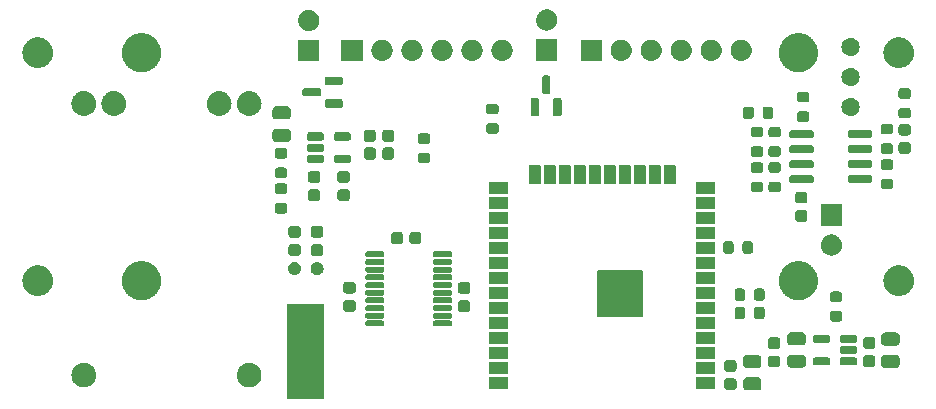
<source format=gbr>
%TF.GenerationSoftware,KiCad,Pcbnew,7.0.10*%
%TF.CreationDate,2024-02-02T07:47:17+01:00*%
%TF.ProjectId,stm32_esp32_pcb,73746d33-325f-4657-9370-33325f706362,rev?*%
%TF.SameCoordinates,Original*%
%TF.FileFunction,Soldermask,Top*%
%TF.FilePolarity,Negative*%
%FSLAX46Y46*%
G04 Gerber Fmt 4.6, Leading zero omitted, Abs format (unit mm)*
G04 Created by KiCad (PCBNEW 7.0.10) date 2024-02-02 07:47:17*
%MOMM*%
%LPD*%
G01*
G04 APERTURE LIST*
G04 APERTURE END LIST*
G36*
X156319517Y-80952882D02*
G01*
X156336062Y-80963938D01*
X156347118Y-80980483D01*
X156351000Y-81000000D01*
X156351000Y-89000000D01*
X156347118Y-89019517D01*
X156336062Y-89036062D01*
X156319517Y-89047118D01*
X156300000Y-89051000D01*
X153300000Y-89051000D01*
X153280483Y-89047118D01*
X153263938Y-89036062D01*
X153252882Y-89019517D01*
X153249000Y-89000000D01*
X153249000Y-81000000D01*
X153252882Y-80980483D01*
X153263938Y-80963938D01*
X153280483Y-80952882D01*
X153300000Y-80949000D01*
X156300000Y-80949000D01*
X156319517Y-80952882D01*
G37*
G36*
X193143914Y-87206995D02*
G01*
X193152612Y-87210835D01*
X193160212Y-87211943D01*
X193207718Y-87235167D01*
X193245106Y-87251676D01*
X193248567Y-87255137D01*
X193249501Y-87255594D01*
X193319405Y-87325498D01*
X193319861Y-87326431D01*
X193323324Y-87329894D01*
X193339836Y-87367291D01*
X193363056Y-87414787D01*
X193364162Y-87422384D01*
X193368005Y-87431086D01*
X193376000Y-87500000D01*
X193376000Y-88000000D01*
X193368005Y-88068914D01*
X193364162Y-88077615D01*
X193363056Y-88085212D01*
X193339841Y-88132697D01*
X193323324Y-88170106D01*
X193319860Y-88173569D01*
X193319405Y-88174501D01*
X193249501Y-88244405D01*
X193248569Y-88244860D01*
X193245106Y-88248324D01*
X193207697Y-88264841D01*
X193160212Y-88288056D01*
X193152615Y-88289162D01*
X193143914Y-88293005D01*
X193075000Y-88301000D01*
X192125000Y-88301000D01*
X192056086Y-88293005D01*
X192047384Y-88289162D01*
X192039787Y-88288056D01*
X191992291Y-88264836D01*
X191954894Y-88248324D01*
X191951431Y-88244861D01*
X191950498Y-88244405D01*
X191880594Y-88174501D01*
X191880137Y-88173567D01*
X191876676Y-88170106D01*
X191860167Y-88132718D01*
X191836943Y-88085212D01*
X191835835Y-88077612D01*
X191831995Y-88068914D01*
X191824000Y-88000000D01*
X191824000Y-87500000D01*
X191831995Y-87431086D01*
X191835835Y-87422387D01*
X191836943Y-87414787D01*
X191860172Y-87367270D01*
X191876676Y-87329894D01*
X191880136Y-87326433D01*
X191880594Y-87325498D01*
X191950498Y-87255594D01*
X191951433Y-87255136D01*
X191954894Y-87251676D01*
X191992270Y-87235172D01*
X192039787Y-87211943D01*
X192047387Y-87210835D01*
X192056086Y-87206995D01*
X192125000Y-87199000D01*
X193075000Y-87199000D01*
X193143914Y-87206995D01*
G37*
G36*
X191006409Y-87275274D02*
G01*
X191070219Y-87283675D01*
X191086270Y-87291160D01*
X191105621Y-87295009D01*
X191131251Y-87312135D01*
X191157862Y-87324544D01*
X191174052Y-87340734D01*
X191195161Y-87354839D01*
X191209265Y-87375947D01*
X191225455Y-87392137D01*
X191237862Y-87418744D01*
X191254991Y-87444379D01*
X191258840Y-87463732D01*
X191266324Y-87479781D01*
X191274722Y-87543577D01*
X191276000Y-87550000D01*
X191276000Y-88000000D01*
X191274722Y-88006424D01*
X191266324Y-88070219D01*
X191258840Y-88086266D01*
X191254991Y-88105621D01*
X191237861Y-88131256D01*
X191225455Y-88157862D01*
X191209267Y-88174049D01*
X191195161Y-88195161D01*
X191174049Y-88209267D01*
X191157862Y-88225455D01*
X191131257Y-88237860D01*
X191105621Y-88254991D01*
X191086265Y-88258841D01*
X191070218Y-88266324D01*
X191006424Y-88274722D01*
X191000000Y-88276000D01*
X190500000Y-88276000D01*
X190493577Y-88274722D01*
X190429780Y-88266324D01*
X190413731Y-88258840D01*
X190394379Y-88254991D01*
X190368745Y-88237862D01*
X190342137Y-88225455D01*
X190325947Y-88209265D01*
X190304839Y-88195161D01*
X190290734Y-88174052D01*
X190274544Y-88157862D01*
X190262135Y-88131252D01*
X190245009Y-88105621D01*
X190241159Y-88086269D01*
X190233675Y-88070218D01*
X190225274Y-88006409D01*
X190224000Y-88000000D01*
X190224000Y-87550000D01*
X190225274Y-87543592D01*
X190233675Y-87479780D01*
X190241160Y-87463727D01*
X190245009Y-87444379D01*
X190262133Y-87418750D01*
X190274544Y-87392137D01*
X190290736Y-87375944D01*
X190304839Y-87354839D01*
X190325944Y-87340736D01*
X190342137Y-87324544D01*
X190368749Y-87312134D01*
X190394379Y-87295009D01*
X190413729Y-87291160D01*
X190429781Y-87283675D01*
X190493592Y-87275274D01*
X190500000Y-87274000D01*
X191000000Y-87274000D01*
X191006409Y-87275274D01*
G37*
G36*
X171919517Y-87167882D02*
G01*
X171936062Y-87178938D01*
X171947118Y-87195483D01*
X171951000Y-87215000D01*
X171951000Y-88115000D01*
X171947118Y-88134517D01*
X171936062Y-88151062D01*
X171919517Y-88162118D01*
X171900000Y-88166000D01*
X170400000Y-88166000D01*
X170380483Y-88162118D01*
X170363938Y-88151062D01*
X170352882Y-88134517D01*
X170349000Y-88115000D01*
X170349000Y-87215000D01*
X170352882Y-87195483D01*
X170363938Y-87178938D01*
X170380483Y-87167882D01*
X170400000Y-87164000D01*
X171900000Y-87164000D01*
X171919517Y-87167882D01*
G37*
G36*
X189419517Y-87167882D02*
G01*
X189436062Y-87178938D01*
X189447118Y-87195483D01*
X189451000Y-87215000D01*
X189451000Y-88115000D01*
X189447118Y-88134517D01*
X189436062Y-88151062D01*
X189419517Y-88162118D01*
X189400000Y-88166000D01*
X187900000Y-88166000D01*
X187880483Y-88162118D01*
X187863938Y-88151062D01*
X187852882Y-88134517D01*
X187849000Y-88115000D01*
X187849000Y-87215000D01*
X187852882Y-87195483D01*
X187863938Y-87178938D01*
X187880483Y-87167882D01*
X187900000Y-87164000D01*
X189400000Y-87164000D01*
X189419517Y-87167882D01*
G37*
G36*
X136047689Y-85953697D02*
G01*
X136096952Y-85953697D01*
X136151818Y-85963953D01*
X136205040Y-85969195D01*
X136245468Y-85981458D01*
X136287560Y-85989327D01*
X136345857Y-86011911D01*
X136402200Y-86029003D01*
X136434393Y-86046210D01*
X136468377Y-86059376D01*
X136527418Y-86095933D01*
X136583904Y-86126125D01*
X136607638Y-86145603D01*
X136633238Y-86161454D01*
X136689964Y-86213166D01*
X136743169Y-86256831D01*
X136758935Y-86276042D01*
X136776540Y-86292091D01*
X136827643Y-86359763D01*
X136873875Y-86416096D01*
X136882815Y-86432822D01*
X136893395Y-86446832D01*
X136935499Y-86531387D01*
X136970997Y-86597800D01*
X136974781Y-86610277D01*
X136979829Y-86620413D01*
X137009639Y-86725188D01*
X137030805Y-86794960D01*
X137031500Y-86802020D01*
X137032893Y-86806915D01*
X137047367Y-86963116D01*
X137051000Y-87000000D01*
X137047366Y-87036886D01*
X137032893Y-87193084D01*
X137031500Y-87197977D01*
X137030805Y-87205040D01*
X137009635Y-87274827D01*
X136979829Y-87379586D01*
X136974782Y-87389720D01*
X136970997Y-87402200D01*
X136935492Y-87468625D01*
X136893395Y-87553167D01*
X136882817Y-87567174D01*
X136873875Y-87583904D01*
X136827634Y-87640247D01*
X136776540Y-87707908D01*
X136758938Y-87723953D01*
X136743169Y-87743169D01*
X136689953Y-87786842D01*
X136633238Y-87838545D01*
X136607643Y-87854392D01*
X136583904Y-87873875D01*
X136527407Y-87904072D01*
X136468377Y-87940623D01*
X136434400Y-87953785D01*
X136402200Y-87970997D01*
X136345845Y-87988091D01*
X136287560Y-88010672D01*
X136245475Y-88018539D01*
X136205040Y-88030805D01*
X136151814Y-88036047D01*
X136096952Y-88046303D01*
X136047689Y-88046303D01*
X136000000Y-88051000D01*
X135952311Y-88046303D01*
X135903048Y-88046303D01*
X135848184Y-88036047D01*
X135794960Y-88030805D01*
X135754525Y-88018539D01*
X135712439Y-88010672D01*
X135654149Y-87988090D01*
X135597800Y-87970997D01*
X135565601Y-87953786D01*
X135531622Y-87940623D01*
X135472585Y-87904069D01*
X135416096Y-87873875D01*
X135392360Y-87854395D01*
X135366761Y-87838545D01*
X135310036Y-87786834D01*
X135256831Y-87743169D01*
X135241064Y-87723957D01*
X135223459Y-87707908D01*
X135172352Y-87640232D01*
X135126125Y-87583904D01*
X135117185Y-87567179D01*
X135106604Y-87553167D01*
X135064493Y-87468598D01*
X135029003Y-87402200D01*
X135025218Y-87389725D01*
X135020170Y-87379586D01*
X134990348Y-87274773D01*
X134969195Y-87205040D01*
X134968499Y-87197983D01*
X134967106Y-87193084D01*
X134952616Y-87036715D01*
X134949000Y-87000000D01*
X134952615Y-86963287D01*
X134967106Y-86806915D01*
X134968500Y-86802015D01*
X134969195Y-86794960D01*
X134990344Y-86725241D01*
X135020170Y-86620413D01*
X135025219Y-86610272D01*
X135029003Y-86597800D01*
X135064486Y-86531415D01*
X135106604Y-86446832D01*
X135117187Y-86432817D01*
X135126125Y-86416096D01*
X135172343Y-86359778D01*
X135223459Y-86292091D01*
X135241067Y-86276038D01*
X135256831Y-86256831D01*
X135310025Y-86213174D01*
X135366761Y-86161454D01*
X135392365Y-86145600D01*
X135416096Y-86126125D01*
X135472573Y-86095937D01*
X135531622Y-86059376D01*
X135565608Y-86046209D01*
X135597800Y-86029003D01*
X135654137Y-86011913D01*
X135712439Y-85989327D01*
X135754532Y-85981458D01*
X135794960Y-85969195D01*
X135848181Y-85963953D01*
X135903048Y-85953697D01*
X135952311Y-85953697D01*
X136000000Y-85949000D01*
X136047689Y-85953697D01*
G37*
G36*
X150047689Y-85953697D02*
G01*
X150096952Y-85953697D01*
X150151818Y-85963953D01*
X150205040Y-85969195D01*
X150245468Y-85981458D01*
X150287560Y-85989327D01*
X150345857Y-86011911D01*
X150402200Y-86029003D01*
X150434393Y-86046210D01*
X150468377Y-86059376D01*
X150527418Y-86095933D01*
X150583904Y-86126125D01*
X150607638Y-86145603D01*
X150633238Y-86161454D01*
X150689964Y-86213166D01*
X150743169Y-86256831D01*
X150758935Y-86276042D01*
X150776540Y-86292091D01*
X150827643Y-86359763D01*
X150873875Y-86416096D01*
X150882815Y-86432822D01*
X150893395Y-86446832D01*
X150935499Y-86531387D01*
X150970997Y-86597800D01*
X150974781Y-86610277D01*
X150979829Y-86620413D01*
X151009639Y-86725188D01*
X151030805Y-86794960D01*
X151031500Y-86802020D01*
X151032893Y-86806915D01*
X151047367Y-86963116D01*
X151051000Y-87000000D01*
X151047366Y-87036886D01*
X151032893Y-87193084D01*
X151031500Y-87197977D01*
X151030805Y-87205040D01*
X151009635Y-87274827D01*
X150979829Y-87379586D01*
X150974782Y-87389720D01*
X150970997Y-87402200D01*
X150935492Y-87468625D01*
X150893395Y-87553167D01*
X150882817Y-87567174D01*
X150873875Y-87583904D01*
X150827634Y-87640247D01*
X150776540Y-87707908D01*
X150758938Y-87723953D01*
X150743169Y-87743169D01*
X150689953Y-87786842D01*
X150633238Y-87838545D01*
X150607643Y-87854392D01*
X150583904Y-87873875D01*
X150527407Y-87904072D01*
X150468377Y-87940623D01*
X150434400Y-87953785D01*
X150402200Y-87970997D01*
X150345845Y-87988091D01*
X150287560Y-88010672D01*
X150245475Y-88018539D01*
X150205040Y-88030805D01*
X150151814Y-88036047D01*
X150096952Y-88046303D01*
X150047689Y-88046303D01*
X150000000Y-88051000D01*
X149952311Y-88046303D01*
X149903048Y-88046303D01*
X149848184Y-88036047D01*
X149794960Y-88030805D01*
X149754525Y-88018539D01*
X149712439Y-88010672D01*
X149654149Y-87988090D01*
X149597800Y-87970997D01*
X149565601Y-87953786D01*
X149531622Y-87940623D01*
X149472585Y-87904069D01*
X149416096Y-87873875D01*
X149392360Y-87854395D01*
X149366761Y-87838545D01*
X149310036Y-87786834D01*
X149256831Y-87743169D01*
X149241064Y-87723957D01*
X149223459Y-87707908D01*
X149172352Y-87640232D01*
X149126125Y-87583904D01*
X149117185Y-87567179D01*
X149106604Y-87553167D01*
X149064493Y-87468598D01*
X149029003Y-87402200D01*
X149025218Y-87389725D01*
X149020170Y-87379586D01*
X148990348Y-87274773D01*
X148969195Y-87205040D01*
X148968499Y-87197983D01*
X148967106Y-87193084D01*
X148952616Y-87036715D01*
X148949000Y-87000000D01*
X148952615Y-86963287D01*
X148967106Y-86806915D01*
X148968500Y-86802015D01*
X148969195Y-86794960D01*
X148990344Y-86725241D01*
X149020170Y-86620413D01*
X149025219Y-86610272D01*
X149029003Y-86597800D01*
X149064486Y-86531415D01*
X149106604Y-86446832D01*
X149117187Y-86432817D01*
X149126125Y-86416096D01*
X149172343Y-86359778D01*
X149223459Y-86292091D01*
X149241067Y-86276038D01*
X149256831Y-86256831D01*
X149310025Y-86213174D01*
X149366761Y-86161454D01*
X149392365Y-86145600D01*
X149416096Y-86126125D01*
X149472573Y-86095937D01*
X149531622Y-86059376D01*
X149565608Y-86046209D01*
X149597800Y-86029003D01*
X149654137Y-86011913D01*
X149712439Y-85989327D01*
X149754532Y-85981458D01*
X149794960Y-85969195D01*
X149848181Y-85963953D01*
X149903048Y-85953697D01*
X149952311Y-85953697D01*
X150000000Y-85949000D01*
X150047689Y-85953697D01*
G37*
G36*
X171919517Y-85897882D02*
G01*
X171936062Y-85908938D01*
X171947118Y-85925483D01*
X171951000Y-85945000D01*
X171951000Y-86845000D01*
X171947118Y-86864517D01*
X171936062Y-86881062D01*
X171919517Y-86892118D01*
X171900000Y-86896000D01*
X170400000Y-86896000D01*
X170380483Y-86892118D01*
X170363938Y-86881062D01*
X170352882Y-86864517D01*
X170349000Y-86845000D01*
X170349000Y-85945000D01*
X170352882Y-85925483D01*
X170363938Y-85908938D01*
X170380483Y-85897882D01*
X170400000Y-85894000D01*
X171900000Y-85894000D01*
X171919517Y-85897882D01*
G37*
G36*
X189419517Y-85897882D02*
G01*
X189436062Y-85908938D01*
X189447118Y-85925483D01*
X189451000Y-85945000D01*
X189451000Y-86845000D01*
X189447118Y-86864517D01*
X189436062Y-86881062D01*
X189419517Y-86892118D01*
X189400000Y-86896000D01*
X187900000Y-86896000D01*
X187880483Y-86892118D01*
X187863938Y-86881062D01*
X187852882Y-86864517D01*
X187849000Y-86845000D01*
X187849000Y-85945000D01*
X187852882Y-85925483D01*
X187863938Y-85908938D01*
X187880483Y-85897882D01*
X187900000Y-85894000D01*
X189400000Y-85894000D01*
X189419517Y-85897882D01*
G37*
G36*
X191006409Y-85725274D02*
G01*
X191070219Y-85733675D01*
X191086270Y-85741160D01*
X191105621Y-85745009D01*
X191131251Y-85762135D01*
X191157862Y-85774544D01*
X191174052Y-85790734D01*
X191195161Y-85804839D01*
X191209265Y-85825947D01*
X191225455Y-85842137D01*
X191237862Y-85868744D01*
X191254991Y-85894379D01*
X191258840Y-85913732D01*
X191266324Y-85929781D01*
X191274722Y-85993577D01*
X191276000Y-86000000D01*
X191276000Y-86450000D01*
X191274722Y-86456424D01*
X191266324Y-86520219D01*
X191258840Y-86536266D01*
X191254991Y-86555621D01*
X191237861Y-86581256D01*
X191225455Y-86607862D01*
X191209267Y-86624049D01*
X191195161Y-86645161D01*
X191174049Y-86659267D01*
X191157862Y-86675455D01*
X191131257Y-86687860D01*
X191105621Y-86704991D01*
X191086265Y-86708841D01*
X191070218Y-86716324D01*
X191006424Y-86724722D01*
X191000000Y-86726000D01*
X190500000Y-86726000D01*
X190493577Y-86724722D01*
X190429780Y-86716324D01*
X190413731Y-86708840D01*
X190394379Y-86704991D01*
X190368745Y-86687862D01*
X190342137Y-86675455D01*
X190325947Y-86659265D01*
X190304839Y-86645161D01*
X190290734Y-86624052D01*
X190274544Y-86607862D01*
X190262135Y-86581252D01*
X190245009Y-86555621D01*
X190241159Y-86536269D01*
X190233675Y-86520218D01*
X190225274Y-86456409D01*
X190224000Y-86450000D01*
X190224000Y-86000000D01*
X190225274Y-85993592D01*
X190233675Y-85929780D01*
X190241160Y-85913727D01*
X190245009Y-85894379D01*
X190262133Y-85868750D01*
X190274544Y-85842137D01*
X190290736Y-85825944D01*
X190304839Y-85804839D01*
X190325944Y-85790736D01*
X190342137Y-85774544D01*
X190368749Y-85762134D01*
X190394379Y-85745009D01*
X190413729Y-85741160D01*
X190429781Y-85733675D01*
X190493592Y-85725274D01*
X190500000Y-85724000D01*
X191000000Y-85724000D01*
X191006409Y-85725274D01*
G37*
G36*
X193143914Y-85306995D02*
G01*
X193152612Y-85310835D01*
X193160212Y-85311943D01*
X193207718Y-85335167D01*
X193245106Y-85351676D01*
X193248567Y-85355137D01*
X193249501Y-85355594D01*
X193319405Y-85425498D01*
X193319861Y-85426431D01*
X193323324Y-85429894D01*
X193339836Y-85467291D01*
X193363056Y-85514787D01*
X193364162Y-85522384D01*
X193368005Y-85531086D01*
X193376000Y-85600000D01*
X193376000Y-86100000D01*
X193368005Y-86168914D01*
X193364162Y-86177615D01*
X193363056Y-86185212D01*
X193339841Y-86232697D01*
X193323324Y-86270106D01*
X193319860Y-86273569D01*
X193319405Y-86274501D01*
X193249501Y-86344405D01*
X193248569Y-86344860D01*
X193245106Y-86348324D01*
X193207697Y-86364841D01*
X193160212Y-86388056D01*
X193152615Y-86389162D01*
X193143914Y-86393005D01*
X193075000Y-86401000D01*
X192125000Y-86401000D01*
X192056086Y-86393005D01*
X192047384Y-86389162D01*
X192039787Y-86388056D01*
X191992291Y-86364836D01*
X191954894Y-86348324D01*
X191951431Y-86344861D01*
X191950498Y-86344405D01*
X191880594Y-86274501D01*
X191880137Y-86273567D01*
X191876676Y-86270106D01*
X191860167Y-86232718D01*
X191836943Y-86185212D01*
X191835835Y-86177612D01*
X191831995Y-86168914D01*
X191824000Y-86100000D01*
X191824000Y-85600000D01*
X191831995Y-85531086D01*
X191835835Y-85522387D01*
X191836943Y-85514787D01*
X191860172Y-85467270D01*
X191876676Y-85429894D01*
X191880136Y-85426433D01*
X191880594Y-85425498D01*
X191950498Y-85355594D01*
X191951433Y-85355136D01*
X191954894Y-85351676D01*
X191992270Y-85335172D01*
X192039787Y-85311943D01*
X192047387Y-85310835D01*
X192056086Y-85306995D01*
X192125000Y-85299000D01*
X193075000Y-85299000D01*
X193143914Y-85306995D01*
G37*
G36*
X204843914Y-85306995D02*
G01*
X204852612Y-85310835D01*
X204860212Y-85311943D01*
X204907718Y-85335167D01*
X204945106Y-85351676D01*
X204948567Y-85355137D01*
X204949501Y-85355594D01*
X205019405Y-85425498D01*
X205019861Y-85426431D01*
X205023324Y-85429894D01*
X205039836Y-85467291D01*
X205063056Y-85514787D01*
X205064162Y-85522384D01*
X205068005Y-85531086D01*
X205076000Y-85600000D01*
X205076000Y-86100000D01*
X205068005Y-86168914D01*
X205064162Y-86177615D01*
X205063056Y-86185212D01*
X205039841Y-86232697D01*
X205023324Y-86270106D01*
X205019860Y-86273569D01*
X205019405Y-86274501D01*
X204949501Y-86344405D01*
X204948569Y-86344860D01*
X204945106Y-86348324D01*
X204907697Y-86364841D01*
X204860212Y-86388056D01*
X204852615Y-86389162D01*
X204843914Y-86393005D01*
X204775000Y-86401000D01*
X203825000Y-86401000D01*
X203756086Y-86393005D01*
X203747384Y-86389162D01*
X203739787Y-86388056D01*
X203692291Y-86364836D01*
X203654894Y-86348324D01*
X203651431Y-86344861D01*
X203650498Y-86344405D01*
X203580594Y-86274501D01*
X203580137Y-86273567D01*
X203576676Y-86270106D01*
X203560167Y-86232718D01*
X203536943Y-86185212D01*
X203535835Y-86177612D01*
X203531995Y-86168914D01*
X203524000Y-86100000D01*
X203524000Y-85600000D01*
X203531995Y-85531086D01*
X203535835Y-85522387D01*
X203536943Y-85514787D01*
X203560172Y-85467270D01*
X203576676Y-85429894D01*
X203580136Y-85426433D01*
X203580594Y-85425498D01*
X203650498Y-85355594D01*
X203651433Y-85355136D01*
X203654894Y-85351676D01*
X203692270Y-85335172D01*
X203739787Y-85311943D01*
X203747387Y-85310835D01*
X203756086Y-85306995D01*
X203825000Y-85299000D01*
X204775000Y-85299000D01*
X204843914Y-85306995D01*
G37*
G36*
X196893914Y-85281995D02*
G01*
X196902612Y-85285835D01*
X196910212Y-85286943D01*
X196957718Y-85310167D01*
X196995106Y-85326676D01*
X196998567Y-85330137D01*
X196999501Y-85330594D01*
X197069405Y-85400498D01*
X197069861Y-85401431D01*
X197073324Y-85404894D01*
X197089836Y-85442291D01*
X197113056Y-85489787D01*
X197114162Y-85497384D01*
X197118005Y-85506086D01*
X197126000Y-85575000D01*
X197126000Y-86075000D01*
X197118005Y-86143914D01*
X197114162Y-86152615D01*
X197113056Y-86160212D01*
X197089841Y-86207697D01*
X197073324Y-86245106D01*
X197069860Y-86248569D01*
X197069405Y-86249501D01*
X196999501Y-86319405D01*
X196998569Y-86319860D01*
X196995106Y-86323324D01*
X196957697Y-86339841D01*
X196910212Y-86363056D01*
X196902615Y-86364162D01*
X196893914Y-86368005D01*
X196825000Y-86376000D01*
X195875000Y-86376000D01*
X195806086Y-86368005D01*
X195797384Y-86364162D01*
X195789787Y-86363056D01*
X195742291Y-86339836D01*
X195704894Y-86323324D01*
X195701431Y-86319861D01*
X195700498Y-86319405D01*
X195630594Y-86249501D01*
X195630137Y-86248567D01*
X195626676Y-86245106D01*
X195610167Y-86207718D01*
X195586943Y-86160212D01*
X195585835Y-86152612D01*
X195581995Y-86143914D01*
X195574000Y-86075000D01*
X195574000Y-85575000D01*
X195581995Y-85506086D01*
X195585835Y-85497387D01*
X195586943Y-85489787D01*
X195610172Y-85442270D01*
X195626676Y-85404894D01*
X195630136Y-85401433D01*
X195630594Y-85400498D01*
X195700498Y-85330594D01*
X195701433Y-85330136D01*
X195704894Y-85326676D01*
X195742270Y-85310172D01*
X195789787Y-85286943D01*
X195797387Y-85285835D01*
X195806086Y-85281995D01*
X195875000Y-85274000D01*
X196825000Y-85274000D01*
X196893914Y-85281995D01*
G37*
G36*
X194706409Y-85350274D02*
G01*
X194770219Y-85358675D01*
X194786270Y-85366160D01*
X194805621Y-85370009D01*
X194831251Y-85387135D01*
X194857862Y-85399544D01*
X194874052Y-85415734D01*
X194895161Y-85429839D01*
X194909265Y-85450947D01*
X194925455Y-85467137D01*
X194937862Y-85493744D01*
X194954991Y-85519379D01*
X194958840Y-85538732D01*
X194966324Y-85554781D01*
X194974722Y-85618577D01*
X194976000Y-85625000D01*
X194976000Y-86075000D01*
X194974722Y-86081424D01*
X194966324Y-86145219D01*
X194958840Y-86161266D01*
X194954991Y-86180621D01*
X194937861Y-86206256D01*
X194925455Y-86232862D01*
X194909267Y-86249049D01*
X194895161Y-86270161D01*
X194874049Y-86284267D01*
X194857862Y-86300455D01*
X194831257Y-86312860D01*
X194805621Y-86329991D01*
X194786265Y-86333841D01*
X194770218Y-86341324D01*
X194706424Y-86349722D01*
X194700000Y-86351000D01*
X194200000Y-86351000D01*
X194193577Y-86349722D01*
X194129780Y-86341324D01*
X194113731Y-86333840D01*
X194094379Y-86329991D01*
X194068745Y-86312862D01*
X194042137Y-86300455D01*
X194025947Y-86284265D01*
X194004839Y-86270161D01*
X193990734Y-86249052D01*
X193974544Y-86232862D01*
X193962135Y-86206252D01*
X193945009Y-86180621D01*
X193941159Y-86161269D01*
X193933675Y-86145218D01*
X193925274Y-86081409D01*
X193924000Y-86075000D01*
X193924000Y-85625000D01*
X193925274Y-85618592D01*
X193933675Y-85554780D01*
X193941160Y-85538727D01*
X193945009Y-85519379D01*
X193962133Y-85493750D01*
X193974544Y-85467137D01*
X193990736Y-85450944D01*
X194004839Y-85429839D01*
X194025944Y-85415736D01*
X194042137Y-85399544D01*
X194068749Y-85387134D01*
X194094379Y-85370009D01*
X194113729Y-85366160D01*
X194129781Y-85358675D01*
X194193592Y-85350274D01*
X194200000Y-85349000D01*
X194700000Y-85349000D01*
X194706409Y-85350274D01*
G37*
G36*
X202756409Y-85325274D02*
G01*
X202820219Y-85333675D01*
X202836270Y-85341160D01*
X202855621Y-85345009D01*
X202881251Y-85362135D01*
X202907862Y-85374544D01*
X202924052Y-85390734D01*
X202945161Y-85404839D01*
X202959265Y-85425947D01*
X202975455Y-85442137D01*
X202987862Y-85468744D01*
X203004991Y-85494379D01*
X203008840Y-85513732D01*
X203016324Y-85529781D01*
X203024722Y-85593577D01*
X203026000Y-85600000D01*
X203026000Y-86050000D01*
X203024722Y-86056424D01*
X203016324Y-86120219D01*
X203008840Y-86136266D01*
X203004991Y-86155621D01*
X202987861Y-86181256D01*
X202975455Y-86207862D01*
X202959267Y-86224049D01*
X202945161Y-86245161D01*
X202924049Y-86259267D01*
X202907862Y-86275455D01*
X202881257Y-86287860D01*
X202855621Y-86304991D01*
X202836265Y-86308841D01*
X202820218Y-86316324D01*
X202756424Y-86324722D01*
X202750000Y-86326000D01*
X202250000Y-86326000D01*
X202243577Y-86324722D01*
X202179780Y-86316324D01*
X202163731Y-86308840D01*
X202144379Y-86304991D01*
X202118745Y-86287862D01*
X202092137Y-86275455D01*
X202075947Y-86259265D01*
X202054839Y-86245161D01*
X202040734Y-86224052D01*
X202024544Y-86207862D01*
X202012135Y-86181252D01*
X201995009Y-86155621D01*
X201991159Y-86136269D01*
X201983675Y-86120218D01*
X201975274Y-86056409D01*
X201974000Y-86050000D01*
X201974000Y-85600000D01*
X201975274Y-85593592D01*
X201983675Y-85529780D01*
X201991160Y-85513727D01*
X201995009Y-85494379D01*
X202012133Y-85468750D01*
X202024544Y-85442137D01*
X202040736Y-85425944D01*
X202054839Y-85404839D01*
X202075944Y-85390736D01*
X202092137Y-85374544D01*
X202118749Y-85362134D01*
X202144379Y-85345009D01*
X202163729Y-85341160D01*
X202179781Y-85333675D01*
X202243592Y-85325274D01*
X202250000Y-85324000D01*
X202750000Y-85324000D01*
X202756409Y-85325274D01*
G37*
G36*
X199051919Y-85489300D02*
G01*
X199117128Y-85532872D01*
X199160700Y-85598081D01*
X199176000Y-85675000D01*
X199176000Y-85975000D01*
X199160700Y-86051919D01*
X199117128Y-86117128D01*
X199051919Y-86160700D01*
X198975000Y-86176000D01*
X197950000Y-86176000D01*
X197873081Y-86160700D01*
X197807872Y-86117128D01*
X197764300Y-86051919D01*
X197749000Y-85975000D01*
X197749000Y-85675000D01*
X197764300Y-85598081D01*
X197807872Y-85532872D01*
X197873081Y-85489300D01*
X197950000Y-85474000D01*
X198975000Y-85474000D01*
X199051919Y-85489300D01*
G37*
G36*
X201326919Y-85489300D02*
G01*
X201392128Y-85532872D01*
X201435700Y-85598081D01*
X201451000Y-85675000D01*
X201451000Y-85975000D01*
X201435700Y-86051919D01*
X201392128Y-86117128D01*
X201326919Y-86160700D01*
X201250000Y-86176000D01*
X200225000Y-86176000D01*
X200148081Y-86160700D01*
X200082872Y-86117128D01*
X200039300Y-86051919D01*
X200024000Y-85975000D01*
X200024000Y-85675000D01*
X200039300Y-85598081D01*
X200082872Y-85532872D01*
X200148081Y-85489300D01*
X200225000Y-85474000D01*
X201250000Y-85474000D01*
X201326919Y-85489300D01*
G37*
G36*
X171919517Y-84627882D02*
G01*
X171936062Y-84638938D01*
X171947118Y-84655483D01*
X171951000Y-84675000D01*
X171951000Y-85575000D01*
X171947118Y-85594517D01*
X171936062Y-85611062D01*
X171919517Y-85622118D01*
X171900000Y-85626000D01*
X170400000Y-85626000D01*
X170380483Y-85622118D01*
X170363938Y-85611062D01*
X170352882Y-85594517D01*
X170349000Y-85575000D01*
X170349000Y-84675000D01*
X170352882Y-84655483D01*
X170363938Y-84638938D01*
X170380483Y-84627882D01*
X170400000Y-84624000D01*
X171900000Y-84624000D01*
X171919517Y-84627882D01*
G37*
G36*
X189419517Y-84627882D02*
G01*
X189436062Y-84638938D01*
X189447118Y-84655483D01*
X189451000Y-84675000D01*
X189451000Y-85575000D01*
X189447118Y-85594517D01*
X189436062Y-85611062D01*
X189419517Y-85622118D01*
X189400000Y-85626000D01*
X187900000Y-85626000D01*
X187880483Y-85622118D01*
X187863938Y-85611062D01*
X187852882Y-85594517D01*
X187849000Y-85575000D01*
X187849000Y-84675000D01*
X187852882Y-84655483D01*
X187863938Y-84638938D01*
X187880483Y-84627882D01*
X187900000Y-84624000D01*
X189400000Y-84624000D01*
X189419517Y-84627882D01*
G37*
G36*
X201326919Y-84539300D02*
G01*
X201392128Y-84582872D01*
X201435700Y-84648081D01*
X201451000Y-84725000D01*
X201451000Y-85025000D01*
X201435700Y-85101919D01*
X201392128Y-85167128D01*
X201326919Y-85210700D01*
X201250000Y-85226000D01*
X200225000Y-85226000D01*
X200148081Y-85210700D01*
X200082872Y-85167128D01*
X200039300Y-85101919D01*
X200024000Y-85025000D01*
X200024000Y-84725000D01*
X200039300Y-84648081D01*
X200082872Y-84582872D01*
X200148081Y-84539300D01*
X200225000Y-84524000D01*
X201250000Y-84524000D01*
X201326919Y-84539300D01*
G37*
G36*
X194706409Y-83800274D02*
G01*
X194770219Y-83808675D01*
X194786270Y-83816160D01*
X194805621Y-83820009D01*
X194831251Y-83837135D01*
X194857862Y-83849544D01*
X194874052Y-83865734D01*
X194895161Y-83879839D01*
X194909265Y-83900947D01*
X194925455Y-83917137D01*
X194937862Y-83943744D01*
X194954991Y-83969379D01*
X194958840Y-83988732D01*
X194966324Y-84004781D01*
X194974722Y-84068577D01*
X194976000Y-84075000D01*
X194976000Y-84525000D01*
X194974722Y-84531424D01*
X194966324Y-84595219D01*
X194958840Y-84611266D01*
X194954991Y-84630621D01*
X194937861Y-84656256D01*
X194925455Y-84682862D01*
X194909267Y-84699049D01*
X194895161Y-84720161D01*
X194874049Y-84734267D01*
X194857862Y-84750455D01*
X194831257Y-84762860D01*
X194805621Y-84779991D01*
X194786265Y-84783841D01*
X194770218Y-84791324D01*
X194706424Y-84799722D01*
X194700000Y-84801000D01*
X194200000Y-84801000D01*
X194193577Y-84799722D01*
X194129780Y-84791324D01*
X194113731Y-84783840D01*
X194094379Y-84779991D01*
X194068745Y-84762862D01*
X194042137Y-84750455D01*
X194025947Y-84734265D01*
X194004839Y-84720161D01*
X193990734Y-84699052D01*
X193974544Y-84682862D01*
X193962135Y-84656252D01*
X193945009Y-84630621D01*
X193941159Y-84611269D01*
X193933675Y-84595218D01*
X193925274Y-84531409D01*
X193924000Y-84525000D01*
X193924000Y-84075000D01*
X193925274Y-84068592D01*
X193933675Y-84004780D01*
X193941160Y-83988727D01*
X193945009Y-83969379D01*
X193962133Y-83943750D01*
X193974544Y-83917137D01*
X193990736Y-83900944D01*
X194004839Y-83879839D01*
X194025944Y-83865736D01*
X194042137Y-83849544D01*
X194068749Y-83837134D01*
X194094379Y-83820009D01*
X194113729Y-83816160D01*
X194129781Y-83808675D01*
X194193592Y-83800274D01*
X194200000Y-83799000D01*
X194700000Y-83799000D01*
X194706409Y-83800274D01*
G37*
G36*
X202756409Y-83775274D02*
G01*
X202820219Y-83783675D01*
X202836270Y-83791160D01*
X202855621Y-83795009D01*
X202881251Y-83812135D01*
X202907862Y-83824544D01*
X202924052Y-83840734D01*
X202945161Y-83854839D01*
X202959265Y-83875947D01*
X202975455Y-83892137D01*
X202987862Y-83918744D01*
X203004991Y-83944379D01*
X203008840Y-83963732D01*
X203016324Y-83979781D01*
X203024722Y-84043577D01*
X203026000Y-84050000D01*
X203026000Y-84500000D01*
X203024722Y-84506424D01*
X203016324Y-84570219D01*
X203008840Y-84586266D01*
X203004991Y-84605621D01*
X202987861Y-84631256D01*
X202975455Y-84657862D01*
X202959267Y-84674049D01*
X202945161Y-84695161D01*
X202924049Y-84709267D01*
X202907862Y-84725455D01*
X202881257Y-84737860D01*
X202855621Y-84754991D01*
X202836265Y-84758841D01*
X202820218Y-84766324D01*
X202756424Y-84774722D01*
X202750000Y-84776000D01*
X202250000Y-84776000D01*
X202243577Y-84774722D01*
X202179780Y-84766324D01*
X202163731Y-84758840D01*
X202144379Y-84754991D01*
X202118745Y-84737862D01*
X202092137Y-84725455D01*
X202075947Y-84709265D01*
X202054839Y-84695161D01*
X202040734Y-84674052D01*
X202024544Y-84657862D01*
X202012135Y-84631252D01*
X201995009Y-84605621D01*
X201991159Y-84586269D01*
X201983675Y-84570218D01*
X201975274Y-84506409D01*
X201974000Y-84500000D01*
X201974000Y-84050000D01*
X201975274Y-84043592D01*
X201983675Y-83979780D01*
X201991160Y-83963727D01*
X201995009Y-83944379D01*
X202012133Y-83918750D01*
X202024544Y-83892137D01*
X202040736Y-83875944D01*
X202054839Y-83854839D01*
X202075944Y-83840736D01*
X202092137Y-83824544D01*
X202118749Y-83812134D01*
X202144379Y-83795009D01*
X202163729Y-83791160D01*
X202179781Y-83783675D01*
X202243592Y-83775274D01*
X202250000Y-83774000D01*
X202750000Y-83774000D01*
X202756409Y-83775274D01*
G37*
G36*
X204843914Y-83406995D02*
G01*
X204852612Y-83410835D01*
X204860212Y-83411943D01*
X204907718Y-83435167D01*
X204945106Y-83451676D01*
X204948567Y-83455137D01*
X204949501Y-83455594D01*
X205019405Y-83525498D01*
X205019861Y-83526431D01*
X205023324Y-83529894D01*
X205039836Y-83567291D01*
X205063056Y-83614787D01*
X205064162Y-83622384D01*
X205068005Y-83631086D01*
X205076000Y-83700000D01*
X205076000Y-84200000D01*
X205068005Y-84268914D01*
X205064162Y-84277615D01*
X205063056Y-84285212D01*
X205039841Y-84332697D01*
X205023324Y-84370106D01*
X205019860Y-84373569D01*
X205019405Y-84374501D01*
X204949501Y-84444405D01*
X204948569Y-84444860D01*
X204945106Y-84448324D01*
X204907697Y-84464841D01*
X204860212Y-84488056D01*
X204852615Y-84489162D01*
X204843914Y-84493005D01*
X204775000Y-84501000D01*
X203825000Y-84501000D01*
X203756086Y-84493005D01*
X203747384Y-84489162D01*
X203739787Y-84488056D01*
X203692291Y-84464836D01*
X203654894Y-84448324D01*
X203651431Y-84444861D01*
X203650498Y-84444405D01*
X203580594Y-84374501D01*
X203580137Y-84373567D01*
X203576676Y-84370106D01*
X203560167Y-84332718D01*
X203536943Y-84285212D01*
X203535835Y-84277612D01*
X203531995Y-84268914D01*
X203524000Y-84200000D01*
X203524000Y-83700000D01*
X203531995Y-83631086D01*
X203535835Y-83622387D01*
X203536943Y-83614787D01*
X203560172Y-83567270D01*
X203576676Y-83529894D01*
X203580136Y-83526433D01*
X203580594Y-83525498D01*
X203650498Y-83455594D01*
X203651433Y-83455136D01*
X203654894Y-83451676D01*
X203692270Y-83435172D01*
X203739787Y-83411943D01*
X203747387Y-83410835D01*
X203756086Y-83406995D01*
X203825000Y-83399000D01*
X204775000Y-83399000D01*
X204843914Y-83406995D01*
G37*
G36*
X196893914Y-83381995D02*
G01*
X196902612Y-83385835D01*
X196910212Y-83386943D01*
X196957718Y-83410167D01*
X196995106Y-83426676D01*
X196998567Y-83430137D01*
X196999501Y-83430594D01*
X197069405Y-83500498D01*
X197069861Y-83501431D01*
X197073324Y-83504894D01*
X197089836Y-83542291D01*
X197113056Y-83589787D01*
X197114162Y-83597384D01*
X197118005Y-83606086D01*
X197126000Y-83675000D01*
X197126000Y-84175000D01*
X197118005Y-84243914D01*
X197114162Y-84252615D01*
X197113056Y-84260212D01*
X197089841Y-84307697D01*
X197073324Y-84345106D01*
X197069860Y-84348569D01*
X197069405Y-84349501D01*
X196999501Y-84419405D01*
X196998569Y-84419860D01*
X196995106Y-84423324D01*
X196957697Y-84439841D01*
X196910212Y-84463056D01*
X196902615Y-84464162D01*
X196893914Y-84468005D01*
X196825000Y-84476000D01*
X195875000Y-84476000D01*
X195806086Y-84468005D01*
X195797384Y-84464162D01*
X195789787Y-84463056D01*
X195742291Y-84439836D01*
X195704894Y-84423324D01*
X195701431Y-84419861D01*
X195700498Y-84419405D01*
X195630594Y-84349501D01*
X195630137Y-84348567D01*
X195626676Y-84345106D01*
X195610167Y-84307718D01*
X195586943Y-84260212D01*
X195585835Y-84252612D01*
X195581995Y-84243914D01*
X195574000Y-84175000D01*
X195574000Y-83675000D01*
X195581995Y-83606086D01*
X195585835Y-83597387D01*
X195586943Y-83589787D01*
X195610172Y-83542270D01*
X195626676Y-83504894D01*
X195630136Y-83501433D01*
X195630594Y-83500498D01*
X195700498Y-83430594D01*
X195701433Y-83430136D01*
X195704894Y-83426676D01*
X195742270Y-83410172D01*
X195789787Y-83386943D01*
X195797387Y-83385835D01*
X195806086Y-83381995D01*
X195875000Y-83374000D01*
X196825000Y-83374000D01*
X196893914Y-83381995D01*
G37*
G36*
X171919517Y-83357882D02*
G01*
X171936062Y-83368938D01*
X171947118Y-83385483D01*
X171951000Y-83405000D01*
X171951000Y-84305000D01*
X171947118Y-84324517D01*
X171936062Y-84341062D01*
X171919517Y-84352118D01*
X171900000Y-84356000D01*
X170400000Y-84356000D01*
X170380483Y-84352118D01*
X170363938Y-84341062D01*
X170352882Y-84324517D01*
X170349000Y-84305000D01*
X170349000Y-83405000D01*
X170352882Y-83385483D01*
X170363938Y-83368938D01*
X170380483Y-83357882D01*
X170400000Y-83354000D01*
X171900000Y-83354000D01*
X171919517Y-83357882D01*
G37*
G36*
X189419517Y-83357882D02*
G01*
X189436062Y-83368938D01*
X189447118Y-83385483D01*
X189451000Y-83405000D01*
X189451000Y-84305000D01*
X189447118Y-84324517D01*
X189436062Y-84341062D01*
X189419517Y-84352118D01*
X189400000Y-84356000D01*
X187900000Y-84356000D01*
X187880483Y-84352118D01*
X187863938Y-84341062D01*
X187852882Y-84324517D01*
X187849000Y-84305000D01*
X187849000Y-83405000D01*
X187852882Y-83385483D01*
X187863938Y-83368938D01*
X187880483Y-83357882D01*
X187900000Y-83354000D01*
X189400000Y-83354000D01*
X189419517Y-83357882D01*
G37*
G36*
X199051919Y-83589300D02*
G01*
X199117128Y-83632872D01*
X199160700Y-83698081D01*
X199176000Y-83775000D01*
X199176000Y-84075000D01*
X199160700Y-84151919D01*
X199117128Y-84217128D01*
X199051919Y-84260700D01*
X198975000Y-84276000D01*
X197950000Y-84276000D01*
X197873081Y-84260700D01*
X197807872Y-84217128D01*
X197764300Y-84151919D01*
X197749000Y-84075000D01*
X197749000Y-83775000D01*
X197764300Y-83698081D01*
X197807872Y-83632872D01*
X197873081Y-83589300D01*
X197950000Y-83574000D01*
X198975000Y-83574000D01*
X199051919Y-83589300D01*
G37*
G36*
X201326919Y-83589300D02*
G01*
X201392128Y-83632872D01*
X201435700Y-83698081D01*
X201451000Y-83775000D01*
X201451000Y-84075000D01*
X201435700Y-84151919D01*
X201392128Y-84217128D01*
X201326919Y-84260700D01*
X201250000Y-84276000D01*
X200225000Y-84276000D01*
X200148081Y-84260700D01*
X200082872Y-84217128D01*
X200039300Y-84151919D01*
X200024000Y-84075000D01*
X200024000Y-83775000D01*
X200039300Y-83698081D01*
X200082872Y-83632872D01*
X200148081Y-83589300D01*
X200225000Y-83574000D01*
X201250000Y-83574000D01*
X201326919Y-83589300D01*
G37*
G36*
X171919517Y-82087882D02*
G01*
X171936062Y-82098938D01*
X171947118Y-82115483D01*
X171951000Y-82135000D01*
X171951000Y-83035000D01*
X171947118Y-83054517D01*
X171936062Y-83071062D01*
X171919517Y-83082118D01*
X171900000Y-83086000D01*
X170400000Y-83086000D01*
X170380483Y-83082118D01*
X170363938Y-83071062D01*
X170352882Y-83054517D01*
X170349000Y-83035000D01*
X170349000Y-82135000D01*
X170352882Y-82115483D01*
X170363938Y-82098938D01*
X170380483Y-82087882D01*
X170400000Y-82084000D01*
X171900000Y-82084000D01*
X171919517Y-82087882D01*
G37*
G36*
X189419517Y-82087882D02*
G01*
X189436062Y-82098938D01*
X189447118Y-82115483D01*
X189451000Y-82135000D01*
X189451000Y-83035000D01*
X189447118Y-83054517D01*
X189436062Y-83071062D01*
X189419517Y-83082118D01*
X189400000Y-83086000D01*
X187900000Y-83086000D01*
X187880483Y-83082118D01*
X187863938Y-83071062D01*
X187852882Y-83054517D01*
X187849000Y-83035000D01*
X187849000Y-82135000D01*
X187852882Y-82115483D01*
X187863938Y-82098938D01*
X187880483Y-82087882D01*
X187900000Y-82084000D01*
X189400000Y-82084000D01*
X189419517Y-82087882D01*
G37*
G36*
X161332785Y-82385494D02*
G01*
X161381773Y-82418227D01*
X161414506Y-82467215D01*
X161426000Y-82525000D01*
X161426000Y-82725000D01*
X161414506Y-82782785D01*
X161381773Y-82831773D01*
X161332785Y-82864506D01*
X161275000Y-82876000D01*
X160000000Y-82876000D01*
X159942215Y-82864506D01*
X159893227Y-82831773D01*
X159860494Y-82782785D01*
X159849000Y-82725000D01*
X159849000Y-82525000D01*
X159860494Y-82467215D01*
X159893227Y-82418227D01*
X159942215Y-82385494D01*
X160000000Y-82374000D01*
X161275000Y-82374000D01*
X161332785Y-82385494D01*
G37*
G36*
X167057785Y-82385494D02*
G01*
X167106773Y-82418227D01*
X167139506Y-82467215D01*
X167151000Y-82525000D01*
X167151000Y-82725000D01*
X167139506Y-82782785D01*
X167106773Y-82831773D01*
X167057785Y-82864506D01*
X167000000Y-82876000D01*
X165725000Y-82876000D01*
X165667215Y-82864506D01*
X165618227Y-82831773D01*
X165585494Y-82782785D01*
X165574000Y-82725000D01*
X165574000Y-82525000D01*
X165585494Y-82467215D01*
X165618227Y-82418227D01*
X165667215Y-82385494D01*
X165725000Y-82374000D01*
X167000000Y-82374000D01*
X167057785Y-82385494D01*
G37*
G36*
X199979047Y-81574805D02*
G01*
X200030637Y-81580790D01*
X200048262Y-81588572D01*
X200071054Y-81593106D01*
X200095455Y-81609410D01*
X200116358Y-81618640D01*
X200130634Y-81632916D01*
X200152484Y-81647516D01*
X200167083Y-81669365D01*
X200181359Y-81683641D01*
X200190588Y-81704542D01*
X200206894Y-81728946D01*
X200211427Y-81751739D01*
X200219209Y-81769362D01*
X200225192Y-81820942D01*
X200226000Y-81825000D01*
X200226000Y-82225000D01*
X200225192Y-82229059D01*
X200219209Y-82280637D01*
X200211428Y-82298258D01*
X200206894Y-82321054D01*
X200190586Y-82345459D01*
X200181359Y-82366358D01*
X200167085Y-82380631D01*
X200152484Y-82402484D01*
X200130631Y-82417085D01*
X200116358Y-82431359D01*
X200095459Y-82440586D01*
X200071054Y-82456894D01*
X200048258Y-82461428D01*
X200030637Y-82469209D01*
X199979059Y-82475192D01*
X199975000Y-82476000D01*
X199425000Y-82476000D01*
X199420942Y-82475192D01*
X199369362Y-82469209D01*
X199351739Y-82461427D01*
X199328946Y-82456894D01*
X199304542Y-82440588D01*
X199283641Y-82431359D01*
X199269365Y-82417083D01*
X199247516Y-82402484D01*
X199232916Y-82380634D01*
X199218640Y-82366358D01*
X199209410Y-82345455D01*
X199193106Y-82321054D01*
X199188572Y-82298262D01*
X199180790Y-82280637D01*
X199174805Y-82229047D01*
X199174000Y-82225000D01*
X199174000Y-81825000D01*
X199174804Y-81820954D01*
X199180790Y-81769362D01*
X199188572Y-81751735D01*
X199193106Y-81728946D01*
X199209409Y-81704546D01*
X199218640Y-81683641D01*
X199232918Y-81669362D01*
X199247516Y-81647516D01*
X199269362Y-81632918D01*
X199283641Y-81618640D01*
X199304546Y-81609409D01*
X199328946Y-81593106D01*
X199351735Y-81588572D01*
X199369362Y-81580790D01*
X199420954Y-81574804D01*
X199425000Y-81574000D01*
X199975000Y-81574000D01*
X199979047Y-81574805D01*
G37*
G36*
X191754047Y-81224805D02*
G01*
X191805637Y-81230790D01*
X191823262Y-81238572D01*
X191846054Y-81243106D01*
X191870455Y-81259410D01*
X191891358Y-81268640D01*
X191905634Y-81282916D01*
X191927484Y-81297516D01*
X191942083Y-81319365D01*
X191956359Y-81333641D01*
X191965588Y-81354542D01*
X191981894Y-81378946D01*
X191986427Y-81401739D01*
X191994209Y-81419362D01*
X192000192Y-81470942D01*
X192001000Y-81475000D01*
X192001000Y-82025000D01*
X192000192Y-82029059D01*
X191994209Y-82080637D01*
X191986428Y-82098258D01*
X191981894Y-82121054D01*
X191965586Y-82145459D01*
X191956359Y-82166358D01*
X191942085Y-82180631D01*
X191927484Y-82202484D01*
X191905631Y-82217085D01*
X191891358Y-82231359D01*
X191870459Y-82240586D01*
X191846054Y-82256894D01*
X191823258Y-82261428D01*
X191805637Y-82269209D01*
X191754059Y-82275192D01*
X191750000Y-82276000D01*
X191350000Y-82276000D01*
X191345942Y-82275192D01*
X191294362Y-82269209D01*
X191276739Y-82261427D01*
X191253946Y-82256894D01*
X191229542Y-82240588D01*
X191208641Y-82231359D01*
X191194365Y-82217083D01*
X191172516Y-82202484D01*
X191157916Y-82180634D01*
X191143640Y-82166358D01*
X191134410Y-82145455D01*
X191118106Y-82121054D01*
X191113572Y-82098262D01*
X191105790Y-82080637D01*
X191099805Y-82029047D01*
X191099000Y-82025000D01*
X191099000Y-81475000D01*
X191099804Y-81470954D01*
X191105790Y-81419362D01*
X191113572Y-81401735D01*
X191118106Y-81378946D01*
X191134409Y-81354546D01*
X191143640Y-81333641D01*
X191157918Y-81319362D01*
X191172516Y-81297516D01*
X191194362Y-81282918D01*
X191208641Y-81268640D01*
X191229546Y-81259409D01*
X191253946Y-81243106D01*
X191276735Y-81238572D01*
X191294362Y-81230790D01*
X191345954Y-81224804D01*
X191350000Y-81224000D01*
X191750000Y-81224000D01*
X191754047Y-81224805D01*
G37*
G36*
X193404047Y-81224805D02*
G01*
X193455637Y-81230790D01*
X193473262Y-81238572D01*
X193496054Y-81243106D01*
X193520455Y-81259410D01*
X193541358Y-81268640D01*
X193555634Y-81282916D01*
X193577484Y-81297516D01*
X193592083Y-81319365D01*
X193606359Y-81333641D01*
X193615588Y-81354542D01*
X193631894Y-81378946D01*
X193636427Y-81401739D01*
X193644209Y-81419362D01*
X193650192Y-81470942D01*
X193651000Y-81475000D01*
X193651000Y-82025000D01*
X193650192Y-82029059D01*
X193644209Y-82080637D01*
X193636428Y-82098258D01*
X193631894Y-82121054D01*
X193615586Y-82145459D01*
X193606359Y-82166358D01*
X193592085Y-82180631D01*
X193577484Y-82202484D01*
X193555631Y-82217085D01*
X193541358Y-82231359D01*
X193520459Y-82240586D01*
X193496054Y-82256894D01*
X193473258Y-82261428D01*
X193455637Y-82269209D01*
X193404059Y-82275192D01*
X193400000Y-82276000D01*
X193000000Y-82276000D01*
X192995942Y-82275192D01*
X192944362Y-82269209D01*
X192926739Y-82261427D01*
X192903946Y-82256894D01*
X192879542Y-82240588D01*
X192858641Y-82231359D01*
X192844365Y-82217083D01*
X192822516Y-82202484D01*
X192807916Y-82180634D01*
X192793640Y-82166358D01*
X192784410Y-82145455D01*
X192768106Y-82121054D01*
X192763572Y-82098262D01*
X192755790Y-82080637D01*
X192749805Y-82029047D01*
X192749000Y-82025000D01*
X192749000Y-81475000D01*
X192749804Y-81470954D01*
X192755790Y-81419362D01*
X192763572Y-81401735D01*
X192768106Y-81378946D01*
X192784409Y-81354546D01*
X192793640Y-81333641D01*
X192807918Y-81319362D01*
X192822516Y-81297516D01*
X192844362Y-81282918D01*
X192858641Y-81268640D01*
X192879546Y-81259409D01*
X192903946Y-81243106D01*
X192926735Y-81238572D01*
X192944362Y-81230790D01*
X192995954Y-81224804D01*
X193000000Y-81224000D01*
X193400000Y-81224000D01*
X193404047Y-81224805D01*
G37*
G36*
X161332785Y-81735494D02*
G01*
X161381773Y-81768227D01*
X161414506Y-81817215D01*
X161426000Y-81875000D01*
X161426000Y-82075000D01*
X161414506Y-82132785D01*
X161381773Y-82181773D01*
X161332785Y-82214506D01*
X161275000Y-82226000D01*
X160000000Y-82226000D01*
X159942215Y-82214506D01*
X159893227Y-82181773D01*
X159860494Y-82132785D01*
X159849000Y-82075000D01*
X159849000Y-81875000D01*
X159860494Y-81817215D01*
X159893227Y-81768227D01*
X159942215Y-81735494D01*
X160000000Y-81724000D01*
X161275000Y-81724000D01*
X161332785Y-81735494D01*
G37*
G36*
X167057785Y-81735494D02*
G01*
X167106773Y-81768227D01*
X167139506Y-81817215D01*
X167151000Y-81875000D01*
X167151000Y-82075000D01*
X167139506Y-82132785D01*
X167106773Y-82181773D01*
X167057785Y-82214506D01*
X167000000Y-82226000D01*
X165725000Y-82226000D01*
X165667215Y-82214506D01*
X165618227Y-82181773D01*
X165585494Y-82132785D01*
X165574000Y-82075000D01*
X165574000Y-81875000D01*
X165585494Y-81817215D01*
X165618227Y-81768227D01*
X165667215Y-81735494D01*
X165725000Y-81724000D01*
X167000000Y-81724000D01*
X167057785Y-81735494D01*
G37*
G36*
X183319517Y-78152882D02*
G01*
X183336062Y-78163938D01*
X183347118Y-78180483D01*
X183351000Y-78200000D01*
X183351000Y-82000000D01*
X183347118Y-82019517D01*
X183336062Y-82036062D01*
X183319517Y-82047118D01*
X183300000Y-82051000D01*
X179500000Y-82051000D01*
X179480483Y-82047118D01*
X179463938Y-82036062D01*
X179452882Y-82019517D01*
X179449000Y-82000000D01*
X179449000Y-78200000D01*
X179452882Y-78180483D01*
X179463938Y-78163938D01*
X179480483Y-78152882D01*
X179500000Y-78149000D01*
X183300000Y-78149000D01*
X183319517Y-78152882D01*
G37*
G36*
X171919517Y-80817882D02*
G01*
X171936062Y-80828938D01*
X171947118Y-80845483D01*
X171951000Y-80865000D01*
X171951000Y-81765000D01*
X171947118Y-81784517D01*
X171936062Y-81801062D01*
X171919517Y-81812118D01*
X171900000Y-81816000D01*
X170400000Y-81816000D01*
X170380483Y-81812118D01*
X170363938Y-81801062D01*
X170352882Y-81784517D01*
X170349000Y-81765000D01*
X170349000Y-80865000D01*
X170352882Y-80845483D01*
X170363938Y-80828938D01*
X170380483Y-80817882D01*
X170400000Y-80814000D01*
X171900000Y-80814000D01*
X171919517Y-80817882D01*
G37*
G36*
X189419517Y-80817882D02*
G01*
X189436062Y-80828938D01*
X189447118Y-80845483D01*
X189451000Y-80865000D01*
X189451000Y-81765000D01*
X189447118Y-81784517D01*
X189436062Y-81801062D01*
X189419517Y-81812118D01*
X189400000Y-81816000D01*
X187900000Y-81816000D01*
X187880483Y-81812118D01*
X187863938Y-81801062D01*
X187852882Y-81784517D01*
X187849000Y-81765000D01*
X187849000Y-80865000D01*
X187852882Y-80845483D01*
X187863938Y-80828938D01*
X187880483Y-80817882D01*
X187900000Y-80814000D01*
X189400000Y-80814000D01*
X189419517Y-80817882D01*
G37*
G36*
X168456409Y-80675274D02*
G01*
X168520219Y-80683675D01*
X168536270Y-80691160D01*
X168555621Y-80695009D01*
X168581251Y-80712135D01*
X168607862Y-80724544D01*
X168624052Y-80740734D01*
X168645161Y-80754839D01*
X168659265Y-80775947D01*
X168675455Y-80792137D01*
X168687862Y-80818744D01*
X168704991Y-80844379D01*
X168708840Y-80863732D01*
X168716324Y-80879781D01*
X168724722Y-80943577D01*
X168726000Y-80950000D01*
X168726000Y-81400000D01*
X168724722Y-81406424D01*
X168716324Y-81470219D01*
X168708840Y-81486266D01*
X168704991Y-81505621D01*
X168687861Y-81531256D01*
X168675455Y-81557862D01*
X168659267Y-81574049D01*
X168645161Y-81595161D01*
X168624049Y-81609267D01*
X168607862Y-81625455D01*
X168581257Y-81637860D01*
X168555621Y-81654991D01*
X168536265Y-81658841D01*
X168520218Y-81666324D01*
X168456424Y-81674722D01*
X168450000Y-81676000D01*
X167950000Y-81676000D01*
X167943577Y-81674722D01*
X167879780Y-81666324D01*
X167863731Y-81658840D01*
X167844379Y-81654991D01*
X167818745Y-81637862D01*
X167792137Y-81625455D01*
X167775947Y-81609265D01*
X167754839Y-81595161D01*
X167740734Y-81574052D01*
X167724544Y-81557862D01*
X167712135Y-81531252D01*
X167695009Y-81505621D01*
X167691159Y-81486269D01*
X167683675Y-81470218D01*
X167675274Y-81406409D01*
X167674000Y-81400000D01*
X167674000Y-80950000D01*
X167675274Y-80943592D01*
X167683675Y-80879780D01*
X167691160Y-80863727D01*
X167695009Y-80844379D01*
X167712133Y-80818750D01*
X167724544Y-80792137D01*
X167740736Y-80775944D01*
X167754839Y-80754839D01*
X167775944Y-80740736D01*
X167792137Y-80724544D01*
X167818749Y-80712134D01*
X167844379Y-80695009D01*
X167863729Y-80691160D01*
X167879781Y-80683675D01*
X167943592Y-80675274D01*
X167950000Y-80674000D01*
X168450000Y-80674000D01*
X168456409Y-80675274D01*
G37*
G36*
X158756409Y-80650274D02*
G01*
X158820219Y-80658675D01*
X158836270Y-80666160D01*
X158855621Y-80670009D01*
X158881251Y-80687135D01*
X158907862Y-80699544D01*
X158924052Y-80715734D01*
X158945161Y-80729839D01*
X158959265Y-80750947D01*
X158975455Y-80767137D01*
X158987862Y-80793744D01*
X159004991Y-80819379D01*
X159008840Y-80838732D01*
X159016324Y-80854781D01*
X159024722Y-80918577D01*
X159026000Y-80925000D01*
X159026000Y-81375000D01*
X159024722Y-81381424D01*
X159016324Y-81445219D01*
X159008840Y-81461266D01*
X159004991Y-81480621D01*
X158987861Y-81506256D01*
X158975455Y-81532862D01*
X158959267Y-81549049D01*
X158945161Y-81570161D01*
X158924049Y-81584267D01*
X158907862Y-81600455D01*
X158881257Y-81612860D01*
X158855621Y-81629991D01*
X158836265Y-81633841D01*
X158820218Y-81641324D01*
X158756424Y-81649722D01*
X158750000Y-81651000D01*
X158250000Y-81651000D01*
X158243577Y-81649722D01*
X158179780Y-81641324D01*
X158163731Y-81633840D01*
X158144379Y-81629991D01*
X158118745Y-81612862D01*
X158092137Y-81600455D01*
X158075947Y-81584265D01*
X158054839Y-81570161D01*
X158040734Y-81549052D01*
X158024544Y-81532862D01*
X158012135Y-81506252D01*
X157995009Y-81480621D01*
X157991159Y-81461269D01*
X157983675Y-81445218D01*
X157975274Y-81381409D01*
X157974000Y-81375000D01*
X157974000Y-80925000D01*
X157975274Y-80918592D01*
X157983675Y-80854780D01*
X157991160Y-80838727D01*
X157995009Y-80819379D01*
X158012133Y-80793750D01*
X158024544Y-80767137D01*
X158040736Y-80750944D01*
X158054839Y-80729839D01*
X158075944Y-80715736D01*
X158092137Y-80699544D01*
X158118749Y-80687134D01*
X158144379Y-80670009D01*
X158163729Y-80666160D01*
X158179781Y-80658675D01*
X158243592Y-80650274D01*
X158250000Y-80649000D01*
X158750000Y-80649000D01*
X158756409Y-80650274D01*
G37*
G36*
X161332785Y-81085494D02*
G01*
X161381773Y-81118227D01*
X161414506Y-81167215D01*
X161426000Y-81225000D01*
X161426000Y-81425000D01*
X161414506Y-81482785D01*
X161381773Y-81531773D01*
X161332785Y-81564506D01*
X161275000Y-81576000D01*
X160000000Y-81576000D01*
X159942215Y-81564506D01*
X159893227Y-81531773D01*
X159860494Y-81482785D01*
X159849000Y-81425000D01*
X159849000Y-81225000D01*
X159860494Y-81167215D01*
X159893227Y-81118227D01*
X159942215Y-81085494D01*
X160000000Y-81074000D01*
X161275000Y-81074000D01*
X161332785Y-81085494D01*
G37*
G36*
X167057785Y-81085494D02*
G01*
X167106773Y-81118227D01*
X167139506Y-81167215D01*
X167151000Y-81225000D01*
X167151000Y-81425000D01*
X167139506Y-81482785D01*
X167106773Y-81531773D01*
X167057785Y-81564506D01*
X167000000Y-81576000D01*
X165725000Y-81576000D01*
X165667215Y-81564506D01*
X165618227Y-81531773D01*
X165585494Y-81482785D01*
X165574000Y-81425000D01*
X165574000Y-81225000D01*
X165585494Y-81167215D01*
X165618227Y-81118227D01*
X165667215Y-81085494D01*
X165725000Y-81074000D01*
X167000000Y-81074000D01*
X167057785Y-81085494D01*
G37*
G36*
X161332785Y-80435494D02*
G01*
X161381773Y-80468227D01*
X161414506Y-80517215D01*
X161426000Y-80575000D01*
X161426000Y-80775000D01*
X161414506Y-80832785D01*
X161381773Y-80881773D01*
X161332785Y-80914506D01*
X161275000Y-80926000D01*
X160000000Y-80926000D01*
X159942215Y-80914506D01*
X159893227Y-80881773D01*
X159860494Y-80832785D01*
X159849000Y-80775000D01*
X159849000Y-80575000D01*
X159860494Y-80517215D01*
X159893227Y-80468227D01*
X159942215Y-80435494D01*
X160000000Y-80424000D01*
X161275000Y-80424000D01*
X161332785Y-80435494D01*
G37*
G36*
X167057785Y-80435494D02*
G01*
X167106773Y-80468227D01*
X167139506Y-80517215D01*
X167151000Y-80575000D01*
X167151000Y-80775000D01*
X167139506Y-80832785D01*
X167106773Y-80881773D01*
X167057785Y-80914506D01*
X167000000Y-80926000D01*
X165725000Y-80926000D01*
X165667215Y-80914506D01*
X165618227Y-80881773D01*
X165585494Y-80832785D01*
X165574000Y-80775000D01*
X165574000Y-80575000D01*
X165585494Y-80517215D01*
X165618227Y-80468227D01*
X165667215Y-80435494D01*
X165725000Y-80424000D01*
X167000000Y-80424000D01*
X167057785Y-80435494D01*
G37*
G36*
X199979047Y-79924805D02*
G01*
X200030637Y-79930790D01*
X200048262Y-79938572D01*
X200071054Y-79943106D01*
X200095455Y-79959410D01*
X200116358Y-79968640D01*
X200130634Y-79982916D01*
X200152484Y-79997516D01*
X200167083Y-80019365D01*
X200181359Y-80033641D01*
X200190588Y-80054542D01*
X200206894Y-80078946D01*
X200211427Y-80101739D01*
X200219209Y-80119362D01*
X200225192Y-80170942D01*
X200226000Y-80175000D01*
X200226000Y-80575000D01*
X200225192Y-80579059D01*
X200219209Y-80630637D01*
X200211428Y-80648258D01*
X200206894Y-80671054D01*
X200190586Y-80695459D01*
X200181359Y-80716358D01*
X200167085Y-80730631D01*
X200152484Y-80752484D01*
X200130631Y-80767085D01*
X200116358Y-80781359D01*
X200095459Y-80790586D01*
X200071054Y-80806894D01*
X200048258Y-80811428D01*
X200030637Y-80819209D01*
X199979059Y-80825192D01*
X199975000Y-80826000D01*
X199425000Y-80826000D01*
X199420942Y-80825192D01*
X199369362Y-80819209D01*
X199351739Y-80811427D01*
X199328946Y-80806894D01*
X199304542Y-80790588D01*
X199283641Y-80781359D01*
X199269365Y-80767083D01*
X199247516Y-80752484D01*
X199232916Y-80730634D01*
X199218640Y-80716358D01*
X199209410Y-80695455D01*
X199193106Y-80671054D01*
X199188572Y-80648262D01*
X199180790Y-80630637D01*
X199174805Y-80579047D01*
X199174000Y-80575000D01*
X199174000Y-80175000D01*
X199174804Y-80170954D01*
X199180790Y-80119362D01*
X199188572Y-80101735D01*
X199193106Y-80078946D01*
X199209409Y-80054546D01*
X199218640Y-80033641D01*
X199232918Y-80019362D01*
X199247516Y-79997516D01*
X199269362Y-79982918D01*
X199283641Y-79968640D01*
X199304546Y-79959409D01*
X199328946Y-79943106D01*
X199351735Y-79938572D01*
X199369362Y-79930790D01*
X199420954Y-79924804D01*
X199425000Y-79924000D01*
X199975000Y-79924000D01*
X199979047Y-79924805D01*
G37*
G36*
X191754047Y-79674805D02*
G01*
X191805637Y-79680790D01*
X191823262Y-79688572D01*
X191846054Y-79693106D01*
X191870455Y-79709410D01*
X191891358Y-79718640D01*
X191905634Y-79732916D01*
X191927484Y-79747516D01*
X191942083Y-79769365D01*
X191956359Y-79783641D01*
X191965588Y-79804542D01*
X191981894Y-79828946D01*
X191986427Y-79851739D01*
X191994209Y-79869362D01*
X192000192Y-79920942D01*
X192001000Y-79925000D01*
X192001000Y-80475000D01*
X192000192Y-80479059D01*
X191994209Y-80530637D01*
X191986428Y-80548258D01*
X191981894Y-80571054D01*
X191965586Y-80595459D01*
X191956359Y-80616358D01*
X191942085Y-80630631D01*
X191927484Y-80652484D01*
X191905631Y-80667085D01*
X191891358Y-80681359D01*
X191870459Y-80690586D01*
X191846054Y-80706894D01*
X191823258Y-80711428D01*
X191805637Y-80719209D01*
X191754059Y-80725192D01*
X191750000Y-80726000D01*
X191350000Y-80726000D01*
X191345942Y-80725192D01*
X191294362Y-80719209D01*
X191276739Y-80711427D01*
X191253946Y-80706894D01*
X191229542Y-80690588D01*
X191208641Y-80681359D01*
X191194365Y-80667083D01*
X191172516Y-80652484D01*
X191157916Y-80630634D01*
X191143640Y-80616358D01*
X191134410Y-80595455D01*
X191118106Y-80571054D01*
X191113572Y-80548262D01*
X191105790Y-80530637D01*
X191099805Y-80479047D01*
X191099000Y-80475000D01*
X191099000Y-79925000D01*
X191099804Y-79920954D01*
X191105790Y-79869362D01*
X191113572Y-79851735D01*
X191118106Y-79828946D01*
X191134409Y-79804546D01*
X191143640Y-79783641D01*
X191157918Y-79769362D01*
X191172516Y-79747516D01*
X191194362Y-79732918D01*
X191208641Y-79718640D01*
X191229546Y-79709409D01*
X191253946Y-79693106D01*
X191276735Y-79688572D01*
X191294362Y-79680790D01*
X191345954Y-79674804D01*
X191350000Y-79674000D01*
X191750000Y-79674000D01*
X191754047Y-79674805D01*
G37*
G36*
X193404047Y-79674805D02*
G01*
X193455637Y-79680790D01*
X193473262Y-79688572D01*
X193496054Y-79693106D01*
X193520455Y-79709410D01*
X193541358Y-79718640D01*
X193555634Y-79732916D01*
X193577484Y-79747516D01*
X193592083Y-79769365D01*
X193606359Y-79783641D01*
X193615588Y-79804542D01*
X193631894Y-79828946D01*
X193636427Y-79851739D01*
X193644209Y-79869362D01*
X193650192Y-79920942D01*
X193651000Y-79925000D01*
X193651000Y-80475000D01*
X193650192Y-80479059D01*
X193644209Y-80530637D01*
X193636428Y-80548258D01*
X193631894Y-80571054D01*
X193615586Y-80595459D01*
X193606359Y-80616358D01*
X193592085Y-80630631D01*
X193577484Y-80652484D01*
X193555631Y-80667085D01*
X193541358Y-80681359D01*
X193520459Y-80690586D01*
X193496054Y-80706894D01*
X193473258Y-80711428D01*
X193455637Y-80719209D01*
X193404059Y-80725192D01*
X193400000Y-80726000D01*
X193000000Y-80726000D01*
X192995942Y-80725192D01*
X192944362Y-80719209D01*
X192926739Y-80711427D01*
X192903946Y-80706894D01*
X192879542Y-80690588D01*
X192858641Y-80681359D01*
X192844365Y-80667083D01*
X192822516Y-80652484D01*
X192807916Y-80630634D01*
X192793640Y-80616358D01*
X192784410Y-80595455D01*
X192768106Y-80571054D01*
X192763572Y-80548262D01*
X192755790Y-80530637D01*
X192749805Y-80479047D01*
X192749000Y-80475000D01*
X192749000Y-79925000D01*
X192749804Y-79920954D01*
X192755790Y-79869362D01*
X192763572Y-79851735D01*
X192768106Y-79828946D01*
X192784409Y-79804546D01*
X192793640Y-79783641D01*
X192807918Y-79769362D01*
X192822516Y-79747516D01*
X192844362Y-79732918D01*
X192858641Y-79718640D01*
X192879546Y-79709409D01*
X192903946Y-79693106D01*
X192926735Y-79688572D01*
X192944362Y-79680790D01*
X192995954Y-79674804D01*
X193000000Y-79674000D01*
X193400000Y-79674000D01*
X193404047Y-79674805D01*
G37*
G36*
X140950429Y-77353756D02*
G01*
X141013366Y-77353756D01*
X141082141Y-77364122D01*
X141148273Y-77369327D01*
X141201578Y-77382124D01*
X141257352Y-77390531D01*
X141330229Y-77413010D01*
X141400187Y-77429806D01*
X141445422Y-77448542D01*
X141493124Y-77463257D01*
X141568012Y-77499321D01*
X141639538Y-77528948D01*
X141676252Y-77551446D01*
X141715435Y-77570316D01*
X141789971Y-77621134D01*
X141860433Y-77664313D01*
X141888644Y-77688408D01*
X141919292Y-77709303D01*
X141990855Y-77775704D01*
X142057433Y-77832567D01*
X142077650Y-77856238D01*
X142100165Y-77877129D01*
X142165984Y-77959664D01*
X142225687Y-78029567D01*
X142238818Y-78050995D01*
X142254005Y-78070039D01*
X142311275Y-78169234D01*
X142361052Y-78250462D01*
X142368363Y-78268113D01*
X142377371Y-78283715D01*
X142423311Y-78400770D01*
X142460194Y-78489813D01*
X142463244Y-78502517D01*
X142467517Y-78513405D01*
X142499516Y-78653603D01*
X142520673Y-78741727D01*
X142521221Y-78748700D01*
X142522420Y-78753950D01*
X142538069Y-78962760D01*
X142541000Y-79000000D01*
X142538068Y-79037242D01*
X142522420Y-79246049D01*
X142521221Y-79251297D01*
X142520673Y-79258273D01*
X142499511Y-79346415D01*
X142467517Y-79486594D01*
X142463244Y-79497479D01*
X142460194Y-79510187D01*
X142423304Y-79599247D01*
X142377371Y-79716284D01*
X142368364Y-79731882D01*
X142361052Y-79749538D01*
X142311265Y-79830781D01*
X142254005Y-79929960D01*
X142238821Y-79948999D01*
X142225687Y-79970433D01*
X142165972Y-80040349D01*
X142100165Y-80122870D01*
X142077654Y-80143756D01*
X142057433Y-80167433D01*
X141990842Y-80224306D01*
X141919292Y-80290696D01*
X141888650Y-80311586D01*
X141860433Y-80335687D01*
X141789957Y-80378874D01*
X141715435Y-80429683D01*
X141676260Y-80448548D01*
X141639538Y-80471052D01*
X141567997Y-80500684D01*
X141493124Y-80536742D01*
X141445431Y-80551453D01*
X141400187Y-80570194D01*
X141330215Y-80586992D01*
X141257352Y-80609468D01*
X141201587Y-80617873D01*
X141148273Y-80630673D01*
X141082137Y-80635878D01*
X141013366Y-80646244D01*
X140950429Y-80646244D01*
X140890000Y-80651000D01*
X140829571Y-80646244D01*
X140766634Y-80646244D01*
X140697862Y-80635878D01*
X140631727Y-80630673D01*
X140578413Y-80617873D01*
X140522647Y-80609468D01*
X140449780Y-80586991D01*
X140379813Y-80570194D01*
X140334571Y-80551454D01*
X140286875Y-80536742D01*
X140211997Y-80500682D01*
X140140462Y-80471052D01*
X140103740Y-80448548D01*
X140064565Y-80429683D01*
X139990039Y-80378872D01*
X139919567Y-80335687D01*
X139891352Y-80311589D01*
X139860707Y-80290696D01*
X139789145Y-80224296D01*
X139722567Y-80167433D01*
X139702349Y-80143761D01*
X139679834Y-80122870D01*
X139614011Y-80040331D01*
X139554313Y-79970433D01*
X139541182Y-79949005D01*
X139525994Y-79929960D01*
X139468716Y-79830753D01*
X139418948Y-79749538D01*
X139411637Y-79731889D01*
X139402628Y-79716284D01*
X139356676Y-79599201D01*
X139319806Y-79510187D01*
X139316756Y-79497486D01*
X139312482Y-79486594D01*
X139280467Y-79346330D01*
X139259327Y-79258273D01*
X139258778Y-79251304D01*
X139257579Y-79246049D01*
X139241910Y-79036976D01*
X139239000Y-79000000D01*
X139241909Y-78963026D01*
X139257579Y-78753950D01*
X139258778Y-78748693D01*
X139259327Y-78741727D01*
X139280463Y-78653688D01*
X139312482Y-78513405D01*
X139316757Y-78502511D01*
X139319806Y-78489813D01*
X139356669Y-78400816D01*
X139402628Y-78283715D01*
X139411639Y-78268107D01*
X139418948Y-78250462D01*
X139468706Y-78169262D01*
X139525994Y-78070039D01*
X139541184Y-78050990D01*
X139554313Y-78029567D01*
X139613999Y-77959682D01*
X139679834Y-77877129D01*
X139702353Y-77856233D01*
X139722567Y-77832567D01*
X139789131Y-77775715D01*
X139860707Y-77709303D01*
X139891358Y-77688405D01*
X139919567Y-77664313D01*
X139990024Y-77621136D01*
X140064565Y-77570316D01*
X140103747Y-77551446D01*
X140140462Y-77528948D01*
X140211982Y-77499323D01*
X140286875Y-77463257D01*
X140334580Y-77448541D01*
X140379813Y-77429806D01*
X140449765Y-77413011D01*
X140522647Y-77390531D01*
X140578422Y-77382124D01*
X140631727Y-77369327D01*
X140697858Y-77364122D01*
X140766634Y-77353756D01*
X140829571Y-77353756D01*
X140890000Y-77349000D01*
X140950429Y-77353756D01*
G37*
G36*
X196570429Y-77353756D02*
G01*
X196633366Y-77353756D01*
X196702141Y-77364122D01*
X196768273Y-77369327D01*
X196821578Y-77382124D01*
X196877352Y-77390531D01*
X196950229Y-77413010D01*
X197020187Y-77429806D01*
X197065422Y-77448542D01*
X197113124Y-77463257D01*
X197188012Y-77499321D01*
X197259538Y-77528948D01*
X197296252Y-77551446D01*
X197335435Y-77570316D01*
X197409971Y-77621134D01*
X197480433Y-77664313D01*
X197508644Y-77688408D01*
X197539292Y-77709303D01*
X197610855Y-77775704D01*
X197677433Y-77832567D01*
X197697650Y-77856238D01*
X197720165Y-77877129D01*
X197785984Y-77959664D01*
X197845687Y-78029567D01*
X197858818Y-78050995D01*
X197874005Y-78070039D01*
X197931275Y-78169234D01*
X197981052Y-78250462D01*
X197988363Y-78268113D01*
X197997371Y-78283715D01*
X198043311Y-78400770D01*
X198080194Y-78489813D01*
X198083244Y-78502517D01*
X198087517Y-78513405D01*
X198119516Y-78653603D01*
X198140673Y-78741727D01*
X198141221Y-78748700D01*
X198142420Y-78753950D01*
X198158069Y-78962760D01*
X198161000Y-79000000D01*
X198158068Y-79037242D01*
X198142420Y-79246049D01*
X198141221Y-79251297D01*
X198140673Y-79258273D01*
X198119511Y-79346415D01*
X198087517Y-79486594D01*
X198083244Y-79497479D01*
X198080194Y-79510187D01*
X198043304Y-79599247D01*
X197997371Y-79716284D01*
X197988364Y-79731882D01*
X197981052Y-79749538D01*
X197931265Y-79830781D01*
X197874005Y-79929960D01*
X197858821Y-79948999D01*
X197845687Y-79970433D01*
X197785972Y-80040349D01*
X197720165Y-80122870D01*
X197697654Y-80143756D01*
X197677433Y-80167433D01*
X197610842Y-80224306D01*
X197539292Y-80290696D01*
X197508650Y-80311586D01*
X197480433Y-80335687D01*
X197409957Y-80378874D01*
X197335435Y-80429683D01*
X197296260Y-80448548D01*
X197259538Y-80471052D01*
X197187997Y-80500684D01*
X197113124Y-80536742D01*
X197065431Y-80551453D01*
X197020187Y-80570194D01*
X196950215Y-80586992D01*
X196877352Y-80609468D01*
X196821587Y-80617873D01*
X196768273Y-80630673D01*
X196702137Y-80635878D01*
X196633366Y-80646244D01*
X196570429Y-80646244D01*
X196510000Y-80651000D01*
X196449571Y-80646244D01*
X196386634Y-80646244D01*
X196317862Y-80635878D01*
X196251727Y-80630673D01*
X196198413Y-80617873D01*
X196142647Y-80609468D01*
X196069780Y-80586991D01*
X195999813Y-80570194D01*
X195954571Y-80551454D01*
X195906875Y-80536742D01*
X195831997Y-80500682D01*
X195760462Y-80471052D01*
X195723740Y-80448548D01*
X195684565Y-80429683D01*
X195610039Y-80378872D01*
X195539567Y-80335687D01*
X195511352Y-80311589D01*
X195480707Y-80290696D01*
X195409145Y-80224296D01*
X195342567Y-80167433D01*
X195322349Y-80143761D01*
X195299834Y-80122870D01*
X195234011Y-80040331D01*
X195174313Y-79970433D01*
X195161182Y-79949005D01*
X195145994Y-79929960D01*
X195088716Y-79830753D01*
X195038948Y-79749538D01*
X195031637Y-79731889D01*
X195022628Y-79716284D01*
X194976676Y-79599201D01*
X194939806Y-79510187D01*
X194936756Y-79497486D01*
X194932482Y-79486594D01*
X194900467Y-79346330D01*
X194879327Y-79258273D01*
X194878778Y-79251304D01*
X194877579Y-79246049D01*
X194861910Y-79036976D01*
X194859000Y-79000000D01*
X194861909Y-78963026D01*
X194877579Y-78753950D01*
X194878778Y-78748693D01*
X194879327Y-78741727D01*
X194900463Y-78653688D01*
X194932482Y-78513405D01*
X194936757Y-78502511D01*
X194939806Y-78489813D01*
X194976669Y-78400816D01*
X195022628Y-78283715D01*
X195031639Y-78268107D01*
X195038948Y-78250462D01*
X195088706Y-78169262D01*
X195145994Y-78070039D01*
X195161184Y-78050990D01*
X195174313Y-78029567D01*
X195233999Y-77959682D01*
X195299834Y-77877129D01*
X195322353Y-77856233D01*
X195342567Y-77832567D01*
X195409131Y-77775715D01*
X195480707Y-77709303D01*
X195511358Y-77688405D01*
X195539567Y-77664313D01*
X195610024Y-77621136D01*
X195684565Y-77570316D01*
X195723747Y-77551446D01*
X195760462Y-77528948D01*
X195831982Y-77499323D01*
X195906875Y-77463257D01*
X195954580Y-77448541D01*
X195999813Y-77429806D01*
X196069765Y-77413011D01*
X196142647Y-77390531D01*
X196198422Y-77382124D01*
X196251727Y-77369327D01*
X196317858Y-77364122D01*
X196386634Y-77353756D01*
X196449571Y-77353756D01*
X196510000Y-77349000D01*
X196570429Y-77353756D01*
G37*
G36*
X171919517Y-79547882D02*
G01*
X171936062Y-79558938D01*
X171947118Y-79575483D01*
X171951000Y-79595000D01*
X171951000Y-80495000D01*
X171947118Y-80514517D01*
X171936062Y-80531062D01*
X171919517Y-80542118D01*
X171900000Y-80546000D01*
X170400000Y-80546000D01*
X170380483Y-80542118D01*
X170363938Y-80531062D01*
X170352882Y-80514517D01*
X170349000Y-80495000D01*
X170349000Y-79595000D01*
X170352882Y-79575483D01*
X170363938Y-79558938D01*
X170380483Y-79547882D01*
X170400000Y-79544000D01*
X171900000Y-79544000D01*
X171919517Y-79547882D01*
G37*
G36*
X189419517Y-79547882D02*
G01*
X189436062Y-79558938D01*
X189447118Y-79575483D01*
X189451000Y-79595000D01*
X189451000Y-80495000D01*
X189447118Y-80514517D01*
X189436062Y-80531062D01*
X189419517Y-80542118D01*
X189400000Y-80546000D01*
X187900000Y-80546000D01*
X187880483Y-80542118D01*
X187863938Y-80531062D01*
X187852882Y-80514517D01*
X187849000Y-80495000D01*
X187849000Y-79595000D01*
X187852882Y-79575483D01*
X187863938Y-79558938D01*
X187880483Y-79547882D01*
X187900000Y-79544000D01*
X189400000Y-79544000D01*
X189419517Y-79547882D01*
G37*
G36*
X132152785Y-77702618D02*
G01*
X132207504Y-77702618D01*
X132267812Y-77712681D01*
X132326090Y-77717780D01*
X132371854Y-77730042D01*
X132419578Y-77738006D01*
X132483602Y-77759985D01*
X132545310Y-77776520D01*
X132583107Y-77794145D01*
X132622938Y-77807819D01*
X132688377Y-77843233D01*
X132751000Y-77872435D01*
X132780482Y-77893079D01*
X132812034Y-77910154D01*
X132876264Y-77960146D01*
X132936909Y-78002610D01*
X132958279Y-78023980D01*
X132981706Y-78042214D01*
X133041883Y-78107584D01*
X133097390Y-78163091D01*
X133111401Y-78183101D01*
X133127324Y-78200398D01*
X133180447Y-78281709D01*
X133227565Y-78349000D01*
X133235429Y-78365864D01*
X133244923Y-78380396D01*
X133288011Y-78478628D01*
X133323480Y-78554690D01*
X133326783Y-78567018D01*
X133331292Y-78577297D01*
X133361479Y-78696505D01*
X133382220Y-78773910D01*
X133382821Y-78780783D01*
X133384073Y-78785726D01*
X133398747Y-78962819D01*
X133402000Y-79000000D01*
X133398746Y-79037183D01*
X133384073Y-79214273D01*
X133382821Y-79219215D01*
X133382220Y-79226090D01*
X133361474Y-79303511D01*
X133331292Y-79422702D01*
X133326784Y-79432978D01*
X133323480Y-79445310D01*
X133288004Y-79521387D01*
X133244923Y-79619603D01*
X133235430Y-79634132D01*
X133227565Y-79651000D01*
X133180438Y-79718304D01*
X133127324Y-79799601D01*
X133111404Y-79816894D01*
X133097390Y-79836909D01*
X133041872Y-79892426D01*
X132981706Y-79957785D01*
X132958284Y-79976014D01*
X132936909Y-79997390D01*
X132876251Y-80039862D01*
X132812034Y-80089845D01*
X132780489Y-80106916D01*
X132751000Y-80127565D01*
X132688364Y-80156772D01*
X132622938Y-80192180D01*
X132583115Y-80205850D01*
X132545310Y-80223480D01*
X132483589Y-80240018D01*
X132419578Y-80261993D01*
X132371861Y-80269955D01*
X132326090Y-80282220D01*
X132267808Y-80287318D01*
X132207504Y-80297382D01*
X132152785Y-80297382D01*
X132100000Y-80302000D01*
X132047215Y-80297382D01*
X131992496Y-80297382D01*
X131932190Y-80287318D01*
X131873910Y-80282220D01*
X131828139Y-80269955D01*
X131780421Y-80261993D01*
X131716405Y-80240016D01*
X131654690Y-80223480D01*
X131616887Y-80205852D01*
X131577061Y-80192180D01*
X131511628Y-80156769D01*
X131449000Y-80127565D01*
X131419514Y-80106918D01*
X131387965Y-80089845D01*
X131323738Y-80039855D01*
X131263091Y-79997390D01*
X131241719Y-79976018D01*
X131218293Y-79957785D01*
X131158115Y-79892414D01*
X131102610Y-79836909D01*
X131088598Y-79816898D01*
X131072675Y-79799601D01*
X131019547Y-79718282D01*
X130972435Y-79651000D01*
X130964571Y-79634137D01*
X130955076Y-79619603D01*
X130911978Y-79521351D01*
X130876520Y-79445310D01*
X130873217Y-79432984D01*
X130868707Y-79422702D01*
X130838506Y-79303443D01*
X130817780Y-79226090D01*
X130817179Y-79219221D01*
X130815926Y-79214273D01*
X130801234Y-79036967D01*
X130798000Y-79000000D01*
X130801233Y-78963035D01*
X130815926Y-78785726D01*
X130817179Y-78780777D01*
X130817780Y-78773910D01*
X130838502Y-78696573D01*
X130868707Y-78577297D01*
X130873218Y-78567012D01*
X130876520Y-78554690D01*
X130911971Y-78478664D01*
X130955076Y-78380396D01*
X130964573Y-78365859D01*
X130972435Y-78349000D01*
X131019537Y-78281731D01*
X131072675Y-78200398D01*
X131088601Y-78183096D01*
X131102610Y-78163091D01*
X131158103Y-78107597D01*
X131218293Y-78042214D01*
X131241723Y-78023977D01*
X131263091Y-78002610D01*
X131323725Y-77960153D01*
X131387965Y-77910154D01*
X131419520Y-77893076D01*
X131449000Y-77872435D01*
X131511614Y-77843237D01*
X131577061Y-77807819D01*
X131616895Y-77794143D01*
X131654690Y-77776520D01*
X131716392Y-77759986D01*
X131780421Y-77738006D01*
X131828147Y-77730042D01*
X131873910Y-77717780D01*
X131932186Y-77712681D01*
X131992496Y-77702618D01*
X132047215Y-77702618D01*
X132100000Y-77698000D01*
X132152785Y-77702618D01*
G37*
G36*
X205052785Y-77702618D02*
G01*
X205107504Y-77702618D01*
X205167812Y-77712681D01*
X205226090Y-77717780D01*
X205271854Y-77730042D01*
X205319578Y-77738006D01*
X205383602Y-77759985D01*
X205445310Y-77776520D01*
X205483107Y-77794145D01*
X205522938Y-77807819D01*
X205588377Y-77843233D01*
X205651000Y-77872435D01*
X205680482Y-77893079D01*
X205712034Y-77910154D01*
X205776264Y-77960146D01*
X205836909Y-78002610D01*
X205858279Y-78023980D01*
X205881706Y-78042214D01*
X205941883Y-78107584D01*
X205997390Y-78163091D01*
X206011401Y-78183101D01*
X206027324Y-78200398D01*
X206080447Y-78281709D01*
X206127565Y-78349000D01*
X206135429Y-78365864D01*
X206144923Y-78380396D01*
X206188011Y-78478628D01*
X206223480Y-78554690D01*
X206226783Y-78567018D01*
X206231292Y-78577297D01*
X206261479Y-78696505D01*
X206282220Y-78773910D01*
X206282821Y-78780783D01*
X206284073Y-78785726D01*
X206298747Y-78962819D01*
X206302000Y-79000000D01*
X206298746Y-79037183D01*
X206284073Y-79214273D01*
X206282821Y-79219215D01*
X206282220Y-79226090D01*
X206261474Y-79303511D01*
X206231292Y-79422702D01*
X206226784Y-79432978D01*
X206223480Y-79445310D01*
X206188004Y-79521387D01*
X206144923Y-79619603D01*
X206135430Y-79634132D01*
X206127565Y-79651000D01*
X206080438Y-79718304D01*
X206027324Y-79799601D01*
X206011404Y-79816894D01*
X205997390Y-79836909D01*
X205941872Y-79892426D01*
X205881706Y-79957785D01*
X205858284Y-79976014D01*
X205836909Y-79997390D01*
X205776251Y-80039862D01*
X205712034Y-80089845D01*
X205680489Y-80106916D01*
X205651000Y-80127565D01*
X205588364Y-80156772D01*
X205522938Y-80192180D01*
X205483115Y-80205850D01*
X205445310Y-80223480D01*
X205383589Y-80240018D01*
X205319578Y-80261993D01*
X205271861Y-80269955D01*
X205226090Y-80282220D01*
X205167808Y-80287318D01*
X205107504Y-80297382D01*
X205052785Y-80297382D01*
X205000000Y-80302000D01*
X204947215Y-80297382D01*
X204892496Y-80297382D01*
X204832190Y-80287318D01*
X204773910Y-80282220D01*
X204728139Y-80269955D01*
X204680421Y-80261993D01*
X204616405Y-80240016D01*
X204554690Y-80223480D01*
X204516887Y-80205852D01*
X204477061Y-80192180D01*
X204411628Y-80156769D01*
X204349000Y-80127565D01*
X204319514Y-80106918D01*
X204287965Y-80089845D01*
X204223738Y-80039855D01*
X204163091Y-79997390D01*
X204141719Y-79976018D01*
X204118293Y-79957785D01*
X204058115Y-79892414D01*
X204002610Y-79836909D01*
X203988598Y-79816898D01*
X203972675Y-79799601D01*
X203919547Y-79718282D01*
X203872435Y-79651000D01*
X203864571Y-79634137D01*
X203855076Y-79619603D01*
X203811978Y-79521351D01*
X203776520Y-79445310D01*
X203773217Y-79432984D01*
X203768707Y-79422702D01*
X203738506Y-79303443D01*
X203717780Y-79226090D01*
X203717179Y-79219221D01*
X203715926Y-79214273D01*
X203701234Y-79036967D01*
X203698000Y-79000000D01*
X203701233Y-78963035D01*
X203715926Y-78785726D01*
X203717179Y-78780777D01*
X203717780Y-78773910D01*
X203738502Y-78696573D01*
X203768707Y-78577297D01*
X203773218Y-78567012D01*
X203776520Y-78554690D01*
X203811971Y-78478664D01*
X203855076Y-78380396D01*
X203864573Y-78365859D01*
X203872435Y-78349000D01*
X203919537Y-78281731D01*
X203972675Y-78200398D01*
X203988601Y-78183096D01*
X204002610Y-78163091D01*
X204058103Y-78107597D01*
X204118293Y-78042214D01*
X204141723Y-78023977D01*
X204163091Y-78002610D01*
X204223725Y-77960153D01*
X204287965Y-77910154D01*
X204319520Y-77893076D01*
X204349000Y-77872435D01*
X204411614Y-77843237D01*
X204477061Y-77807819D01*
X204516895Y-77794143D01*
X204554690Y-77776520D01*
X204616392Y-77759986D01*
X204680421Y-77738006D01*
X204728147Y-77730042D01*
X204773910Y-77717780D01*
X204832186Y-77712681D01*
X204892496Y-77702618D01*
X204947215Y-77702618D01*
X205000000Y-77698000D01*
X205052785Y-77702618D01*
G37*
G36*
X161332785Y-79785494D02*
G01*
X161381773Y-79818227D01*
X161414506Y-79867215D01*
X161426000Y-79925000D01*
X161426000Y-80125000D01*
X161414506Y-80182785D01*
X161381773Y-80231773D01*
X161332785Y-80264506D01*
X161275000Y-80276000D01*
X160000000Y-80276000D01*
X159942215Y-80264506D01*
X159893227Y-80231773D01*
X159860494Y-80182785D01*
X159849000Y-80125000D01*
X159849000Y-79925000D01*
X159860494Y-79867215D01*
X159893227Y-79818227D01*
X159942215Y-79785494D01*
X160000000Y-79774000D01*
X161275000Y-79774000D01*
X161332785Y-79785494D01*
G37*
G36*
X167057785Y-79785494D02*
G01*
X167106773Y-79818227D01*
X167139506Y-79867215D01*
X167151000Y-79925000D01*
X167151000Y-80125000D01*
X167139506Y-80182785D01*
X167106773Y-80231773D01*
X167057785Y-80264506D01*
X167000000Y-80276000D01*
X165725000Y-80276000D01*
X165667215Y-80264506D01*
X165618227Y-80231773D01*
X165585494Y-80182785D01*
X165574000Y-80125000D01*
X165574000Y-79925000D01*
X165585494Y-79867215D01*
X165618227Y-79818227D01*
X165667215Y-79785494D01*
X165725000Y-79774000D01*
X167000000Y-79774000D01*
X167057785Y-79785494D01*
G37*
G36*
X168456409Y-79125274D02*
G01*
X168520219Y-79133675D01*
X168536270Y-79141160D01*
X168555621Y-79145009D01*
X168581251Y-79162135D01*
X168607862Y-79174544D01*
X168624052Y-79190734D01*
X168645161Y-79204839D01*
X168659265Y-79225947D01*
X168675455Y-79242137D01*
X168687862Y-79268744D01*
X168704991Y-79294379D01*
X168708840Y-79313732D01*
X168716324Y-79329781D01*
X168724722Y-79393577D01*
X168726000Y-79400000D01*
X168726000Y-79850000D01*
X168724722Y-79856424D01*
X168716324Y-79920219D01*
X168708840Y-79936266D01*
X168704991Y-79955621D01*
X168687861Y-79981256D01*
X168675455Y-80007862D01*
X168659267Y-80024049D01*
X168645161Y-80045161D01*
X168624049Y-80059267D01*
X168607862Y-80075455D01*
X168581257Y-80087860D01*
X168555621Y-80104991D01*
X168536265Y-80108841D01*
X168520218Y-80116324D01*
X168456424Y-80124722D01*
X168450000Y-80126000D01*
X167950000Y-80126000D01*
X167943577Y-80124722D01*
X167879780Y-80116324D01*
X167863731Y-80108840D01*
X167844379Y-80104991D01*
X167818745Y-80087862D01*
X167792137Y-80075455D01*
X167775947Y-80059265D01*
X167754839Y-80045161D01*
X167740734Y-80024052D01*
X167724544Y-80007862D01*
X167712135Y-79981252D01*
X167695009Y-79955621D01*
X167691159Y-79936269D01*
X167683675Y-79920218D01*
X167675274Y-79856409D01*
X167674000Y-79850000D01*
X167674000Y-79400000D01*
X167675274Y-79393592D01*
X167683675Y-79329780D01*
X167691160Y-79313727D01*
X167695009Y-79294379D01*
X167712133Y-79268750D01*
X167724544Y-79242137D01*
X167740736Y-79225944D01*
X167754839Y-79204839D01*
X167775944Y-79190736D01*
X167792137Y-79174544D01*
X167818749Y-79162134D01*
X167844379Y-79145009D01*
X167863729Y-79141160D01*
X167879781Y-79133675D01*
X167943592Y-79125274D01*
X167950000Y-79124000D01*
X168450000Y-79124000D01*
X168456409Y-79125274D01*
G37*
G36*
X158756409Y-79100274D02*
G01*
X158820219Y-79108675D01*
X158836270Y-79116160D01*
X158855621Y-79120009D01*
X158881251Y-79137135D01*
X158907862Y-79149544D01*
X158924052Y-79165734D01*
X158945161Y-79179839D01*
X158959265Y-79200947D01*
X158975455Y-79217137D01*
X158987862Y-79243744D01*
X159004991Y-79269379D01*
X159008840Y-79288732D01*
X159016324Y-79304781D01*
X159024722Y-79368577D01*
X159026000Y-79375000D01*
X159026000Y-79825000D01*
X159024722Y-79831424D01*
X159016324Y-79895219D01*
X159008840Y-79911266D01*
X159004991Y-79930621D01*
X158987861Y-79956256D01*
X158975455Y-79982862D01*
X158959267Y-79999049D01*
X158945161Y-80020161D01*
X158924049Y-80034267D01*
X158907862Y-80050455D01*
X158881257Y-80062860D01*
X158855621Y-80079991D01*
X158836265Y-80083841D01*
X158820218Y-80091324D01*
X158756424Y-80099722D01*
X158750000Y-80101000D01*
X158250000Y-80101000D01*
X158243577Y-80099722D01*
X158179780Y-80091324D01*
X158163731Y-80083840D01*
X158144379Y-80079991D01*
X158118745Y-80062862D01*
X158092137Y-80050455D01*
X158075947Y-80034265D01*
X158054839Y-80020161D01*
X158040734Y-79999052D01*
X158024544Y-79982862D01*
X158012135Y-79956252D01*
X157995009Y-79930621D01*
X157991159Y-79911269D01*
X157983675Y-79895218D01*
X157975274Y-79831409D01*
X157974000Y-79825000D01*
X157974000Y-79375000D01*
X157975274Y-79368592D01*
X157983675Y-79304780D01*
X157991160Y-79288727D01*
X157995009Y-79269379D01*
X158012133Y-79243750D01*
X158024544Y-79217137D01*
X158040736Y-79200944D01*
X158054839Y-79179839D01*
X158075944Y-79165736D01*
X158092137Y-79149544D01*
X158118749Y-79137134D01*
X158144379Y-79120009D01*
X158163729Y-79116160D01*
X158179781Y-79108675D01*
X158243592Y-79100274D01*
X158250000Y-79099000D01*
X158750000Y-79099000D01*
X158756409Y-79100274D01*
G37*
G36*
X161332785Y-79135494D02*
G01*
X161381773Y-79168227D01*
X161414506Y-79217215D01*
X161426000Y-79275000D01*
X161426000Y-79475000D01*
X161414506Y-79532785D01*
X161381773Y-79581773D01*
X161332785Y-79614506D01*
X161275000Y-79626000D01*
X160000000Y-79626000D01*
X159942215Y-79614506D01*
X159893227Y-79581773D01*
X159860494Y-79532785D01*
X159849000Y-79475000D01*
X159849000Y-79275000D01*
X159860494Y-79217215D01*
X159893227Y-79168227D01*
X159942215Y-79135494D01*
X160000000Y-79124000D01*
X161275000Y-79124000D01*
X161332785Y-79135494D01*
G37*
G36*
X167057785Y-79135494D02*
G01*
X167106773Y-79168227D01*
X167139506Y-79217215D01*
X167151000Y-79275000D01*
X167151000Y-79475000D01*
X167139506Y-79532785D01*
X167106773Y-79581773D01*
X167057785Y-79614506D01*
X167000000Y-79626000D01*
X165725000Y-79626000D01*
X165667215Y-79614506D01*
X165618227Y-79581773D01*
X165585494Y-79532785D01*
X165574000Y-79475000D01*
X165574000Y-79275000D01*
X165585494Y-79217215D01*
X165618227Y-79168227D01*
X165667215Y-79135494D01*
X165725000Y-79124000D01*
X167000000Y-79124000D01*
X167057785Y-79135494D01*
G37*
G36*
X171919517Y-78277882D02*
G01*
X171936062Y-78288938D01*
X171947118Y-78305483D01*
X171951000Y-78325000D01*
X171951000Y-79225000D01*
X171947118Y-79244517D01*
X171936062Y-79261062D01*
X171919517Y-79272118D01*
X171900000Y-79276000D01*
X170400000Y-79276000D01*
X170380483Y-79272118D01*
X170363938Y-79261062D01*
X170352882Y-79244517D01*
X170349000Y-79225000D01*
X170349000Y-78325000D01*
X170352882Y-78305483D01*
X170363938Y-78288938D01*
X170380483Y-78277882D01*
X170400000Y-78274000D01*
X171900000Y-78274000D01*
X171919517Y-78277882D01*
G37*
G36*
X189419517Y-78277882D02*
G01*
X189436062Y-78288938D01*
X189447118Y-78305483D01*
X189451000Y-78325000D01*
X189451000Y-79225000D01*
X189447118Y-79244517D01*
X189436062Y-79261062D01*
X189419517Y-79272118D01*
X189400000Y-79276000D01*
X187900000Y-79276000D01*
X187880483Y-79272118D01*
X187863938Y-79261062D01*
X187852882Y-79244517D01*
X187849000Y-79225000D01*
X187849000Y-78325000D01*
X187852882Y-78305483D01*
X187863938Y-78288938D01*
X187880483Y-78277882D01*
X187900000Y-78274000D01*
X189400000Y-78274000D01*
X189419517Y-78277882D01*
G37*
G36*
X161332785Y-78485494D02*
G01*
X161381773Y-78518227D01*
X161414506Y-78567215D01*
X161426000Y-78625000D01*
X161426000Y-78825000D01*
X161414506Y-78882785D01*
X161381773Y-78931773D01*
X161332785Y-78964506D01*
X161275000Y-78976000D01*
X160000000Y-78976000D01*
X159942215Y-78964506D01*
X159893227Y-78931773D01*
X159860494Y-78882785D01*
X159849000Y-78825000D01*
X159849000Y-78625000D01*
X159860494Y-78567215D01*
X159893227Y-78518227D01*
X159942215Y-78485494D01*
X160000000Y-78474000D01*
X161275000Y-78474000D01*
X161332785Y-78485494D01*
G37*
G36*
X167057785Y-78485494D02*
G01*
X167106773Y-78518227D01*
X167139506Y-78567215D01*
X167151000Y-78625000D01*
X167151000Y-78825000D01*
X167139506Y-78882785D01*
X167106773Y-78931773D01*
X167057785Y-78964506D01*
X167000000Y-78976000D01*
X165725000Y-78976000D01*
X165667215Y-78964506D01*
X165618227Y-78931773D01*
X165585494Y-78882785D01*
X165574000Y-78825000D01*
X165574000Y-78625000D01*
X165585494Y-78567215D01*
X165618227Y-78518227D01*
X165667215Y-78485494D01*
X165725000Y-78474000D01*
X167000000Y-78474000D01*
X167057785Y-78485494D01*
G37*
G36*
X153992609Y-77467775D02*
G01*
X154125500Y-77522820D01*
X154239616Y-77610384D01*
X154327180Y-77724500D01*
X154382225Y-77857391D01*
X154401000Y-78000000D01*
X154382225Y-78142609D01*
X154327180Y-78275500D01*
X154239616Y-78389616D01*
X154125500Y-78477180D01*
X153992609Y-78532225D01*
X153850000Y-78551000D01*
X153707391Y-78532225D01*
X153574500Y-78477180D01*
X153460384Y-78389616D01*
X153372820Y-78275500D01*
X153317775Y-78142609D01*
X153299000Y-78000000D01*
X153317775Y-77857391D01*
X153372820Y-77724500D01*
X153460384Y-77610384D01*
X153574500Y-77522820D01*
X153707391Y-77467775D01*
X153850000Y-77449000D01*
X153992609Y-77467775D01*
G37*
G36*
X155892609Y-77467775D02*
G01*
X156025500Y-77522820D01*
X156139616Y-77610384D01*
X156227180Y-77724500D01*
X156282225Y-77857391D01*
X156301000Y-78000000D01*
X156282225Y-78142609D01*
X156227180Y-78275500D01*
X156139616Y-78389616D01*
X156025500Y-78477180D01*
X155892609Y-78532225D01*
X155750000Y-78551000D01*
X155607391Y-78532225D01*
X155474500Y-78477180D01*
X155360384Y-78389616D01*
X155272820Y-78275500D01*
X155217775Y-78142609D01*
X155199000Y-78000000D01*
X155217775Y-77857391D01*
X155272820Y-77724500D01*
X155360384Y-77610384D01*
X155474500Y-77522820D01*
X155607391Y-77467775D01*
X155750000Y-77449000D01*
X155892609Y-77467775D01*
G37*
G36*
X161332785Y-77835494D02*
G01*
X161381773Y-77868227D01*
X161414506Y-77917215D01*
X161426000Y-77975000D01*
X161426000Y-78175000D01*
X161414506Y-78232785D01*
X161381773Y-78281773D01*
X161332785Y-78314506D01*
X161275000Y-78326000D01*
X160000000Y-78326000D01*
X159942215Y-78314506D01*
X159893227Y-78281773D01*
X159860494Y-78232785D01*
X159849000Y-78175000D01*
X159849000Y-77975000D01*
X159860494Y-77917215D01*
X159893227Y-77868227D01*
X159942215Y-77835494D01*
X160000000Y-77824000D01*
X161275000Y-77824000D01*
X161332785Y-77835494D01*
G37*
G36*
X167057785Y-77835494D02*
G01*
X167106773Y-77868227D01*
X167139506Y-77917215D01*
X167151000Y-77975000D01*
X167151000Y-78175000D01*
X167139506Y-78232785D01*
X167106773Y-78281773D01*
X167057785Y-78314506D01*
X167000000Y-78326000D01*
X165725000Y-78326000D01*
X165667215Y-78314506D01*
X165618227Y-78281773D01*
X165585494Y-78232785D01*
X165574000Y-78175000D01*
X165574000Y-77975000D01*
X165585494Y-77917215D01*
X165618227Y-77868227D01*
X165667215Y-77835494D01*
X165725000Y-77824000D01*
X167000000Y-77824000D01*
X167057785Y-77835494D01*
G37*
G36*
X171919517Y-77007882D02*
G01*
X171936062Y-77018938D01*
X171947118Y-77035483D01*
X171951000Y-77055000D01*
X171951000Y-77955000D01*
X171947118Y-77974517D01*
X171936062Y-77991062D01*
X171919517Y-78002118D01*
X171900000Y-78006000D01*
X170400000Y-78006000D01*
X170380483Y-78002118D01*
X170363938Y-77991062D01*
X170352882Y-77974517D01*
X170349000Y-77955000D01*
X170349000Y-77055000D01*
X170352882Y-77035483D01*
X170363938Y-77018938D01*
X170380483Y-77007882D01*
X170400000Y-77004000D01*
X171900000Y-77004000D01*
X171919517Y-77007882D01*
G37*
G36*
X189419517Y-77007882D02*
G01*
X189436062Y-77018938D01*
X189447118Y-77035483D01*
X189451000Y-77055000D01*
X189451000Y-77955000D01*
X189447118Y-77974517D01*
X189436062Y-77991062D01*
X189419517Y-78002118D01*
X189400000Y-78006000D01*
X187900000Y-78006000D01*
X187880483Y-78002118D01*
X187863938Y-77991062D01*
X187852882Y-77974517D01*
X187849000Y-77955000D01*
X187849000Y-77055000D01*
X187852882Y-77035483D01*
X187863938Y-77018938D01*
X187880483Y-77007882D01*
X187900000Y-77004000D01*
X189400000Y-77004000D01*
X189419517Y-77007882D01*
G37*
G36*
X161332785Y-77185494D02*
G01*
X161381773Y-77218227D01*
X161414506Y-77267215D01*
X161426000Y-77325000D01*
X161426000Y-77525000D01*
X161414506Y-77582785D01*
X161381773Y-77631773D01*
X161332785Y-77664506D01*
X161275000Y-77676000D01*
X160000000Y-77676000D01*
X159942215Y-77664506D01*
X159893227Y-77631773D01*
X159860494Y-77582785D01*
X159849000Y-77525000D01*
X159849000Y-77325000D01*
X159860494Y-77267215D01*
X159893227Y-77218227D01*
X159942215Y-77185494D01*
X160000000Y-77174000D01*
X161275000Y-77174000D01*
X161332785Y-77185494D01*
G37*
G36*
X167057785Y-77185494D02*
G01*
X167106773Y-77218227D01*
X167139506Y-77267215D01*
X167151000Y-77325000D01*
X167151000Y-77525000D01*
X167139506Y-77582785D01*
X167106773Y-77631773D01*
X167057785Y-77664506D01*
X167000000Y-77676000D01*
X165725000Y-77676000D01*
X165667215Y-77664506D01*
X165618227Y-77631773D01*
X165585494Y-77582785D01*
X165574000Y-77525000D01*
X165574000Y-77325000D01*
X165585494Y-77267215D01*
X165618227Y-77218227D01*
X165667215Y-77185494D01*
X165725000Y-77174000D01*
X167000000Y-77174000D01*
X167057785Y-77185494D01*
G37*
G36*
X161332785Y-76535494D02*
G01*
X161381773Y-76568227D01*
X161414506Y-76617215D01*
X161426000Y-76675000D01*
X161426000Y-76875000D01*
X161414506Y-76932785D01*
X161381773Y-76981773D01*
X161332785Y-77014506D01*
X161275000Y-77026000D01*
X160000000Y-77026000D01*
X159942215Y-77014506D01*
X159893227Y-76981773D01*
X159860494Y-76932785D01*
X159849000Y-76875000D01*
X159849000Y-76675000D01*
X159860494Y-76617215D01*
X159893227Y-76568227D01*
X159942215Y-76535494D01*
X160000000Y-76524000D01*
X161275000Y-76524000D01*
X161332785Y-76535494D01*
G37*
G36*
X167057785Y-76535494D02*
G01*
X167106773Y-76568227D01*
X167139506Y-76617215D01*
X167151000Y-76675000D01*
X167151000Y-76875000D01*
X167139506Y-76932785D01*
X167106773Y-76981773D01*
X167057785Y-77014506D01*
X167000000Y-77026000D01*
X165725000Y-77026000D01*
X165667215Y-77014506D01*
X165618227Y-76981773D01*
X165585494Y-76932785D01*
X165574000Y-76875000D01*
X165574000Y-76675000D01*
X165585494Y-76617215D01*
X165618227Y-76568227D01*
X165667215Y-76535494D01*
X165725000Y-76524000D01*
X167000000Y-76524000D01*
X167057785Y-76535494D01*
G37*
G36*
X154106409Y-75925274D02*
G01*
X154170219Y-75933675D01*
X154186270Y-75941160D01*
X154205621Y-75945009D01*
X154231251Y-75962135D01*
X154257862Y-75974544D01*
X154274052Y-75990734D01*
X154295161Y-76004839D01*
X154309265Y-76025947D01*
X154325455Y-76042137D01*
X154337862Y-76068744D01*
X154354991Y-76094379D01*
X154358840Y-76113732D01*
X154366324Y-76129781D01*
X154374722Y-76193577D01*
X154376000Y-76200000D01*
X154376000Y-76650000D01*
X154374722Y-76656424D01*
X154366324Y-76720219D01*
X154358840Y-76736266D01*
X154354991Y-76755621D01*
X154337861Y-76781256D01*
X154325455Y-76807862D01*
X154309267Y-76824049D01*
X154295161Y-76845161D01*
X154274049Y-76859267D01*
X154257862Y-76875455D01*
X154231257Y-76887860D01*
X154205621Y-76904991D01*
X154186265Y-76908841D01*
X154170218Y-76916324D01*
X154106424Y-76924722D01*
X154100000Y-76926000D01*
X153600000Y-76926000D01*
X153593577Y-76924722D01*
X153529780Y-76916324D01*
X153513731Y-76908840D01*
X153494379Y-76904991D01*
X153468745Y-76887862D01*
X153442137Y-76875455D01*
X153425947Y-76859265D01*
X153404839Y-76845161D01*
X153390734Y-76824052D01*
X153374544Y-76807862D01*
X153362135Y-76781252D01*
X153345009Y-76755621D01*
X153341159Y-76736269D01*
X153333675Y-76720218D01*
X153325274Y-76656409D01*
X153324000Y-76650000D01*
X153324000Y-76200000D01*
X153325274Y-76193592D01*
X153333675Y-76129780D01*
X153341160Y-76113727D01*
X153345009Y-76094379D01*
X153362133Y-76068750D01*
X153374544Y-76042137D01*
X153390736Y-76025944D01*
X153404839Y-76004839D01*
X153425944Y-75990736D01*
X153442137Y-75974544D01*
X153468749Y-75962134D01*
X153494379Y-75945009D01*
X153513729Y-75941160D01*
X153529781Y-75933675D01*
X153593592Y-75925274D01*
X153600000Y-75924000D01*
X154100000Y-75924000D01*
X154106409Y-75925274D01*
G37*
G36*
X156006409Y-75925274D02*
G01*
X156070219Y-75933675D01*
X156086270Y-75941160D01*
X156105621Y-75945009D01*
X156131251Y-75962135D01*
X156157862Y-75974544D01*
X156174052Y-75990734D01*
X156195161Y-76004839D01*
X156209265Y-76025947D01*
X156225455Y-76042137D01*
X156237862Y-76068744D01*
X156254991Y-76094379D01*
X156258840Y-76113732D01*
X156266324Y-76129781D01*
X156274722Y-76193577D01*
X156276000Y-76200000D01*
X156276000Y-76650000D01*
X156274722Y-76656424D01*
X156266324Y-76720219D01*
X156258840Y-76736266D01*
X156254991Y-76755621D01*
X156237861Y-76781256D01*
X156225455Y-76807862D01*
X156209267Y-76824049D01*
X156195161Y-76845161D01*
X156174049Y-76859267D01*
X156157862Y-76875455D01*
X156131257Y-76887860D01*
X156105621Y-76904991D01*
X156086265Y-76908841D01*
X156070218Y-76916324D01*
X156006424Y-76924722D01*
X156000000Y-76926000D01*
X155500000Y-76926000D01*
X155493577Y-76924722D01*
X155429780Y-76916324D01*
X155413731Y-76908840D01*
X155394379Y-76904991D01*
X155368745Y-76887862D01*
X155342137Y-76875455D01*
X155325947Y-76859265D01*
X155304839Y-76845161D01*
X155290734Y-76824052D01*
X155274544Y-76807862D01*
X155262135Y-76781252D01*
X155245009Y-76755621D01*
X155241159Y-76736269D01*
X155233675Y-76720218D01*
X155225274Y-76656409D01*
X155224000Y-76650000D01*
X155224000Y-76200000D01*
X155225274Y-76193592D01*
X155233675Y-76129780D01*
X155241160Y-76113727D01*
X155245009Y-76094379D01*
X155262133Y-76068750D01*
X155274544Y-76042137D01*
X155290736Y-76025944D01*
X155304839Y-76004839D01*
X155325944Y-75990736D01*
X155342137Y-75974544D01*
X155368749Y-75962134D01*
X155394379Y-75945009D01*
X155413729Y-75941160D01*
X155429781Y-75933675D01*
X155493592Y-75925274D01*
X155500000Y-75924000D01*
X156000000Y-75924000D01*
X156006409Y-75925274D01*
G37*
G36*
X199347668Y-75093936D02*
G01*
X199394180Y-75093936D01*
X199434343Y-75102472D01*
X199475728Y-75106549D01*
X199527724Y-75122321D01*
X199578424Y-75133098D01*
X199610863Y-75147540D01*
X199644707Y-75157807D01*
X199698486Y-75186553D01*
X199750500Y-75209711D01*
X199774686Y-75227283D01*
X199800432Y-75241045D01*
X199852953Y-75284148D01*
X199902887Y-75320427D01*
X199919097Y-75338431D01*
X199936932Y-75353067D01*
X199984853Y-75411459D01*
X200028924Y-75460405D01*
X200038183Y-75476443D01*
X200048954Y-75489567D01*
X200088807Y-75564126D01*
X200123104Y-75623530D01*
X200127048Y-75635668D01*
X200132192Y-75645292D01*
X200160542Y-75738754D01*
X200181311Y-75802672D01*
X200182042Y-75809630D01*
X200183450Y-75814271D01*
X200197153Y-75953399D01*
X200201000Y-75990000D01*
X200197152Y-76026604D01*
X200183450Y-76165728D01*
X200182042Y-76170367D01*
X200181311Y-76177328D01*
X200160538Y-76241259D01*
X200132192Y-76334707D01*
X200127048Y-76344328D01*
X200123104Y-76356470D01*
X200088800Y-76415885D01*
X200048954Y-76490432D01*
X200038185Y-76503553D01*
X200028924Y-76519595D01*
X199984844Y-76568550D01*
X199936932Y-76626932D01*
X199919101Y-76641565D01*
X199902887Y-76659573D01*
X199852943Y-76695859D01*
X199800432Y-76738954D01*
X199774691Y-76752712D01*
X199750500Y-76770289D01*
X199698475Y-76793451D01*
X199644707Y-76822192D01*
X199610870Y-76832456D01*
X199578424Y-76846902D01*
X199527713Y-76857680D01*
X199475728Y-76873450D01*
X199434351Y-76877525D01*
X199394180Y-76886064D01*
X199347658Y-76886064D01*
X199300000Y-76890758D01*
X199252342Y-76886064D01*
X199205820Y-76886064D01*
X199165648Y-76877525D01*
X199124271Y-76873450D01*
X199072283Y-76857680D01*
X199021576Y-76846902D01*
X198989131Y-76832456D01*
X198955292Y-76822192D01*
X198901518Y-76793449D01*
X198849500Y-76770289D01*
X198825311Y-76752714D01*
X198799567Y-76738954D01*
X198747047Y-76695853D01*
X198697113Y-76659573D01*
X198680901Y-76641568D01*
X198663067Y-76626932D01*
X198615144Y-76568538D01*
X198571076Y-76519595D01*
X198561816Y-76503557D01*
X198551045Y-76490432D01*
X198511186Y-76415862D01*
X198476896Y-76356470D01*
X198472952Y-76344333D01*
X198467807Y-76334707D01*
X198439446Y-76241213D01*
X198418689Y-76177328D01*
X198417957Y-76170372D01*
X198416549Y-76165728D01*
X198402831Y-76026452D01*
X198399000Y-75990000D01*
X198402831Y-75953550D01*
X198416549Y-75814271D01*
X198417958Y-75809625D01*
X198418689Y-75802672D01*
X198439447Y-75738786D01*
X198467807Y-75645292D01*
X198472953Y-75635663D01*
X198476896Y-75623530D01*
X198511178Y-75564150D01*
X198551045Y-75489567D01*
X198561818Y-75476439D01*
X198571076Y-75460405D01*
X198615135Y-75411472D01*
X198663067Y-75353067D01*
X198680904Y-75338427D01*
X198697113Y-75320427D01*
X198747037Y-75284154D01*
X198799567Y-75241045D01*
X198825316Y-75227281D01*
X198849500Y-75209711D01*
X198901507Y-75186555D01*
X198955292Y-75157807D01*
X198989138Y-75147539D01*
X199021576Y-75133098D01*
X199072272Y-75122322D01*
X199124271Y-75106549D01*
X199165657Y-75102472D01*
X199205820Y-75093936D01*
X199252331Y-75093936D01*
X199300000Y-75089241D01*
X199347668Y-75093936D01*
G37*
G36*
X171919517Y-75737882D02*
G01*
X171936062Y-75748938D01*
X171947118Y-75765483D01*
X171951000Y-75785000D01*
X171951000Y-76685000D01*
X171947118Y-76704517D01*
X171936062Y-76721062D01*
X171919517Y-76732118D01*
X171900000Y-76736000D01*
X170400000Y-76736000D01*
X170380483Y-76732118D01*
X170363938Y-76721062D01*
X170352882Y-76704517D01*
X170349000Y-76685000D01*
X170349000Y-75785000D01*
X170352882Y-75765483D01*
X170363938Y-75748938D01*
X170380483Y-75737882D01*
X170400000Y-75734000D01*
X171900000Y-75734000D01*
X171919517Y-75737882D01*
G37*
G36*
X189419517Y-75737882D02*
G01*
X189436062Y-75748938D01*
X189447118Y-75765483D01*
X189451000Y-75785000D01*
X189451000Y-76685000D01*
X189447118Y-76704517D01*
X189436062Y-76721062D01*
X189419517Y-76732118D01*
X189400000Y-76736000D01*
X187900000Y-76736000D01*
X187880483Y-76732118D01*
X187863938Y-76721062D01*
X187852882Y-76704517D01*
X187849000Y-76685000D01*
X187849000Y-75785000D01*
X187852882Y-75765483D01*
X187863938Y-75748938D01*
X187880483Y-75737882D01*
X187900000Y-75734000D01*
X189400000Y-75734000D01*
X189419517Y-75737882D01*
G37*
G36*
X190779047Y-75674805D02*
G01*
X190830637Y-75680790D01*
X190848262Y-75688572D01*
X190871054Y-75693106D01*
X190895455Y-75709410D01*
X190916358Y-75718640D01*
X190930634Y-75732916D01*
X190952484Y-75747516D01*
X190967083Y-75769365D01*
X190981359Y-75783641D01*
X190990588Y-75804542D01*
X191006894Y-75828946D01*
X191011427Y-75851739D01*
X191019209Y-75869362D01*
X191025192Y-75920942D01*
X191026000Y-75925000D01*
X191026000Y-76475000D01*
X191025192Y-76479059D01*
X191019209Y-76530637D01*
X191011428Y-76548258D01*
X191006894Y-76571054D01*
X190990586Y-76595459D01*
X190981359Y-76616358D01*
X190967085Y-76630631D01*
X190952484Y-76652484D01*
X190930631Y-76667085D01*
X190916358Y-76681359D01*
X190895459Y-76690586D01*
X190871054Y-76706894D01*
X190848258Y-76711428D01*
X190830637Y-76719209D01*
X190779059Y-76725192D01*
X190775000Y-76726000D01*
X190375000Y-76726000D01*
X190370942Y-76725192D01*
X190319362Y-76719209D01*
X190301739Y-76711427D01*
X190278946Y-76706894D01*
X190254542Y-76690588D01*
X190233641Y-76681359D01*
X190219365Y-76667083D01*
X190197516Y-76652484D01*
X190182916Y-76630634D01*
X190168640Y-76616358D01*
X190159410Y-76595455D01*
X190143106Y-76571054D01*
X190138572Y-76548262D01*
X190130790Y-76530637D01*
X190124805Y-76479047D01*
X190124000Y-76475000D01*
X190124000Y-75925000D01*
X190124804Y-75920954D01*
X190130790Y-75869362D01*
X190138572Y-75851735D01*
X190143106Y-75828946D01*
X190159409Y-75804546D01*
X190168640Y-75783641D01*
X190182918Y-75769362D01*
X190197516Y-75747516D01*
X190219362Y-75732918D01*
X190233641Y-75718640D01*
X190254546Y-75709409D01*
X190278946Y-75693106D01*
X190301735Y-75688572D01*
X190319362Y-75680790D01*
X190370954Y-75674804D01*
X190375000Y-75674000D01*
X190775000Y-75674000D01*
X190779047Y-75674805D01*
G37*
G36*
X192429047Y-75674805D02*
G01*
X192480637Y-75680790D01*
X192498262Y-75688572D01*
X192521054Y-75693106D01*
X192545455Y-75709410D01*
X192566358Y-75718640D01*
X192580634Y-75732916D01*
X192602484Y-75747516D01*
X192617083Y-75769365D01*
X192631359Y-75783641D01*
X192640588Y-75804542D01*
X192656894Y-75828946D01*
X192661427Y-75851739D01*
X192669209Y-75869362D01*
X192675192Y-75920942D01*
X192676000Y-75925000D01*
X192676000Y-76475000D01*
X192675192Y-76479059D01*
X192669209Y-76530637D01*
X192661428Y-76548258D01*
X192656894Y-76571054D01*
X192640586Y-76595459D01*
X192631359Y-76616358D01*
X192617085Y-76630631D01*
X192602484Y-76652484D01*
X192580631Y-76667085D01*
X192566358Y-76681359D01*
X192545459Y-76690586D01*
X192521054Y-76706894D01*
X192498258Y-76711428D01*
X192480637Y-76719209D01*
X192429059Y-76725192D01*
X192425000Y-76726000D01*
X192025000Y-76726000D01*
X192020942Y-76725192D01*
X191969362Y-76719209D01*
X191951739Y-76711427D01*
X191928946Y-76706894D01*
X191904542Y-76690588D01*
X191883641Y-76681359D01*
X191869365Y-76667083D01*
X191847516Y-76652484D01*
X191832916Y-76630634D01*
X191818640Y-76616358D01*
X191809410Y-76595455D01*
X191793106Y-76571054D01*
X191788572Y-76548262D01*
X191780790Y-76530637D01*
X191774805Y-76479047D01*
X191774000Y-76475000D01*
X191774000Y-75925000D01*
X191774804Y-75920954D01*
X191780790Y-75869362D01*
X191788572Y-75851735D01*
X191793106Y-75828946D01*
X191809409Y-75804546D01*
X191818640Y-75783641D01*
X191832918Y-75769362D01*
X191847516Y-75747516D01*
X191869362Y-75732918D01*
X191883641Y-75718640D01*
X191904546Y-75709409D01*
X191928946Y-75693106D01*
X191951735Y-75688572D01*
X191969362Y-75680790D01*
X192020954Y-75674804D01*
X192025000Y-75674000D01*
X192425000Y-75674000D01*
X192429047Y-75674805D01*
G37*
G36*
X162756409Y-74875274D02*
G01*
X162820219Y-74883675D01*
X162836270Y-74891160D01*
X162855621Y-74895009D01*
X162881251Y-74912135D01*
X162907862Y-74924544D01*
X162924052Y-74940734D01*
X162945161Y-74954839D01*
X162959265Y-74975947D01*
X162975455Y-74992137D01*
X162987862Y-75018744D01*
X163004991Y-75044379D01*
X163008840Y-75063732D01*
X163016324Y-75079781D01*
X163024722Y-75143577D01*
X163026000Y-75150000D01*
X163026000Y-75650000D01*
X163024722Y-75656424D01*
X163016324Y-75720219D01*
X163008840Y-75736266D01*
X163004991Y-75755621D01*
X162987861Y-75781256D01*
X162975455Y-75807862D01*
X162959267Y-75824049D01*
X162945161Y-75845161D01*
X162924049Y-75859267D01*
X162907862Y-75875455D01*
X162881257Y-75887860D01*
X162855621Y-75904991D01*
X162836265Y-75908841D01*
X162820218Y-75916324D01*
X162756424Y-75924722D01*
X162750000Y-75926000D01*
X162300000Y-75926000D01*
X162293577Y-75924722D01*
X162229780Y-75916324D01*
X162213731Y-75908840D01*
X162194379Y-75904991D01*
X162168745Y-75887862D01*
X162142137Y-75875455D01*
X162125947Y-75859265D01*
X162104839Y-75845161D01*
X162090734Y-75824052D01*
X162074544Y-75807862D01*
X162062135Y-75781252D01*
X162045009Y-75755621D01*
X162041159Y-75736269D01*
X162033675Y-75720218D01*
X162025274Y-75656409D01*
X162024000Y-75650000D01*
X162024000Y-75150000D01*
X162025274Y-75143592D01*
X162033675Y-75079780D01*
X162041160Y-75063727D01*
X162045009Y-75044379D01*
X162062133Y-75018750D01*
X162074544Y-74992137D01*
X162090736Y-74975944D01*
X162104839Y-74954839D01*
X162125944Y-74940736D01*
X162142137Y-74924544D01*
X162168749Y-74912134D01*
X162194379Y-74895009D01*
X162213729Y-74891160D01*
X162229781Y-74883675D01*
X162293592Y-74875274D01*
X162300000Y-74874000D01*
X162750000Y-74874000D01*
X162756409Y-74875274D01*
G37*
G36*
X164306409Y-74875274D02*
G01*
X164370219Y-74883675D01*
X164386270Y-74891160D01*
X164405621Y-74895009D01*
X164431251Y-74912135D01*
X164457862Y-74924544D01*
X164474052Y-74940734D01*
X164495161Y-74954839D01*
X164509265Y-74975947D01*
X164525455Y-74992137D01*
X164537862Y-75018744D01*
X164554991Y-75044379D01*
X164558840Y-75063732D01*
X164566324Y-75079781D01*
X164574722Y-75143577D01*
X164576000Y-75150000D01*
X164576000Y-75650000D01*
X164574722Y-75656424D01*
X164566324Y-75720219D01*
X164558840Y-75736266D01*
X164554991Y-75755621D01*
X164537861Y-75781256D01*
X164525455Y-75807862D01*
X164509267Y-75824049D01*
X164495161Y-75845161D01*
X164474049Y-75859267D01*
X164457862Y-75875455D01*
X164431257Y-75887860D01*
X164405621Y-75904991D01*
X164386265Y-75908841D01*
X164370218Y-75916324D01*
X164306424Y-75924722D01*
X164300000Y-75926000D01*
X163850000Y-75926000D01*
X163843577Y-75924722D01*
X163779780Y-75916324D01*
X163763731Y-75908840D01*
X163744379Y-75904991D01*
X163718745Y-75887862D01*
X163692137Y-75875455D01*
X163675947Y-75859265D01*
X163654839Y-75845161D01*
X163640734Y-75824052D01*
X163624544Y-75807862D01*
X163612135Y-75781252D01*
X163595009Y-75755621D01*
X163591159Y-75736269D01*
X163583675Y-75720218D01*
X163575274Y-75656409D01*
X163574000Y-75650000D01*
X163574000Y-75150000D01*
X163575274Y-75143592D01*
X163583675Y-75079780D01*
X163591160Y-75063727D01*
X163595009Y-75044379D01*
X163612133Y-75018750D01*
X163624544Y-74992137D01*
X163640736Y-74975944D01*
X163654839Y-74954839D01*
X163675944Y-74940736D01*
X163692137Y-74924544D01*
X163718749Y-74912134D01*
X163744379Y-74895009D01*
X163763729Y-74891160D01*
X163779781Y-74883675D01*
X163843592Y-74875274D01*
X163850000Y-74874000D01*
X164300000Y-74874000D01*
X164306409Y-74875274D01*
G37*
G36*
X171919517Y-74467882D02*
G01*
X171936062Y-74478938D01*
X171947118Y-74495483D01*
X171951000Y-74515000D01*
X171951000Y-75415000D01*
X171947118Y-75434517D01*
X171936062Y-75451062D01*
X171919517Y-75462118D01*
X171900000Y-75466000D01*
X170400000Y-75466000D01*
X170380483Y-75462118D01*
X170363938Y-75451062D01*
X170352882Y-75434517D01*
X170349000Y-75415000D01*
X170349000Y-74515000D01*
X170352882Y-74495483D01*
X170363938Y-74478938D01*
X170380483Y-74467882D01*
X170400000Y-74464000D01*
X171900000Y-74464000D01*
X171919517Y-74467882D01*
G37*
G36*
X189419517Y-74467882D02*
G01*
X189436062Y-74478938D01*
X189447118Y-74495483D01*
X189451000Y-74515000D01*
X189451000Y-75415000D01*
X189447118Y-75434517D01*
X189436062Y-75451062D01*
X189419517Y-75462118D01*
X189400000Y-75466000D01*
X187900000Y-75466000D01*
X187880483Y-75462118D01*
X187863938Y-75451062D01*
X187852882Y-75434517D01*
X187849000Y-75415000D01*
X187849000Y-74515000D01*
X187852882Y-74495483D01*
X187863938Y-74478938D01*
X187880483Y-74467882D01*
X187900000Y-74464000D01*
X189400000Y-74464000D01*
X189419517Y-74467882D01*
G37*
G36*
X154106409Y-74375274D02*
G01*
X154170219Y-74383675D01*
X154186270Y-74391160D01*
X154205621Y-74395009D01*
X154231251Y-74412135D01*
X154257862Y-74424544D01*
X154274052Y-74440734D01*
X154295161Y-74454839D01*
X154309265Y-74475947D01*
X154325455Y-74492137D01*
X154337862Y-74518744D01*
X154354991Y-74544379D01*
X154358840Y-74563732D01*
X154366324Y-74579781D01*
X154374722Y-74643577D01*
X154376000Y-74650000D01*
X154376000Y-75100000D01*
X154374722Y-75106424D01*
X154366324Y-75170219D01*
X154358840Y-75186266D01*
X154354991Y-75205621D01*
X154337861Y-75231256D01*
X154325455Y-75257862D01*
X154309267Y-75274049D01*
X154295161Y-75295161D01*
X154274049Y-75309267D01*
X154257862Y-75325455D01*
X154231257Y-75337860D01*
X154205621Y-75354991D01*
X154186265Y-75358841D01*
X154170218Y-75366324D01*
X154106424Y-75374722D01*
X154100000Y-75376000D01*
X153600000Y-75376000D01*
X153593577Y-75374722D01*
X153529780Y-75366324D01*
X153513731Y-75358840D01*
X153494379Y-75354991D01*
X153468745Y-75337862D01*
X153442137Y-75325455D01*
X153425947Y-75309265D01*
X153404839Y-75295161D01*
X153390734Y-75274052D01*
X153374544Y-75257862D01*
X153362135Y-75231252D01*
X153345009Y-75205621D01*
X153341159Y-75186269D01*
X153333675Y-75170218D01*
X153325274Y-75106409D01*
X153324000Y-75100000D01*
X153324000Y-74650000D01*
X153325274Y-74643592D01*
X153333675Y-74579780D01*
X153341160Y-74563727D01*
X153345009Y-74544379D01*
X153362133Y-74518750D01*
X153374544Y-74492137D01*
X153390736Y-74475944D01*
X153404839Y-74454839D01*
X153425944Y-74440736D01*
X153442137Y-74424544D01*
X153468749Y-74412134D01*
X153494379Y-74395009D01*
X153513729Y-74391160D01*
X153529781Y-74383675D01*
X153593592Y-74375274D01*
X153600000Y-74374000D01*
X154100000Y-74374000D01*
X154106409Y-74375274D01*
G37*
G36*
X156006409Y-74375274D02*
G01*
X156070219Y-74383675D01*
X156086270Y-74391160D01*
X156105621Y-74395009D01*
X156131251Y-74412135D01*
X156157862Y-74424544D01*
X156174052Y-74440734D01*
X156195161Y-74454839D01*
X156209265Y-74475947D01*
X156225455Y-74492137D01*
X156237862Y-74518744D01*
X156254991Y-74544379D01*
X156258840Y-74563732D01*
X156266324Y-74579781D01*
X156274722Y-74643577D01*
X156276000Y-74650000D01*
X156276000Y-75100000D01*
X156274722Y-75106424D01*
X156266324Y-75170219D01*
X156258840Y-75186266D01*
X156254991Y-75205621D01*
X156237861Y-75231256D01*
X156225455Y-75257862D01*
X156209267Y-75274049D01*
X156195161Y-75295161D01*
X156174049Y-75309267D01*
X156157862Y-75325455D01*
X156131257Y-75337860D01*
X156105621Y-75354991D01*
X156086265Y-75358841D01*
X156070218Y-75366324D01*
X156006424Y-75374722D01*
X156000000Y-75376000D01*
X155500000Y-75376000D01*
X155493577Y-75374722D01*
X155429780Y-75366324D01*
X155413731Y-75358840D01*
X155394379Y-75354991D01*
X155368745Y-75337862D01*
X155342137Y-75325455D01*
X155325947Y-75309265D01*
X155304839Y-75295161D01*
X155290734Y-75274052D01*
X155274544Y-75257862D01*
X155262135Y-75231252D01*
X155245009Y-75205621D01*
X155241159Y-75186269D01*
X155233675Y-75170218D01*
X155225274Y-75106409D01*
X155224000Y-75100000D01*
X155224000Y-74650000D01*
X155225274Y-74643592D01*
X155233675Y-74579780D01*
X155241160Y-74563727D01*
X155245009Y-74544379D01*
X155262133Y-74518750D01*
X155274544Y-74492137D01*
X155290736Y-74475944D01*
X155304839Y-74454839D01*
X155325944Y-74440736D01*
X155342137Y-74424544D01*
X155368749Y-74412134D01*
X155394379Y-74395009D01*
X155413729Y-74391160D01*
X155429781Y-74383675D01*
X155493592Y-74375274D01*
X155500000Y-74374000D01*
X156000000Y-74374000D01*
X156006409Y-74375274D01*
G37*
G36*
X200169517Y-72552882D02*
G01*
X200186062Y-72563938D01*
X200197118Y-72580483D01*
X200201000Y-72600000D01*
X200201000Y-74300000D01*
X200197118Y-74319517D01*
X200186062Y-74336062D01*
X200169517Y-74347118D01*
X200150000Y-74351000D01*
X198450000Y-74351000D01*
X198430483Y-74347118D01*
X198413938Y-74336062D01*
X198402882Y-74319517D01*
X198399000Y-74300000D01*
X198399000Y-72600000D01*
X198402882Y-72580483D01*
X198413938Y-72563938D01*
X198430483Y-72552882D01*
X198450000Y-72549000D01*
X200150000Y-72549000D01*
X200169517Y-72552882D01*
G37*
G36*
X171919517Y-73197882D02*
G01*
X171936062Y-73208938D01*
X171947118Y-73225483D01*
X171951000Y-73245000D01*
X171951000Y-74145000D01*
X171947118Y-74164517D01*
X171936062Y-74181062D01*
X171919517Y-74192118D01*
X171900000Y-74196000D01*
X170400000Y-74196000D01*
X170380483Y-74192118D01*
X170363938Y-74181062D01*
X170352882Y-74164517D01*
X170349000Y-74145000D01*
X170349000Y-73245000D01*
X170352882Y-73225483D01*
X170363938Y-73208938D01*
X170380483Y-73197882D01*
X170400000Y-73194000D01*
X171900000Y-73194000D01*
X171919517Y-73197882D01*
G37*
G36*
X189419517Y-73197882D02*
G01*
X189436062Y-73208938D01*
X189447118Y-73225483D01*
X189451000Y-73245000D01*
X189451000Y-74145000D01*
X189447118Y-74164517D01*
X189436062Y-74181062D01*
X189419517Y-74192118D01*
X189400000Y-74196000D01*
X187900000Y-74196000D01*
X187880483Y-74192118D01*
X187863938Y-74181062D01*
X187852882Y-74164517D01*
X187849000Y-74145000D01*
X187849000Y-73245000D01*
X187852882Y-73225483D01*
X187863938Y-73208938D01*
X187880483Y-73197882D01*
X187900000Y-73194000D01*
X189400000Y-73194000D01*
X189419517Y-73197882D01*
G37*
G36*
X197006409Y-73025274D02*
G01*
X197070219Y-73033675D01*
X197086270Y-73041160D01*
X197105621Y-73045009D01*
X197131251Y-73062135D01*
X197157862Y-73074544D01*
X197174052Y-73090734D01*
X197195161Y-73104839D01*
X197209265Y-73125947D01*
X197225455Y-73142137D01*
X197237862Y-73168744D01*
X197254991Y-73194379D01*
X197258840Y-73213732D01*
X197266324Y-73229781D01*
X197274722Y-73293577D01*
X197276000Y-73300000D01*
X197276000Y-73750000D01*
X197274722Y-73756424D01*
X197266324Y-73820219D01*
X197258840Y-73836266D01*
X197254991Y-73855621D01*
X197237861Y-73881256D01*
X197225455Y-73907862D01*
X197209267Y-73924049D01*
X197195161Y-73945161D01*
X197174049Y-73959267D01*
X197157862Y-73975455D01*
X197131257Y-73987860D01*
X197105621Y-74004991D01*
X197086265Y-74008841D01*
X197070218Y-74016324D01*
X197006424Y-74024722D01*
X197000000Y-74026000D01*
X196500000Y-74026000D01*
X196493577Y-74024722D01*
X196429780Y-74016324D01*
X196413731Y-74008840D01*
X196394379Y-74004991D01*
X196368745Y-73987862D01*
X196342137Y-73975455D01*
X196325947Y-73959265D01*
X196304839Y-73945161D01*
X196290734Y-73924052D01*
X196274544Y-73907862D01*
X196262135Y-73881252D01*
X196245009Y-73855621D01*
X196241159Y-73836269D01*
X196233675Y-73820218D01*
X196225274Y-73756409D01*
X196224000Y-73750000D01*
X196224000Y-73300000D01*
X196225274Y-73293592D01*
X196233675Y-73229780D01*
X196241160Y-73213727D01*
X196245009Y-73194379D01*
X196262133Y-73168750D01*
X196274544Y-73142137D01*
X196290736Y-73125944D01*
X196304839Y-73104839D01*
X196325944Y-73090736D01*
X196342137Y-73074544D01*
X196368749Y-73062134D01*
X196394379Y-73045009D01*
X196413729Y-73041160D01*
X196429781Y-73033675D01*
X196493592Y-73025274D01*
X196500000Y-73024000D01*
X197000000Y-73024000D01*
X197006409Y-73025274D01*
G37*
G36*
X152979047Y-72424805D02*
G01*
X153030637Y-72430790D01*
X153048262Y-72438572D01*
X153071054Y-72443106D01*
X153095455Y-72459410D01*
X153116358Y-72468640D01*
X153130634Y-72482916D01*
X153152484Y-72497516D01*
X153167083Y-72519365D01*
X153181359Y-72533641D01*
X153190588Y-72554542D01*
X153206894Y-72578946D01*
X153211427Y-72601739D01*
X153219209Y-72619362D01*
X153225192Y-72670942D01*
X153226000Y-72675000D01*
X153226000Y-73075000D01*
X153225192Y-73079059D01*
X153219209Y-73130637D01*
X153211428Y-73148258D01*
X153206894Y-73171054D01*
X153190586Y-73195459D01*
X153181359Y-73216358D01*
X153167085Y-73230631D01*
X153152484Y-73252484D01*
X153130631Y-73267085D01*
X153116358Y-73281359D01*
X153095459Y-73290586D01*
X153071054Y-73306894D01*
X153048258Y-73311428D01*
X153030637Y-73319209D01*
X152979059Y-73325192D01*
X152975000Y-73326000D01*
X152425000Y-73326000D01*
X152420942Y-73325192D01*
X152369362Y-73319209D01*
X152351739Y-73311427D01*
X152328946Y-73306894D01*
X152304542Y-73290588D01*
X152283641Y-73281359D01*
X152269365Y-73267083D01*
X152247516Y-73252484D01*
X152232916Y-73230634D01*
X152218640Y-73216358D01*
X152209410Y-73195455D01*
X152193106Y-73171054D01*
X152188572Y-73148262D01*
X152180790Y-73130637D01*
X152174805Y-73079047D01*
X152174000Y-73075000D01*
X152174000Y-72675000D01*
X152174804Y-72670954D01*
X152180790Y-72619362D01*
X152188572Y-72601735D01*
X152193106Y-72578946D01*
X152209409Y-72554546D01*
X152218640Y-72533641D01*
X152232918Y-72519362D01*
X152247516Y-72497516D01*
X152269362Y-72482918D01*
X152283641Y-72468640D01*
X152304546Y-72459409D01*
X152328946Y-72443106D01*
X152351735Y-72438572D01*
X152369362Y-72430790D01*
X152420954Y-72424804D01*
X152425000Y-72424000D01*
X152975000Y-72424000D01*
X152979047Y-72424805D01*
G37*
G36*
X171919517Y-71927882D02*
G01*
X171936062Y-71938938D01*
X171947118Y-71955483D01*
X171951000Y-71975000D01*
X171951000Y-72875000D01*
X171947118Y-72894517D01*
X171936062Y-72911062D01*
X171919517Y-72922118D01*
X171900000Y-72926000D01*
X170400000Y-72926000D01*
X170380483Y-72922118D01*
X170363938Y-72911062D01*
X170352882Y-72894517D01*
X170349000Y-72875000D01*
X170349000Y-71975000D01*
X170352882Y-71955483D01*
X170363938Y-71938938D01*
X170380483Y-71927882D01*
X170400000Y-71924000D01*
X171900000Y-71924000D01*
X171919517Y-71927882D01*
G37*
G36*
X189419517Y-71927882D02*
G01*
X189436062Y-71938938D01*
X189447118Y-71955483D01*
X189451000Y-71975000D01*
X189451000Y-72875000D01*
X189447118Y-72894517D01*
X189436062Y-72911062D01*
X189419517Y-72922118D01*
X189400000Y-72926000D01*
X187900000Y-72926000D01*
X187880483Y-72922118D01*
X187863938Y-72911062D01*
X187852882Y-72894517D01*
X187849000Y-72875000D01*
X187849000Y-71975000D01*
X187852882Y-71955483D01*
X187863938Y-71938938D01*
X187880483Y-71927882D01*
X187900000Y-71924000D01*
X189400000Y-71924000D01*
X189419517Y-71927882D01*
G37*
G36*
X197006409Y-71475274D02*
G01*
X197070219Y-71483675D01*
X197086270Y-71491160D01*
X197105621Y-71495009D01*
X197131251Y-71512135D01*
X197157862Y-71524544D01*
X197174052Y-71540734D01*
X197195161Y-71554839D01*
X197209265Y-71575947D01*
X197225455Y-71592137D01*
X197237862Y-71618744D01*
X197254991Y-71644379D01*
X197258840Y-71663732D01*
X197266324Y-71679781D01*
X197274722Y-71743577D01*
X197276000Y-71750000D01*
X197276000Y-72200000D01*
X197274722Y-72206424D01*
X197266324Y-72270219D01*
X197258840Y-72286266D01*
X197254991Y-72305621D01*
X197237861Y-72331256D01*
X197225455Y-72357862D01*
X197209267Y-72374049D01*
X197195161Y-72395161D01*
X197174049Y-72409267D01*
X197157862Y-72425455D01*
X197131257Y-72437860D01*
X197105621Y-72454991D01*
X197086265Y-72458841D01*
X197070218Y-72466324D01*
X197006424Y-72474722D01*
X197000000Y-72476000D01*
X196500000Y-72476000D01*
X196493577Y-72474722D01*
X196429780Y-72466324D01*
X196413731Y-72458840D01*
X196394379Y-72454991D01*
X196368745Y-72437862D01*
X196342137Y-72425455D01*
X196325947Y-72409265D01*
X196304839Y-72395161D01*
X196290734Y-72374052D01*
X196274544Y-72357862D01*
X196262135Y-72331252D01*
X196245009Y-72305621D01*
X196241159Y-72286269D01*
X196233675Y-72270218D01*
X196225274Y-72206409D01*
X196224000Y-72200000D01*
X196224000Y-71750000D01*
X196225274Y-71743592D01*
X196233675Y-71679780D01*
X196241160Y-71663727D01*
X196245009Y-71644379D01*
X196262133Y-71618750D01*
X196274544Y-71592137D01*
X196290736Y-71575944D01*
X196304839Y-71554839D01*
X196325944Y-71540736D01*
X196342137Y-71524544D01*
X196368749Y-71512134D01*
X196394379Y-71495009D01*
X196413729Y-71491160D01*
X196429781Y-71483675D01*
X196493592Y-71475274D01*
X196500000Y-71474000D01*
X197000000Y-71474000D01*
X197006409Y-71475274D01*
G37*
G36*
X155756409Y-71275274D02*
G01*
X155820219Y-71283675D01*
X155836270Y-71291160D01*
X155855621Y-71295009D01*
X155881251Y-71312135D01*
X155907862Y-71324544D01*
X155924052Y-71340734D01*
X155945161Y-71354839D01*
X155959265Y-71375947D01*
X155975455Y-71392137D01*
X155987862Y-71418744D01*
X156004991Y-71444379D01*
X156008840Y-71463732D01*
X156016324Y-71479781D01*
X156024722Y-71543577D01*
X156026000Y-71550000D01*
X156026000Y-72000000D01*
X156024722Y-72006424D01*
X156016324Y-72070219D01*
X156008840Y-72086266D01*
X156004991Y-72105621D01*
X155987861Y-72131256D01*
X155975455Y-72157862D01*
X155959267Y-72174049D01*
X155945161Y-72195161D01*
X155924049Y-72209267D01*
X155907862Y-72225455D01*
X155881257Y-72237860D01*
X155855621Y-72254991D01*
X155836265Y-72258841D01*
X155820218Y-72266324D01*
X155756424Y-72274722D01*
X155750000Y-72276000D01*
X155250000Y-72276000D01*
X155243577Y-72274722D01*
X155179780Y-72266324D01*
X155163731Y-72258840D01*
X155144379Y-72254991D01*
X155118745Y-72237862D01*
X155092137Y-72225455D01*
X155075947Y-72209265D01*
X155054839Y-72195161D01*
X155040734Y-72174052D01*
X155024544Y-72157862D01*
X155012135Y-72131252D01*
X154995009Y-72105621D01*
X154991159Y-72086269D01*
X154983675Y-72070218D01*
X154975274Y-72006409D01*
X154974000Y-72000000D01*
X154974000Y-71550000D01*
X154975274Y-71543592D01*
X154983675Y-71479780D01*
X154991160Y-71463727D01*
X154995009Y-71444379D01*
X155012133Y-71418750D01*
X155024544Y-71392137D01*
X155040736Y-71375944D01*
X155054839Y-71354839D01*
X155075944Y-71340736D01*
X155092137Y-71324544D01*
X155118749Y-71312134D01*
X155144379Y-71295009D01*
X155163729Y-71291160D01*
X155179781Y-71283675D01*
X155243592Y-71275274D01*
X155250000Y-71274000D01*
X155750000Y-71274000D01*
X155756409Y-71275274D01*
G37*
G36*
X158256409Y-71275274D02*
G01*
X158320219Y-71283675D01*
X158336270Y-71291160D01*
X158355621Y-71295009D01*
X158381251Y-71312135D01*
X158407862Y-71324544D01*
X158424052Y-71340734D01*
X158445161Y-71354839D01*
X158459265Y-71375947D01*
X158475455Y-71392137D01*
X158487862Y-71418744D01*
X158504991Y-71444379D01*
X158508840Y-71463732D01*
X158516324Y-71479781D01*
X158524722Y-71543577D01*
X158526000Y-71550000D01*
X158526000Y-72000000D01*
X158524722Y-72006424D01*
X158516324Y-72070219D01*
X158508840Y-72086266D01*
X158504991Y-72105621D01*
X158487861Y-72131256D01*
X158475455Y-72157862D01*
X158459267Y-72174049D01*
X158445161Y-72195161D01*
X158424049Y-72209267D01*
X158407862Y-72225455D01*
X158381257Y-72237860D01*
X158355621Y-72254991D01*
X158336265Y-72258841D01*
X158320218Y-72266324D01*
X158256424Y-72274722D01*
X158250000Y-72276000D01*
X157750000Y-72276000D01*
X157743577Y-72274722D01*
X157679780Y-72266324D01*
X157663731Y-72258840D01*
X157644379Y-72254991D01*
X157618745Y-72237862D01*
X157592137Y-72225455D01*
X157575947Y-72209265D01*
X157554839Y-72195161D01*
X157540734Y-72174052D01*
X157524544Y-72157862D01*
X157512135Y-72131252D01*
X157495009Y-72105621D01*
X157491159Y-72086269D01*
X157483675Y-72070218D01*
X157475274Y-72006409D01*
X157474000Y-72000000D01*
X157474000Y-71550000D01*
X157475274Y-71543592D01*
X157483675Y-71479780D01*
X157491160Y-71463727D01*
X157495009Y-71444379D01*
X157512133Y-71418750D01*
X157524544Y-71392137D01*
X157540736Y-71375944D01*
X157554839Y-71354839D01*
X157575944Y-71340736D01*
X157592137Y-71324544D01*
X157618749Y-71312134D01*
X157644379Y-71295009D01*
X157663729Y-71291160D01*
X157679781Y-71283675D01*
X157743592Y-71275274D01*
X157750000Y-71274000D01*
X158250000Y-71274000D01*
X158256409Y-71275274D01*
G37*
G36*
X152979047Y-70774805D02*
G01*
X153030637Y-70780790D01*
X153048262Y-70788572D01*
X153071054Y-70793106D01*
X153095455Y-70809410D01*
X153116358Y-70818640D01*
X153130634Y-70832916D01*
X153152484Y-70847516D01*
X153167083Y-70869365D01*
X153181359Y-70883641D01*
X153190588Y-70904542D01*
X153206894Y-70928946D01*
X153211427Y-70951739D01*
X153219209Y-70969362D01*
X153225192Y-71020942D01*
X153226000Y-71025000D01*
X153226000Y-71425000D01*
X153225192Y-71429059D01*
X153219209Y-71480637D01*
X153211428Y-71498258D01*
X153206894Y-71521054D01*
X153190586Y-71545459D01*
X153181359Y-71566358D01*
X153167085Y-71580631D01*
X153152484Y-71602484D01*
X153130631Y-71617085D01*
X153116358Y-71631359D01*
X153095459Y-71640586D01*
X153071054Y-71656894D01*
X153048258Y-71661428D01*
X153030637Y-71669209D01*
X152979059Y-71675192D01*
X152975000Y-71676000D01*
X152425000Y-71676000D01*
X152420942Y-71675192D01*
X152369362Y-71669209D01*
X152351739Y-71661427D01*
X152328946Y-71656894D01*
X152304542Y-71640588D01*
X152283641Y-71631359D01*
X152269365Y-71617083D01*
X152247516Y-71602484D01*
X152232916Y-71580634D01*
X152218640Y-71566358D01*
X152209410Y-71545455D01*
X152193106Y-71521054D01*
X152188572Y-71498262D01*
X152180790Y-71480637D01*
X152174805Y-71429047D01*
X152174000Y-71425000D01*
X152174000Y-71025000D01*
X152174804Y-71020954D01*
X152180790Y-70969362D01*
X152188572Y-70951735D01*
X152193106Y-70928946D01*
X152209409Y-70904546D01*
X152218640Y-70883641D01*
X152232918Y-70869362D01*
X152247516Y-70847516D01*
X152269362Y-70832918D01*
X152283641Y-70818640D01*
X152304546Y-70809409D01*
X152328946Y-70793106D01*
X152351735Y-70788572D01*
X152369362Y-70780790D01*
X152420954Y-70774804D01*
X152425000Y-70774000D01*
X152975000Y-70774000D01*
X152979047Y-70774805D01*
G37*
G36*
X171919517Y-70657882D02*
G01*
X171936062Y-70668938D01*
X171947118Y-70685483D01*
X171951000Y-70705000D01*
X171951000Y-71605000D01*
X171947118Y-71624517D01*
X171936062Y-71641062D01*
X171919517Y-71652118D01*
X171900000Y-71656000D01*
X170400000Y-71656000D01*
X170380483Y-71652118D01*
X170363938Y-71641062D01*
X170352882Y-71624517D01*
X170349000Y-71605000D01*
X170349000Y-70705000D01*
X170352882Y-70685483D01*
X170363938Y-70668938D01*
X170380483Y-70657882D01*
X170400000Y-70654000D01*
X171900000Y-70654000D01*
X171919517Y-70657882D01*
G37*
G36*
X189419517Y-70657882D02*
G01*
X189436062Y-70668938D01*
X189447118Y-70685483D01*
X189451000Y-70705000D01*
X189451000Y-71605000D01*
X189447118Y-71624517D01*
X189436062Y-71641062D01*
X189419517Y-71652118D01*
X189400000Y-71656000D01*
X187900000Y-71656000D01*
X187880483Y-71652118D01*
X187863938Y-71641062D01*
X187852882Y-71624517D01*
X187849000Y-71605000D01*
X187849000Y-70705000D01*
X187852882Y-70685483D01*
X187863938Y-70668938D01*
X187880483Y-70657882D01*
X187900000Y-70654000D01*
X189400000Y-70654000D01*
X189419517Y-70657882D01*
G37*
G36*
X193279047Y-70624805D02*
G01*
X193330637Y-70630790D01*
X193348262Y-70638572D01*
X193371054Y-70643106D01*
X193395455Y-70659410D01*
X193416358Y-70668640D01*
X193430634Y-70682916D01*
X193452484Y-70697516D01*
X193467083Y-70719365D01*
X193481359Y-70733641D01*
X193490588Y-70754542D01*
X193506894Y-70778946D01*
X193511427Y-70801739D01*
X193519209Y-70819362D01*
X193525192Y-70870942D01*
X193526000Y-70875000D01*
X193526000Y-71275000D01*
X193525192Y-71279059D01*
X193519209Y-71330637D01*
X193511428Y-71348258D01*
X193506894Y-71371054D01*
X193490586Y-71395459D01*
X193481359Y-71416358D01*
X193467085Y-71430631D01*
X193452484Y-71452484D01*
X193430631Y-71467085D01*
X193416358Y-71481359D01*
X193395459Y-71490586D01*
X193371054Y-71506894D01*
X193348258Y-71511428D01*
X193330637Y-71519209D01*
X193279059Y-71525192D01*
X193275000Y-71526000D01*
X192725000Y-71526000D01*
X192720942Y-71525192D01*
X192669362Y-71519209D01*
X192651739Y-71511427D01*
X192628946Y-71506894D01*
X192604542Y-71490588D01*
X192583641Y-71481359D01*
X192569365Y-71467083D01*
X192547516Y-71452484D01*
X192532916Y-71430634D01*
X192518640Y-71416358D01*
X192509410Y-71395455D01*
X192493106Y-71371054D01*
X192488572Y-71348262D01*
X192480790Y-71330637D01*
X192474805Y-71279047D01*
X192474000Y-71275000D01*
X192474000Y-70875000D01*
X192474804Y-70870954D01*
X192480790Y-70819362D01*
X192488572Y-70801735D01*
X192493106Y-70778946D01*
X192509409Y-70754546D01*
X192518640Y-70733641D01*
X192532918Y-70719362D01*
X192547516Y-70697516D01*
X192569362Y-70682918D01*
X192583641Y-70668640D01*
X192604546Y-70659409D01*
X192628946Y-70643106D01*
X192651735Y-70638572D01*
X192669362Y-70630790D01*
X192720954Y-70624804D01*
X192725000Y-70624000D01*
X193275000Y-70624000D01*
X193279047Y-70624805D01*
G37*
G36*
X194779047Y-70624805D02*
G01*
X194830637Y-70630790D01*
X194848262Y-70638572D01*
X194871054Y-70643106D01*
X194895455Y-70659410D01*
X194916358Y-70668640D01*
X194930634Y-70682916D01*
X194952484Y-70697516D01*
X194967083Y-70719365D01*
X194981359Y-70733641D01*
X194990588Y-70754542D01*
X195006894Y-70778946D01*
X195011427Y-70801739D01*
X195019209Y-70819362D01*
X195025192Y-70870942D01*
X195026000Y-70875000D01*
X195026000Y-71275000D01*
X195025192Y-71279059D01*
X195019209Y-71330637D01*
X195011428Y-71348258D01*
X195006894Y-71371054D01*
X194990586Y-71395459D01*
X194981359Y-71416358D01*
X194967085Y-71430631D01*
X194952484Y-71452484D01*
X194930631Y-71467085D01*
X194916358Y-71481359D01*
X194895459Y-71490586D01*
X194871054Y-71506894D01*
X194848258Y-71511428D01*
X194830637Y-71519209D01*
X194779059Y-71525192D01*
X194775000Y-71526000D01*
X194225000Y-71526000D01*
X194220942Y-71525192D01*
X194169362Y-71519209D01*
X194151739Y-71511427D01*
X194128946Y-71506894D01*
X194104542Y-71490588D01*
X194083641Y-71481359D01*
X194069365Y-71467083D01*
X194047516Y-71452484D01*
X194032916Y-71430634D01*
X194018640Y-71416358D01*
X194009410Y-71395455D01*
X193993106Y-71371054D01*
X193988572Y-71348262D01*
X193980790Y-71330637D01*
X193974805Y-71279047D01*
X193974000Y-71275000D01*
X193974000Y-70875000D01*
X193974804Y-70870954D01*
X193980790Y-70819362D01*
X193988572Y-70801735D01*
X193993106Y-70778946D01*
X194009409Y-70754546D01*
X194018640Y-70733641D01*
X194032918Y-70719362D01*
X194047516Y-70697516D01*
X194069362Y-70682918D01*
X194083641Y-70668640D01*
X194104546Y-70659409D01*
X194128946Y-70643106D01*
X194151735Y-70638572D01*
X194169362Y-70630790D01*
X194220954Y-70624804D01*
X194225000Y-70624000D01*
X194775000Y-70624000D01*
X194779047Y-70624805D01*
G37*
G36*
X204279047Y-70374805D02*
G01*
X204330637Y-70380790D01*
X204348262Y-70388572D01*
X204371054Y-70393106D01*
X204395455Y-70409410D01*
X204416358Y-70418640D01*
X204430634Y-70432916D01*
X204452484Y-70447516D01*
X204467083Y-70469365D01*
X204481359Y-70483641D01*
X204490588Y-70504542D01*
X204506894Y-70528946D01*
X204511427Y-70551739D01*
X204519209Y-70569362D01*
X204525192Y-70620942D01*
X204526000Y-70625000D01*
X204526000Y-71025000D01*
X204525192Y-71029059D01*
X204519209Y-71080637D01*
X204511428Y-71098258D01*
X204506894Y-71121054D01*
X204490586Y-71145459D01*
X204481359Y-71166358D01*
X204467085Y-71180631D01*
X204452484Y-71202484D01*
X204430631Y-71217085D01*
X204416358Y-71231359D01*
X204395459Y-71240586D01*
X204371054Y-71256894D01*
X204348258Y-71261428D01*
X204330637Y-71269209D01*
X204279059Y-71275192D01*
X204275000Y-71276000D01*
X203725000Y-71276000D01*
X203720942Y-71275192D01*
X203669362Y-71269209D01*
X203651739Y-71261427D01*
X203628946Y-71256894D01*
X203604542Y-71240588D01*
X203583641Y-71231359D01*
X203569365Y-71217083D01*
X203547516Y-71202484D01*
X203532916Y-71180634D01*
X203518640Y-71166358D01*
X203509410Y-71145455D01*
X203493106Y-71121054D01*
X203488572Y-71098262D01*
X203480790Y-71080637D01*
X203474805Y-71029047D01*
X203474000Y-71025000D01*
X203474000Y-70625000D01*
X203474804Y-70620954D01*
X203480790Y-70569362D01*
X203488572Y-70551735D01*
X203493106Y-70528946D01*
X203509409Y-70504546D01*
X203518640Y-70483641D01*
X203532918Y-70469362D01*
X203547516Y-70447516D01*
X203569362Y-70432918D01*
X203583641Y-70418640D01*
X203604546Y-70409409D01*
X203628946Y-70393106D01*
X203651735Y-70388572D01*
X203669362Y-70380790D01*
X203720954Y-70374804D01*
X203725000Y-70374000D01*
X204275000Y-70374000D01*
X204279047Y-70374805D01*
G37*
G36*
X174654517Y-69262882D02*
G01*
X174671062Y-69273938D01*
X174682118Y-69290483D01*
X174686000Y-69310000D01*
X174686000Y-70810000D01*
X174682118Y-70829517D01*
X174671062Y-70846062D01*
X174654517Y-70857118D01*
X174635000Y-70861000D01*
X173735000Y-70861000D01*
X173715483Y-70857118D01*
X173698938Y-70846062D01*
X173687882Y-70829517D01*
X173684000Y-70810000D01*
X173684000Y-69310000D01*
X173687882Y-69290483D01*
X173698938Y-69273938D01*
X173715483Y-69262882D01*
X173735000Y-69259000D01*
X174635000Y-69259000D01*
X174654517Y-69262882D01*
G37*
G36*
X175924517Y-69262882D02*
G01*
X175941062Y-69273938D01*
X175952118Y-69290483D01*
X175956000Y-69310000D01*
X175956000Y-70810000D01*
X175952118Y-70829517D01*
X175941062Y-70846062D01*
X175924517Y-70857118D01*
X175905000Y-70861000D01*
X175005000Y-70861000D01*
X174985483Y-70857118D01*
X174968938Y-70846062D01*
X174957882Y-70829517D01*
X174954000Y-70810000D01*
X174954000Y-69310000D01*
X174957882Y-69290483D01*
X174968938Y-69273938D01*
X174985483Y-69262882D01*
X175005000Y-69259000D01*
X175905000Y-69259000D01*
X175924517Y-69262882D01*
G37*
G36*
X177194517Y-69262882D02*
G01*
X177211062Y-69273938D01*
X177222118Y-69290483D01*
X177226000Y-69310000D01*
X177226000Y-70810000D01*
X177222118Y-70829517D01*
X177211062Y-70846062D01*
X177194517Y-70857118D01*
X177175000Y-70861000D01*
X176275000Y-70861000D01*
X176255483Y-70857118D01*
X176238938Y-70846062D01*
X176227882Y-70829517D01*
X176224000Y-70810000D01*
X176224000Y-69310000D01*
X176227882Y-69290483D01*
X176238938Y-69273938D01*
X176255483Y-69262882D01*
X176275000Y-69259000D01*
X177175000Y-69259000D01*
X177194517Y-69262882D01*
G37*
G36*
X178464517Y-69262882D02*
G01*
X178481062Y-69273938D01*
X178492118Y-69290483D01*
X178496000Y-69310000D01*
X178496000Y-70810000D01*
X178492118Y-70829517D01*
X178481062Y-70846062D01*
X178464517Y-70857118D01*
X178445000Y-70861000D01*
X177545000Y-70861000D01*
X177525483Y-70857118D01*
X177508938Y-70846062D01*
X177497882Y-70829517D01*
X177494000Y-70810000D01*
X177494000Y-69310000D01*
X177497882Y-69290483D01*
X177508938Y-69273938D01*
X177525483Y-69262882D01*
X177545000Y-69259000D01*
X178445000Y-69259000D01*
X178464517Y-69262882D01*
G37*
G36*
X179734517Y-69262882D02*
G01*
X179751062Y-69273938D01*
X179762118Y-69290483D01*
X179766000Y-69310000D01*
X179766000Y-70810000D01*
X179762118Y-70829517D01*
X179751062Y-70846062D01*
X179734517Y-70857118D01*
X179715000Y-70861000D01*
X178815000Y-70861000D01*
X178795483Y-70857118D01*
X178778938Y-70846062D01*
X178767882Y-70829517D01*
X178764000Y-70810000D01*
X178764000Y-69310000D01*
X178767882Y-69290483D01*
X178778938Y-69273938D01*
X178795483Y-69262882D01*
X178815000Y-69259000D01*
X179715000Y-69259000D01*
X179734517Y-69262882D01*
G37*
G36*
X181004517Y-69262882D02*
G01*
X181021062Y-69273938D01*
X181032118Y-69290483D01*
X181036000Y-69310000D01*
X181036000Y-70810000D01*
X181032118Y-70829517D01*
X181021062Y-70846062D01*
X181004517Y-70857118D01*
X180985000Y-70861000D01*
X180085000Y-70861000D01*
X180065483Y-70857118D01*
X180048938Y-70846062D01*
X180037882Y-70829517D01*
X180034000Y-70810000D01*
X180034000Y-69310000D01*
X180037882Y-69290483D01*
X180048938Y-69273938D01*
X180065483Y-69262882D01*
X180085000Y-69259000D01*
X180985000Y-69259000D01*
X181004517Y-69262882D01*
G37*
G36*
X182274517Y-69262882D02*
G01*
X182291062Y-69273938D01*
X182302118Y-69290483D01*
X182306000Y-69310000D01*
X182306000Y-70810000D01*
X182302118Y-70829517D01*
X182291062Y-70846062D01*
X182274517Y-70857118D01*
X182255000Y-70861000D01*
X181355000Y-70861000D01*
X181335483Y-70857118D01*
X181318938Y-70846062D01*
X181307882Y-70829517D01*
X181304000Y-70810000D01*
X181304000Y-69310000D01*
X181307882Y-69290483D01*
X181318938Y-69273938D01*
X181335483Y-69262882D01*
X181355000Y-69259000D01*
X182255000Y-69259000D01*
X182274517Y-69262882D01*
G37*
G36*
X183544517Y-69262882D02*
G01*
X183561062Y-69273938D01*
X183572118Y-69290483D01*
X183576000Y-69310000D01*
X183576000Y-70810000D01*
X183572118Y-70829517D01*
X183561062Y-70846062D01*
X183544517Y-70857118D01*
X183525000Y-70861000D01*
X182625000Y-70861000D01*
X182605483Y-70857118D01*
X182588938Y-70846062D01*
X182577882Y-70829517D01*
X182574000Y-70810000D01*
X182574000Y-69310000D01*
X182577882Y-69290483D01*
X182588938Y-69273938D01*
X182605483Y-69262882D01*
X182625000Y-69259000D01*
X183525000Y-69259000D01*
X183544517Y-69262882D01*
G37*
G36*
X184814517Y-69262882D02*
G01*
X184831062Y-69273938D01*
X184842118Y-69290483D01*
X184846000Y-69310000D01*
X184846000Y-70810000D01*
X184842118Y-70829517D01*
X184831062Y-70846062D01*
X184814517Y-70857118D01*
X184795000Y-70861000D01*
X183895000Y-70861000D01*
X183875483Y-70857118D01*
X183858938Y-70846062D01*
X183847882Y-70829517D01*
X183844000Y-70810000D01*
X183844000Y-69310000D01*
X183847882Y-69290483D01*
X183858938Y-69273938D01*
X183875483Y-69262882D01*
X183895000Y-69259000D01*
X184795000Y-69259000D01*
X184814517Y-69262882D01*
G37*
G36*
X186084517Y-69262882D02*
G01*
X186101062Y-69273938D01*
X186112118Y-69290483D01*
X186116000Y-69310000D01*
X186116000Y-70810000D01*
X186112118Y-70829517D01*
X186101062Y-70846062D01*
X186084517Y-70857118D01*
X186065000Y-70861000D01*
X185165000Y-70861000D01*
X185145483Y-70857118D01*
X185128938Y-70846062D01*
X185117882Y-70829517D01*
X185114000Y-70810000D01*
X185114000Y-69310000D01*
X185117882Y-69290483D01*
X185128938Y-69273938D01*
X185145483Y-69262882D01*
X185165000Y-69259000D01*
X186065000Y-69259000D01*
X186084517Y-69262882D01*
G37*
G36*
X197676919Y-70069300D02*
G01*
X197742128Y-70112872D01*
X197785700Y-70178081D01*
X197801000Y-70255000D01*
X197801000Y-70555000D01*
X197785700Y-70631919D01*
X197742128Y-70697128D01*
X197676919Y-70740700D01*
X197600000Y-70756000D01*
X195950000Y-70756000D01*
X195873081Y-70740700D01*
X195807872Y-70697128D01*
X195764300Y-70631919D01*
X195749000Y-70555000D01*
X195749000Y-70255000D01*
X195764300Y-70178081D01*
X195807872Y-70112872D01*
X195873081Y-70069300D01*
X195950000Y-70054000D01*
X197600000Y-70054000D01*
X197676919Y-70069300D01*
G37*
G36*
X202626919Y-70069300D02*
G01*
X202692128Y-70112872D01*
X202735700Y-70178081D01*
X202751000Y-70255000D01*
X202751000Y-70555000D01*
X202735700Y-70631919D01*
X202692128Y-70697128D01*
X202626919Y-70740700D01*
X202550000Y-70756000D01*
X200900000Y-70756000D01*
X200823081Y-70740700D01*
X200757872Y-70697128D01*
X200714300Y-70631919D01*
X200699000Y-70555000D01*
X200699000Y-70255000D01*
X200714300Y-70178081D01*
X200757872Y-70112872D01*
X200823081Y-70069300D01*
X200900000Y-70054000D01*
X202550000Y-70054000D01*
X202626919Y-70069300D01*
G37*
G36*
X155756409Y-69725274D02*
G01*
X155820219Y-69733675D01*
X155836270Y-69741160D01*
X155855621Y-69745009D01*
X155881251Y-69762135D01*
X155907862Y-69774544D01*
X155924052Y-69790734D01*
X155945161Y-69804839D01*
X155959265Y-69825947D01*
X155975455Y-69842137D01*
X155987862Y-69868744D01*
X156004991Y-69894379D01*
X156008840Y-69913732D01*
X156016324Y-69929781D01*
X156024722Y-69993577D01*
X156026000Y-70000000D01*
X156026000Y-70450000D01*
X156024722Y-70456424D01*
X156016324Y-70520219D01*
X156008840Y-70536266D01*
X156004991Y-70555621D01*
X155987861Y-70581256D01*
X155975455Y-70607862D01*
X155959267Y-70624049D01*
X155945161Y-70645161D01*
X155924049Y-70659267D01*
X155907862Y-70675455D01*
X155881257Y-70687860D01*
X155855621Y-70704991D01*
X155836265Y-70708841D01*
X155820218Y-70716324D01*
X155756424Y-70724722D01*
X155750000Y-70726000D01*
X155250000Y-70726000D01*
X155243577Y-70724722D01*
X155179780Y-70716324D01*
X155163731Y-70708840D01*
X155144379Y-70704991D01*
X155118745Y-70687862D01*
X155092137Y-70675455D01*
X155075947Y-70659265D01*
X155054839Y-70645161D01*
X155040734Y-70624052D01*
X155024544Y-70607862D01*
X155012135Y-70581252D01*
X154995009Y-70555621D01*
X154991159Y-70536269D01*
X154983675Y-70520218D01*
X154975274Y-70456409D01*
X154974000Y-70450000D01*
X154974000Y-70000000D01*
X154975274Y-69993592D01*
X154983675Y-69929780D01*
X154991160Y-69913727D01*
X154995009Y-69894379D01*
X155012133Y-69868750D01*
X155024544Y-69842137D01*
X155040736Y-69825944D01*
X155054839Y-69804839D01*
X155075944Y-69790736D01*
X155092137Y-69774544D01*
X155118749Y-69762134D01*
X155144379Y-69745009D01*
X155163729Y-69741160D01*
X155179781Y-69733675D01*
X155243592Y-69725274D01*
X155250000Y-69724000D01*
X155750000Y-69724000D01*
X155756409Y-69725274D01*
G37*
G36*
X158256409Y-69725274D02*
G01*
X158320219Y-69733675D01*
X158336270Y-69741160D01*
X158355621Y-69745009D01*
X158381251Y-69762135D01*
X158407862Y-69774544D01*
X158424052Y-69790734D01*
X158445161Y-69804839D01*
X158459265Y-69825947D01*
X158475455Y-69842137D01*
X158487862Y-69868744D01*
X158504991Y-69894379D01*
X158508840Y-69913732D01*
X158516324Y-69929781D01*
X158524722Y-69993577D01*
X158526000Y-70000000D01*
X158526000Y-70450000D01*
X158524722Y-70456424D01*
X158516324Y-70520219D01*
X158508840Y-70536266D01*
X158504991Y-70555621D01*
X158487861Y-70581256D01*
X158475455Y-70607862D01*
X158459267Y-70624049D01*
X158445161Y-70645161D01*
X158424049Y-70659267D01*
X158407862Y-70675455D01*
X158381257Y-70687860D01*
X158355621Y-70704991D01*
X158336265Y-70708841D01*
X158320218Y-70716324D01*
X158256424Y-70724722D01*
X158250000Y-70726000D01*
X157750000Y-70726000D01*
X157743577Y-70724722D01*
X157679780Y-70716324D01*
X157663731Y-70708840D01*
X157644379Y-70704991D01*
X157618745Y-70687862D01*
X157592137Y-70675455D01*
X157575947Y-70659265D01*
X157554839Y-70645161D01*
X157540734Y-70624052D01*
X157524544Y-70607862D01*
X157512135Y-70581252D01*
X157495009Y-70555621D01*
X157491159Y-70536269D01*
X157483675Y-70520218D01*
X157475274Y-70456409D01*
X157474000Y-70450000D01*
X157474000Y-70000000D01*
X157475274Y-69993592D01*
X157483675Y-69929780D01*
X157491160Y-69913727D01*
X157495009Y-69894379D01*
X157512133Y-69868750D01*
X157524544Y-69842137D01*
X157540736Y-69825944D01*
X157554839Y-69804839D01*
X157575944Y-69790736D01*
X157592137Y-69774544D01*
X157618749Y-69762134D01*
X157644379Y-69745009D01*
X157663729Y-69741160D01*
X157679781Y-69733675D01*
X157743592Y-69725274D01*
X157750000Y-69724000D01*
X158250000Y-69724000D01*
X158256409Y-69725274D01*
G37*
G36*
X152979047Y-69424805D02*
G01*
X153030637Y-69430790D01*
X153048262Y-69438572D01*
X153071054Y-69443106D01*
X153095455Y-69459410D01*
X153116358Y-69468640D01*
X153130634Y-69482916D01*
X153152484Y-69497516D01*
X153167083Y-69519365D01*
X153181359Y-69533641D01*
X153190588Y-69554542D01*
X153206894Y-69578946D01*
X153211427Y-69601739D01*
X153219209Y-69619362D01*
X153225192Y-69670942D01*
X153226000Y-69675000D01*
X153226000Y-70075000D01*
X153225192Y-70079059D01*
X153219209Y-70130637D01*
X153211428Y-70148258D01*
X153206894Y-70171054D01*
X153190586Y-70195459D01*
X153181359Y-70216358D01*
X153167085Y-70230631D01*
X153152484Y-70252484D01*
X153130631Y-70267085D01*
X153116358Y-70281359D01*
X153095459Y-70290586D01*
X153071054Y-70306894D01*
X153048258Y-70311428D01*
X153030637Y-70319209D01*
X152979059Y-70325192D01*
X152975000Y-70326000D01*
X152425000Y-70326000D01*
X152420942Y-70325192D01*
X152369362Y-70319209D01*
X152351739Y-70311427D01*
X152328946Y-70306894D01*
X152304542Y-70290588D01*
X152283641Y-70281359D01*
X152269365Y-70267083D01*
X152247516Y-70252484D01*
X152232916Y-70230634D01*
X152218640Y-70216358D01*
X152209410Y-70195455D01*
X152193106Y-70171054D01*
X152188572Y-70148262D01*
X152180790Y-70130637D01*
X152174805Y-70079047D01*
X152174000Y-70075000D01*
X152174000Y-69675000D01*
X152174804Y-69670954D01*
X152180790Y-69619362D01*
X152188572Y-69601735D01*
X152193106Y-69578946D01*
X152209409Y-69554546D01*
X152218640Y-69533641D01*
X152232918Y-69519362D01*
X152247516Y-69497516D01*
X152269362Y-69482918D01*
X152283641Y-69468640D01*
X152304546Y-69459409D01*
X152328946Y-69443106D01*
X152351735Y-69438572D01*
X152369362Y-69430790D01*
X152420954Y-69424804D01*
X152425000Y-69424000D01*
X152975000Y-69424000D01*
X152979047Y-69424805D01*
G37*
G36*
X193279047Y-68974805D02*
G01*
X193330637Y-68980790D01*
X193348262Y-68988572D01*
X193371054Y-68993106D01*
X193395455Y-69009410D01*
X193416358Y-69018640D01*
X193430634Y-69032916D01*
X193452484Y-69047516D01*
X193467083Y-69069365D01*
X193481359Y-69083641D01*
X193490588Y-69104542D01*
X193506894Y-69128946D01*
X193511427Y-69151739D01*
X193519209Y-69169362D01*
X193525192Y-69220942D01*
X193526000Y-69225000D01*
X193526000Y-69625000D01*
X193525192Y-69629059D01*
X193519209Y-69680637D01*
X193511428Y-69698258D01*
X193506894Y-69721054D01*
X193490586Y-69745459D01*
X193481359Y-69766358D01*
X193467085Y-69780631D01*
X193452484Y-69802484D01*
X193430631Y-69817085D01*
X193416358Y-69831359D01*
X193395459Y-69840586D01*
X193371054Y-69856894D01*
X193348258Y-69861428D01*
X193330637Y-69869209D01*
X193279059Y-69875192D01*
X193275000Y-69876000D01*
X192725000Y-69876000D01*
X192720942Y-69875192D01*
X192669362Y-69869209D01*
X192651739Y-69861427D01*
X192628946Y-69856894D01*
X192604542Y-69840588D01*
X192583641Y-69831359D01*
X192569365Y-69817083D01*
X192547516Y-69802484D01*
X192532916Y-69780634D01*
X192518640Y-69766358D01*
X192509410Y-69745455D01*
X192493106Y-69721054D01*
X192488572Y-69698262D01*
X192480790Y-69680637D01*
X192474805Y-69629047D01*
X192474000Y-69625000D01*
X192474000Y-69225000D01*
X192474804Y-69220954D01*
X192480790Y-69169362D01*
X192488572Y-69151735D01*
X192493106Y-69128946D01*
X192509409Y-69104546D01*
X192518640Y-69083641D01*
X192532918Y-69069362D01*
X192547516Y-69047516D01*
X192569362Y-69032918D01*
X192583641Y-69018640D01*
X192604546Y-69009409D01*
X192628946Y-68993106D01*
X192651735Y-68988572D01*
X192669362Y-68980790D01*
X192720954Y-68974804D01*
X192725000Y-68974000D01*
X193275000Y-68974000D01*
X193279047Y-68974805D01*
G37*
G36*
X194779047Y-68974805D02*
G01*
X194830637Y-68980790D01*
X194848262Y-68988572D01*
X194871054Y-68993106D01*
X194895455Y-69009410D01*
X194916358Y-69018640D01*
X194930634Y-69032916D01*
X194952484Y-69047516D01*
X194967083Y-69069365D01*
X194981359Y-69083641D01*
X194990588Y-69104542D01*
X195006894Y-69128946D01*
X195011427Y-69151739D01*
X195019209Y-69169362D01*
X195025192Y-69220942D01*
X195026000Y-69225000D01*
X195026000Y-69625000D01*
X195025192Y-69629059D01*
X195019209Y-69680637D01*
X195011428Y-69698258D01*
X195006894Y-69721054D01*
X194990586Y-69745459D01*
X194981359Y-69766358D01*
X194967085Y-69780631D01*
X194952484Y-69802484D01*
X194930631Y-69817085D01*
X194916358Y-69831359D01*
X194895459Y-69840586D01*
X194871054Y-69856894D01*
X194848258Y-69861428D01*
X194830637Y-69869209D01*
X194779059Y-69875192D01*
X194775000Y-69876000D01*
X194225000Y-69876000D01*
X194220942Y-69875192D01*
X194169362Y-69869209D01*
X194151739Y-69861427D01*
X194128946Y-69856894D01*
X194104542Y-69840588D01*
X194083641Y-69831359D01*
X194069365Y-69817083D01*
X194047516Y-69802484D01*
X194032916Y-69780634D01*
X194018640Y-69766358D01*
X194009410Y-69745455D01*
X193993106Y-69721054D01*
X193988572Y-69698262D01*
X193980790Y-69680637D01*
X193974805Y-69629047D01*
X193974000Y-69625000D01*
X193974000Y-69225000D01*
X193974804Y-69220954D01*
X193980790Y-69169362D01*
X193988572Y-69151735D01*
X193993106Y-69128946D01*
X194009409Y-69104546D01*
X194018640Y-69083641D01*
X194032918Y-69069362D01*
X194047516Y-69047516D01*
X194069362Y-69032918D01*
X194083641Y-69018640D01*
X194104546Y-69009409D01*
X194128946Y-68993106D01*
X194151735Y-68988572D01*
X194169362Y-68980790D01*
X194220954Y-68974804D01*
X194225000Y-68974000D01*
X194775000Y-68974000D01*
X194779047Y-68974805D01*
G37*
G36*
X204279047Y-68724805D02*
G01*
X204330637Y-68730790D01*
X204348262Y-68738572D01*
X204371054Y-68743106D01*
X204395455Y-68759410D01*
X204416358Y-68768640D01*
X204430634Y-68782916D01*
X204452484Y-68797516D01*
X204467083Y-68819365D01*
X204481359Y-68833641D01*
X204490588Y-68854542D01*
X204506894Y-68878946D01*
X204511427Y-68901739D01*
X204519209Y-68919362D01*
X204525192Y-68970942D01*
X204526000Y-68975000D01*
X204526000Y-69375000D01*
X204525192Y-69379059D01*
X204519209Y-69430637D01*
X204511428Y-69448258D01*
X204506894Y-69471054D01*
X204490586Y-69495459D01*
X204481359Y-69516358D01*
X204467085Y-69530631D01*
X204452484Y-69552484D01*
X204430631Y-69567085D01*
X204416358Y-69581359D01*
X204395459Y-69590586D01*
X204371054Y-69606894D01*
X204348258Y-69611428D01*
X204330637Y-69619209D01*
X204279059Y-69625192D01*
X204275000Y-69626000D01*
X203725000Y-69626000D01*
X203720942Y-69625192D01*
X203669362Y-69619209D01*
X203651739Y-69611427D01*
X203628946Y-69606894D01*
X203604542Y-69590588D01*
X203583641Y-69581359D01*
X203569365Y-69567083D01*
X203547516Y-69552484D01*
X203532916Y-69530634D01*
X203518640Y-69516358D01*
X203509410Y-69495455D01*
X203493106Y-69471054D01*
X203488572Y-69448262D01*
X203480790Y-69430637D01*
X203474805Y-69379047D01*
X203474000Y-69375000D01*
X203474000Y-68975000D01*
X203474804Y-68970954D01*
X203480790Y-68919362D01*
X203488572Y-68901735D01*
X203493106Y-68878946D01*
X203509409Y-68854546D01*
X203518640Y-68833641D01*
X203532918Y-68819362D01*
X203547516Y-68797516D01*
X203569362Y-68782918D01*
X203583641Y-68768640D01*
X203604546Y-68759409D01*
X203628946Y-68743106D01*
X203651735Y-68738572D01*
X203669362Y-68730790D01*
X203720954Y-68724804D01*
X203725000Y-68724000D01*
X204275000Y-68724000D01*
X204279047Y-68724805D01*
G37*
G36*
X197676919Y-68799300D02*
G01*
X197742128Y-68842872D01*
X197785700Y-68908081D01*
X197801000Y-68985000D01*
X197801000Y-69285000D01*
X197785700Y-69361919D01*
X197742128Y-69427128D01*
X197676919Y-69470700D01*
X197600000Y-69486000D01*
X195950000Y-69486000D01*
X195873081Y-69470700D01*
X195807872Y-69427128D01*
X195764300Y-69361919D01*
X195749000Y-69285000D01*
X195749000Y-68985000D01*
X195764300Y-68908081D01*
X195807872Y-68842872D01*
X195873081Y-68799300D01*
X195950000Y-68784000D01*
X197600000Y-68784000D01*
X197676919Y-68799300D01*
G37*
G36*
X202626919Y-68799300D02*
G01*
X202692128Y-68842872D01*
X202735700Y-68908081D01*
X202751000Y-68985000D01*
X202751000Y-69285000D01*
X202735700Y-69361919D01*
X202692128Y-69427128D01*
X202626919Y-69470700D01*
X202550000Y-69486000D01*
X200900000Y-69486000D01*
X200823081Y-69470700D01*
X200757872Y-69427128D01*
X200714300Y-69361919D01*
X200699000Y-69285000D01*
X200699000Y-68985000D01*
X200714300Y-68908081D01*
X200757872Y-68842872D01*
X200823081Y-68799300D01*
X200900000Y-68784000D01*
X202550000Y-68784000D01*
X202626919Y-68799300D01*
G37*
G36*
X165079047Y-68174805D02*
G01*
X165130637Y-68180790D01*
X165148262Y-68188572D01*
X165171054Y-68193106D01*
X165195455Y-68209410D01*
X165216358Y-68218640D01*
X165230634Y-68232916D01*
X165252484Y-68247516D01*
X165267083Y-68269365D01*
X165281359Y-68283641D01*
X165290588Y-68304542D01*
X165306894Y-68328946D01*
X165311427Y-68351739D01*
X165319209Y-68369362D01*
X165325192Y-68420942D01*
X165326000Y-68425000D01*
X165326000Y-68825000D01*
X165325192Y-68829059D01*
X165319209Y-68880637D01*
X165311428Y-68898258D01*
X165306894Y-68921054D01*
X165290586Y-68945459D01*
X165281359Y-68966358D01*
X165267085Y-68980631D01*
X165252484Y-69002484D01*
X165230631Y-69017085D01*
X165216358Y-69031359D01*
X165195459Y-69040586D01*
X165171054Y-69056894D01*
X165148258Y-69061428D01*
X165130637Y-69069209D01*
X165079059Y-69075192D01*
X165075000Y-69076000D01*
X164525000Y-69076000D01*
X164520942Y-69075192D01*
X164469362Y-69069209D01*
X164451739Y-69061427D01*
X164428946Y-69056894D01*
X164404542Y-69040588D01*
X164383641Y-69031359D01*
X164369365Y-69017083D01*
X164347516Y-69002484D01*
X164332916Y-68980634D01*
X164318640Y-68966358D01*
X164309410Y-68945455D01*
X164293106Y-68921054D01*
X164288572Y-68898262D01*
X164280790Y-68880637D01*
X164274805Y-68829047D01*
X164274000Y-68825000D01*
X164274000Y-68425000D01*
X164274804Y-68420954D01*
X164280790Y-68369362D01*
X164288572Y-68351735D01*
X164293106Y-68328946D01*
X164309409Y-68304546D01*
X164318640Y-68283641D01*
X164332918Y-68269362D01*
X164347516Y-68247516D01*
X164369362Y-68232918D01*
X164383641Y-68218640D01*
X164404546Y-68209409D01*
X164428946Y-68193106D01*
X164451735Y-68188572D01*
X164469362Y-68180790D01*
X164520954Y-68174804D01*
X164525000Y-68174000D01*
X165075000Y-68174000D01*
X165079047Y-68174805D01*
G37*
G36*
X156201919Y-68364300D02*
G01*
X156267128Y-68407872D01*
X156310700Y-68473081D01*
X156326000Y-68550000D01*
X156326000Y-68850000D01*
X156310700Y-68926919D01*
X156267128Y-68992128D01*
X156201919Y-69035700D01*
X156125000Y-69051000D01*
X155100000Y-69051000D01*
X155023081Y-69035700D01*
X154957872Y-68992128D01*
X154914300Y-68926919D01*
X154899000Y-68850000D01*
X154899000Y-68550000D01*
X154914300Y-68473081D01*
X154957872Y-68407872D01*
X155023081Y-68364300D01*
X155100000Y-68349000D01*
X156125000Y-68349000D01*
X156201919Y-68364300D01*
G37*
G36*
X158476919Y-68364300D02*
G01*
X158542128Y-68407872D01*
X158585700Y-68473081D01*
X158601000Y-68550000D01*
X158601000Y-68850000D01*
X158585700Y-68926919D01*
X158542128Y-68992128D01*
X158476919Y-69035700D01*
X158400000Y-69051000D01*
X157375000Y-69051000D01*
X157298081Y-69035700D01*
X157232872Y-68992128D01*
X157189300Y-68926919D01*
X157174000Y-68850000D01*
X157174000Y-68550000D01*
X157189300Y-68473081D01*
X157232872Y-68407872D01*
X157298081Y-68364300D01*
X157375000Y-68349000D01*
X158400000Y-68349000D01*
X158476919Y-68364300D01*
G37*
G36*
X160456409Y-67725274D02*
G01*
X160520219Y-67733675D01*
X160536270Y-67741160D01*
X160555621Y-67745009D01*
X160581251Y-67762135D01*
X160607862Y-67774544D01*
X160624052Y-67790734D01*
X160645161Y-67804839D01*
X160659265Y-67825947D01*
X160675455Y-67842137D01*
X160687862Y-67868744D01*
X160704991Y-67894379D01*
X160708840Y-67913732D01*
X160716324Y-67929781D01*
X160724722Y-67993577D01*
X160726000Y-68000000D01*
X160726000Y-68500000D01*
X160724722Y-68506424D01*
X160716324Y-68570219D01*
X160708840Y-68586266D01*
X160704991Y-68605621D01*
X160687861Y-68631256D01*
X160675455Y-68657862D01*
X160659267Y-68674049D01*
X160645161Y-68695161D01*
X160624049Y-68709267D01*
X160607862Y-68725455D01*
X160581257Y-68737860D01*
X160555621Y-68754991D01*
X160536265Y-68758841D01*
X160520218Y-68766324D01*
X160456424Y-68774722D01*
X160450000Y-68776000D01*
X160000000Y-68776000D01*
X159993577Y-68774722D01*
X159929780Y-68766324D01*
X159913731Y-68758840D01*
X159894379Y-68754991D01*
X159868745Y-68737862D01*
X159842137Y-68725455D01*
X159825947Y-68709265D01*
X159804839Y-68695161D01*
X159790734Y-68674052D01*
X159774544Y-68657862D01*
X159762135Y-68631252D01*
X159745009Y-68605621D01*
X159741159Y-68586269D01*
X159733675Y-68570218D01*
X159725274Y-68506409D01*
X159724000Y-68500000D01*
X159724000Y-68000000D01*
X159725274Y-67993592D01*
X159733675Y-67929780D01*
X159741160Y-67913727D01*
X159745009Y-67894379D01*
X159762133Y-67868750D01*
X159774544Y-67842137D01*
X159790736Y-67825944D01*
X159804839Y-67804839D01*
X159825944Y-67790736D01*
X159842137Y-67774544D01*
X159868749Y-67762134D01*
X159894379Y-67745009D01*
X159913729Y-67741160D01*
X159929781Y-67733675D01*
X159993592Y-67725274D01*
X160000000Y-67724000D01*
X160450000Y-67724000D01*
X160456409Y-67725274D01*
G37*
G36*
X162006409Y-67725274D02*
G01*
X162070219Y-67733675D01*
X162086270Y-67741160D01*
X162105621Y-67745009D01*
X162131251Y-67762135D01*
X162157862Y-67774544D01*
X162174052Y-67790734D01*
X162195161Y-67804839D01*
X162209265Y-67825947D01*
X162225455Y-67842137D01*
X162237862Y-67868744D01*
X162254991Y-67894379D01*
X162258840Y-67913732D01*
X162266324Y-67929781D01*
X162274722Y-67993577D01*
X162276000Y-68000000D01*
X162276000Y-68500000D01*
X162274722Y-68506424D01*
X162266324Y-68570219D01*
X162258840Y-68586266D01*
X162254991Y-68605621D01*
X162237861Y-68631256D01*
X162225455Y-68657862D01*
X162209267Y-68674049D01*
X162195161Y-68695161D01*
X162174049Y-68709267D01*
X162157862Y-68725455D01*
X162131257Y-68737860D01*
X162105621Y-68754991D01*
X162086265Y-68758841D01*
X162070218Y-68766324D01*
X162006424Y-68774722D01*
X162000000Y-68776000D01*
X161550000Y-68776000D01*
X161543577Y-68774722D01*
X161479780Y-68766324D01*
X161463731Y-68758840D01*
X161444379Y-68754991D01*
X161418745Y-68737862D01*
X161392137Y-68725455D01*
X161375947Y-68709265D01*
X161354839Y-68695161D01*
X161340734Y-68674052D01*
X161324544Y-68657862D01*
X161312135Y-68631252D01*
X161295009Y-68605621D01*
X161291159Y-68586269D01*
X161283675Y-68570218D01*
X161275274Y-68506409D01*
X161274000Y-68500000D01*
X161274000Y-68000000D01*
X161275274Y-67993592D01*
X161283675Y-67929780D01*
X161291160Y-67913727D01*
X161295009Y-67894379D01*
X161312133Y-67868750D01*
X161324544Y-67842137D01*
X161340736Y-67825944D01*
X161354839Y-67804839D01*
X161375944Y-67790736D01*
X161392137Y-67774544D01*
X161418749Y-67762134D01*
X161444379Y-67745009D01*
X161463729Y-67741160D01*
X161479781Y-67733675D01*
X161543592Y-67725274D01*
X161550000Y-67724000D01*
X162000000Y-67724000D01*
X162006409Y-67725274D01*
G37*
G36*
X152979047Y-67774805D02*
G01*
X153030637Y-67780790D01*
X153048262Y-67788572D01*
X153071054Y-67793106D01*
X153095455Y-67809410D01*
X153116358Y-67818640D01*
X153130634Y-67832916D01*
X153152484Y-67847516D01*
X153167083Y-67869365D01*
X153181359Y-67883641D01*
X153190588Y-67904542D01*
X153206894Y-67928946D01*
X153211427Y-67951739D01*
X153219209Y-67969362D01*
X153225192Y-68020942D01*
X153226000Y-68025000D01*
X153226000Y-68425000D01*
X153225192Y-68429059D01*
X153219209Y-68480637D01*
X153211428Y-68498258D01*
X153206894Y-68521054D01*
X153190586Y-68545459D01*
X153181359Y-68566358D01*
X153167085Y-68580631D01*
X153152484Y-68602484D01*
X153130631Y-68617085D01*
X153116358Y-68631359D01*
X153095459Y-68640586D01*
X153071054Y-68656894D01*
X153048258Y-68661428D01*
X153030637Y-68669209D01*
X152979059Y-68675192D01*
X152975000Y-68676000D01*
X152425000Y-68676000D01*
X152420942Y-68675192D01*
X152369362Y-68669209D01*
X152351739Y-68661427D01*
X152328946Y-68656894D01*
X152304542Y-68640588D01*
X152283641Y-68631359D01*
X152269365Y-68617083D01*
X152247516Y-68602484D01*
X152232916Y-68580634D01*
X152218640Y-68566358D01*
X152209410Y-68545455D01*
X152193106Y-68521054D01*
X152188572Y-68498262D01*
X152180790Y-68480637D01*
X152174805Y-68429047D01*
X152174000Y-68425000D01*
X152174000Y-68025000D01*
X152174804Y-68020954D01*
X152180790Y-67969362D01*
X152188572Y-67951735D01*
X152193106Y-67928946D01*
X152209409Y-67904546D01*
X152218640Y-67883641D01*
X152232918Y-67869362D01*
X152247516Y-67847516D01*
X152269362Y-67832918D01*
X152283641Y-67818640D01*
X152304546Y-67809409D01*
X152328946Y-67793106D01*
X152351735Y-67788572D01*
X152369362Y-67780790D01*
X152420954Y-67774804D01*
X152425000Y-67774000D01*
X152975000Y-67774000D01*
X152979047Y-67774805D01*
G37*
G36*
X193279047Y-67624805D02*
G01*
X193330637Y-67630790D01*
X193348262Y-67638572D01*
X193371054Y-67643106D01*
X193395455Y-67659410D01*
X193416358Y-67668640D01*
X193430634Y-67682916D01*
X193452484Y-67697516D01*
X193467083Y-67719365D01*
X193481359Y-67733641D01*
X193490588Y-67754542D01*
X193506894Y-67778946D01*
X193511427Y-67801739D01*
X193519209Y-67819362D01*
X193525192Y-67870942D01*
X193526000Y-67875000D01*
X193526000Y-68275000D01*
X193525192Y-68279059D01*
X193519209Y-68330637D01*
X193511428Y-68348258D01*
X193506894Y-68371054D01*
X193490586Y-68395459D01*
X193481359Y-68416358D01*
X193467085Y-68430631D01*
X193452484Y-68452484D01*
X193430631Y-68467085D01*
X193416358Y-68481359D01*
X193395459Y-68490586D01*
X193371054Y-68506894D01*
X193348258Y-68511428D01*
X193330637Y-68519209D01*
X193279059Y-68525192D01*
X193275000Y-68526000D01*
X192725000Y-68526000D01*
X192720942Y-68525192D01*
X192669362Y-68519209D01*
X192651739Y-68511427D01*
X192628946Y-68506894D01*
X192604542Y-68490588D01*
X192583641Y-68481359D01*
X192569365Y-68467083D01*
X192547516Y-68452484D01*
X192532916Y-68430634D01*
X192518640Y-68416358D01*
X192509410Y-68395455D01*
X192493106Y-68371054D01*
X192488572Y-68348262D01*
X192480790Y-68330637D01*
X192474805Y-68279047D01*
X192474000Y-68275000D01*
X192474000Y-67875000D01*
X192474804Y-67870954D01*
X192480790Y-67819362D01*
X192488572Y-67801735D01*
X192493106Y-67778946D01*
X192509409Y-67754546D01*
X192518640Y-67733641D01*
X192532918Y-67719362D01*
X192547516Y-67697516D01*
X192569362Y-67682918D01*
X192583641Y-67668640D01*
X192604546Y-67659409D01*
X192628946Y-67643106D01*
X192651735Y-67638572D01*
X192669362Y-67630790D01*
X192720954Y-67624804D01*
X192725000Y-67624000D01*
X193275000Y-67624000D01*
X193279047Y-67624805D01*
G37*
G36*
X194779047Y-67624805D02*
G01*
X194830637Y-67630790D01*
X194848262Y-67638572D01*
X194871054Y-67643106D01*
X194895455Y-67659410D01*
X194916358Y-67668640D01*
X194930634Y-67682916D01*
X194952484Y-67697516D01*
X194967083Y-67719365D01*
X194981359Y-67733641D01*
X194990588Y-67754542D01*
X195006894Y-67778946D01*
X195011427Y-67801739D01*
X195019209Y-67819362D01*
X195025192Y-67870942D01*
X195026000Y-67875000D01*
X195026000Y-68275000D01*
X195025192Y-68279059D01*
X195019209Y-68330637D01*
X195011428Y-68348258D01*
X195006894Y-68371054D01*
X194990586Y-68395459D01*
X194981359Y-68416358D01*
X194967085Y-68430631D01*
X194952484Y-68452484D01*
X194930631Y-68467085D01*
X194916358Y-68481359D01*
X194895459Y-68490586D01*
X194871054Y-68506894D01*
X194848258Y-68511428D01*
X194830637Y-68519209D01*
X194779059Y-68525192D01*
X194775000Y-68526000D01*
X194225000Y-68526000D01*
X194220942Y-68525192D01*
X194169362Y-68519209D01*
X194151739Y-68511427D01*
X194128946Y-68506894D01*
X194104542Y-68490588D01*
X194083641Y-68481359D01*
X194069365Y-68467083D01*
X194047516Y-68452484D01*
X194032916Y-68430634D01*
X194018640Y-68416358D01*
X194009410Y-68395455D01*
X193993106Y-68371054D01*
X193988572Y-68348262D01*
X193980790Y-68330637D01*
X193974805Y-68279047D01*
X193974000Y-68275000D01*
X193974000Y-67875000D01*
X193974804Y-67870954D01*
X193980790Y-67819362D01*
X193988572Y-67801735D01*
X193993106Y-67778946D01*
X194009409Y-67754546D01*
X194018640Y-67733641D01*
X194032918Y-67719362D01*
X194047516Y-67697516D01*
X194069362Y-67682918D01*
X194083641Y-67668640D01*
X194104546Y-67659409D01*
X194128946Y-67643106D01*
X194151735Y-67638572D01*
X194169362Y-67630790D01*
X194220954Y-67624804D01*
X194225000Y-67624000D01*
X194775000Y-67624000D01*
X194779047Y-67624805D01*
G37*
G36*
X204279047Y-67374805D02*
G01*
X204330637Y-67380790D01*
X204348262Y-67388572D01*
X204371054Y-67393106D01*
X204395455Y-67409410D01*
X204416358Y-67418640D01*
X204430634Y-67432916D01*
X204452484Y-67447516D01*
X204467083Y-67469365D01*
X204481359Y-67483641D01*
X204490588Y-67504542D01*
X204506894Y-67528946D01*
X204511427Y-67551739D01*
X204519209Y-67569362D01*
X204525192Y-67620942D01*
X204526000Y-67625000D01*
X204526000Y-68025000D01*
X204525192Y-68029059D01*
X204519209Y-68080637D01*
X204511428Y-68098258D01*
X204506894Y-68121054D01*
X204490586Y-68145459D01*
X204481359Y-68166358D01*
X204467085Y-68180631D01*
X204452484Y-68202484D01*
X204430631Y-68217085D01*
X204416358Y-68231359D01*
X204395459Y-68240586D01*
X204371054Y-68256894D01*
X204348258Y-68261428D01*
X204330637Y-68269209D01*
X204279059Y-68275192D01*
X204275000Y-68276000D01*
X203725000Y-68276000D01*
X203720942Y-68275192D01*
X203669362Y-68269209D01*
X203651739Y-68261427D01*
X203628946Y-68256894D01*
X203604542Y-68240588D01*
X203583641Y-68231359D01*
X203569365Y-68217083D01*
X203547516Y-68202484D01*
X203532916Y-68180634D01*
X203518640Y-68166358D01*
X203509410Y-68145455D01*
X203493106Y-68121054D01*
X203488572Y-68098262D01*
X203480790Y-68080637D01*
X203474805Y-68029047D01*
X203474000Y-68025000D01*
X203474000Y-67625000D01*
X203474804Y-67620954D01*
X203480790Y-67569362D01*
X203488572Y-67551735D01*
X203493106Y-67528946D01*
X203509409Y-67504546D01*
X203518640Y-67483641D01*
X203532918Y-67469362D01*
X203547516Y-67447516D01*
X203569362Y-67432918D01*
X203583641Y-67418640D01*
X203604546Y-67409409D01*
X203628946Y-67393106D01*
X203651735Y-67388572D01*
X203669362Y-67380790D01*
X203720954Y-67374804D01*
X203725000Y-67374000D01*
X204275000Y-67374000D01*
X204279047Y-67374805D01*
G37*
G36*
X205756409Y-67275274D02*
G01*
X205820219Y-67283675D01*
X205836270Y-67291160D01*
X205855621Y-67295009D01*
X205881251Y-67312135D01*
X205907862Y-67324544D01*
X205924052Y-67340734D01*
X205945161Y-67354839D01*
X205959265Y-67375947D01*
X205975455Y-67392137D01*
X205987862Y-67418744D01*
X206004991Y-67444379D01*
X206008840Y-67463732D01*
X206016324Y-67479781D01*
X206024722Y-67543577D01*
X206026000Y-67550000D01*
X206026000Y-68000000D01*
X206024722Y-68006424D01*
X206016324Y-68070219D01*
X206008840Y-68086266D01*
X206004991Y-68105621D01*
X205987861Y-68131256D01*
X205975455Y-68157862D01*
X205959267Y-68174049D01*
X205945161Y-68195161D01*
X205924049Y-68209267D01*
X205907862Y-68225455D01*
X205881257Y-68237860D01*
X205855621Y-68254991D01*
X205836265Y-68258841D01*
X205820218Y-68266324D01*
X205756424Y-68274722D01*
X205750000Y-68276000D01*
X205250000Y-68276000D01*
X205243577Y-68274722D01*
X205179780Y-68266324D01*
X205163731Y-68258840D01*
X205144379Y-68254991D01*
X205118745Y-68237862D01*
X205092137Y-68225455D01*
X205075947Y-68209265D01*
X205054839Y-68195161D01*
X205040734Y-68174052D01*
X205024544Y-68157862D01*
X205012135Y-68131252D01*
X204995009Y-68105621D01*
X204991159Y-68086269D01*
X204983675Y-68070218D01*
X204975274Y-68006409D01*
X204974000Y-68000000D01*
X204974000Y-67550000D01*
X204975274Y-67543592D01*
X204983675Y-67479780D01*
X204991160Y-67463727D01*
X204995009Y-67444379D01*
X205012133Y-67418750D01*
X205024544Y-67392137D01*
X205040736Y-67375944D01*
X205054839Y-67354839D01*
X205075944Y-67340736D01*
X205092137Y-67324544D01*
X205118749Y-67312134D01*
X205144379Y-67295009D01*
X205163729Y-67291160D01*
X205179781Y-67283675D01*
X205243592Y-67275274D01*
X205250000Y-67274000D01*
X205750000Y-67274000D01*
X205756409Y-67275274D01*
G37*
G36*
X197676919Y-67529300D02*
G01*
X197742128Y-67572872D01*
X197785700Y-67638081D01*
X197801000Y-67715000D01*
X197801000Y-68015000D01*
X197785700Y-68091919D01*
X197742128Y-68157128D01*
X197676919Y-68200700D01*
X197600000Y-68216000D01*
X195950000Y-68216000D01*
X195873081Y-68200700D01*
X195807872Y-68157128D01*
X195764300Y-68091919D01*
X195749000Y-68015000D01*
X195749000Y-67715000D01*
X195764300Y-67638081D01*
X195807872Y-67572872D01*
X195873081Y-67529300D01*
X195950000Y-67514000D01*
X197600000Y-67514000D01*
X197676919Y-67529300D01*
G37*
G36*
X202626919Y-67529300D02*
G01*
X202692128Y-67572872D01*
X202735700Y-67638081D01*
X202751000Y-67715000D01*
X202751000Y-68015000D01*
X202735700Y-68091919D01*
X202692128Y-68157128D01*
X202626919Y-68200700D01*
X202550000Y-68216000D01*
X200900000Y-68216000D01*
X200823081Y-68200700D01*
X200757872Y-68157128D01*
X200714300Y-68091919D01*
X200699000Y-68015000D01*
X200699000Y-67715000D01*
X200714300Y-67638081D01*
X200757872Y-67572872D01*
X200823081Y-67529300D01*
X200900000Y-67514000D01*
X202550000Y-67514000D01*
X202626919Y-67529300D01*
G37*
G36*
X156201919Y-67414300D02*
G01*
X156267128Y-67457872D01*
X156310700Y-67523081D01*
X156326000Y-67600000D01*
X156326000Y-67900000D01*
X156310700Y-67976919D01*
X156267128Y-68042128D01*
X156201919Y-68085700D01*
X156125000Y-68101000D01*
X155100000Y-68101000D01*
X155023081Y-68085700D01*
X154957872Y-68042128D01*
X154914300Y-67976919D01*
X154899000Y-67900000D01*
X154899000Y-67600000D01*
X154914300Y-67523081D01*
X154957872Y-67457872D01*
X155023081Y-67414300D01*
X155100000Y-67399000D01*
X156125000Y-67399000D01*
X156201919Y-67414300D01*
G37*
G36*
X165079047Y-66524805D02*
G01*
X165130637Y-66530790D01*
X165148262Y-66538572D01*
X165171054Y-66543106D01*
X165195455Y-66559410D01*
X165216358Y-66568640D01*
X165230634Y-66582916D01*
X165252484Y-66597516D01*
X165267083Y-66619365D01*
X165281359Y-66633641D01*
X165290588Y-66654542D01*
X165306894Y-66678946D01*
X165311427Y-66701739D01*
X165319209Y-66719362D01*
X165325192Y-66770942D01*
X165326000Y-66775000D01*
X165326000Y-67175000D01*
X165325192Y-67179059D01*
X165319209Y-67230637D01*
X165311428Y-67248258D01*
X165306894Y-67271054D01*
X165290586Y-67295459D01*
X165281359Y-67316358D01*
X165267085Y-67330631D01*
X165252484Y-67352484D01*
X165230631Y-67367085D01*
X165216358Y-67381359D01*
X165195459Y-67390586D01*
X165171054Y-67406894D01*
X165148258Y-67411428D01*
X165130637Y-67419209D01*
X165079059Y-67425192D01*
X165075000Y-67426000D01*
X164525000Y-67426000D01*
X164520942Y-67425192D01*
X164469362Y-67419209D01*
X164451739Y-67411427D01*
X164428946Y-67406894D01*
X164404542Y-67390588D01*
X164383641Y-67381359D01*
X164369365Y-67367083D01*
X164347516Y-67352484D01*
X164332916Y-67330634D01*
X164318640Y-67316358D01*
X164309410Y-67295455D01*
X164293106Y-67271054D01*
X164288572Y-67248262D01*
X164280790Y-67230637D01*
X164274805Y-67179047D01*
X164274000Y-67175000D01*
X164274000Y-66775000D01*
X164274804Y-66770954D01*
X164280790Y-66719362D01*
X164288572Y-66701735D01*
X164293106Y-66678946D01*
X164309409Y-66654546D01*
X164318640Y-66633641D01*
X164332918Y-66619362D01*
X164347516Y-66597516D01*
X164369362Y-66582918D01*
X164383641Y-66568640D01*
X164404546Y-66559409D01*
X164428946Y-66543106D01*
X164451735Y-66538572D01*
X164469362Y-66530790D01*
X164520954Y-66524804D01*
X164525000Y-66524000D01*
X165075000Y-66524000D01*
X165079047Y-66524805D01*
G37*
G36*
X160456409Y-66225274D02*
G01*
X160520219Y-66233675D01*
X160536270Y-66241160D01*
X160555621Y-66245009D01*
X160581251Y-66262135D01*
X160607862Y-66274544D01*
X160624052Y-66290734D01*
X160645161Y-66304839D01*
X160659265Y-66325947D01*
X160675455Y-66342137D01*
X160687862Y-66368744D01*
X160704991Y-66394379D01*
X160708840Y-66413732D01*
X160716324Y-66429781D01*
X160724722Y-66493577D01*
X160726000Y-66500000D01*
X160726000Y-67000000D01*
X160724722Y-67006424D01*
X160716324Y-67070219D01*
X160708840Y-67086266D01*
X160704991Y-67105621D01*
X160687861Y-67131256D01*
X160675455Y-67157862D01*
X160659267Y-67174049D01*
X160645161Y-67195161D01*
X160624049Y-67209267D01*
X160607862Y-67225455D01*
X160581257Y-67237860D01*
X160555621Y-67254991D01*
X160536265Y-67258841D01*
X160520218Y-67266324D01*
X160456424Y-67274722D01*
X160450000Y-67276000D01*
X160000000Y-67276000D01*
X159993577Y-67274722D01*
X159929780Y-67266324D01*
X159913731Y-67258840D01*
X159894379Y-67254991D01*
X159868745Y-67237862D01*
X159842137Y-67225455D01*
X159825947Y-67209265D01*
X159804839Y-67195161D01*
X159790734Y-67174052D01*
X159774544Y-67157862D01*
X159762135Y-67131252D01*
X159745009Y-67105621D01*
X159741159Y-67086269D01*
X159733675Y-67070218D01*
X159725274Y-67006409D01*
X159724000Y-67000000D01*
X159724000Y-66500000D01*
X159725274Y-66493592D01*
X159733675Y-66429780D01*
X159741160Y-66413727D01*
X159745009Y-66394379D01*
X159762133Y-66368750D01*
X159774544Y-66342137D01*
X159790736Y-66325944D01*
X159804839Y-66304839D01*
X159825944Y-66290736D01*
X159842137Y-66274544D01*
X159868749Y-66262134D01*
X159894379Y-66245009D01*
X159913729Y-66241160D01*
X159929781Y-66233675D01*
X159993592Y-66225274D01*
X160000000Y-66224000D01*
X160450000Y-66224000D01*
X160456409Y-66225274D01*
G37*
G36*
X162006409Y-66225274D02*
G01*
X162070219Y-66233675D01*
X162086270Y-66241160D01*
X162105621Y-66245009D01*
X162131251Y-66262135D01*
X162157862Y-66274544D01*
X162174052Y-66290734D01*
X162195161Y-66304839D01*
X162209265Y-66325947D01*
X162225455Y-66342137D01*
X162237862Y-66368744D01*
X162254991Y-66394379D01*
X162258840Y-66413732D01*
X162266324Y-66429781D01*
X162274722Y-66493577D01*
X162276000Y-66500000D01*
X162276000Y-67000000D01*
X162274722Y-67006424D01*
X162266324Y-67070219D01*
X162258840Y-67086266D01*
X162254991Y-67105621D01*
X162237861Y-67131256D01*
X162225455Y-67157862D01*
X162209267Y-67174049D01*
X162195161Y-67195161D01*
X162174049Y-67209267D01*
X162157862Y-67225455D01*
X162131257Y-67237860D01*
X162105621Y-67254991D01*
X162086265Y-67258841D01*
X162070218Y-67266324D01*
X162006424Y-67274722D01*
X162000000Y-67276000D01*
X161550000Y-67276000D01*
X161543577Y-67274722D01*
X161479780Y-67266324D01*
X161463731Y-67258840D01*
X161444379Y-67254991D01*
X161418745Y-67237862D01*
X161392137Y-67225455D01*
X161375947Y-67209265D01*
X161354839Y-67195161D01*
X161340734Y-67174052D01*
X161324544Y-67157862D01*
X161312135Y-67131252D01*
X161295009Y-67105621D01*
X161291159Y-67086269D01*
X161283675Y-67070218D01*
X161275274Y-67006409D01*
X161274000Y-67000000D01*
X161274000Y-66500000D01*
X161275274Y-66493592D01*
X161283675Y-66429780D01*
X161291160Y-66413727D01*
X161295009Y-66394379D01*
X161312133Y-66368750D01*
X161324544Y-66342137D01*
X161340736Y-66325944D01*
X161354839Y-66304839D01*
X161375944Y-66290736D01*
X161392137Y-66274544D01*
X161418749Y-66262134D01*
X161444379Y-66245009D01*
X161463729Y-66241160D01*
X161479781Y-66233675D01*
X161543592Y-66225274D01*
X161550000Y-66224000D01*
X162000000Y-66224000D01*
X162006409Y-66225274D01*
G37*
G36*
X153293914Y-66156995D02*
G01*
X153302612Y-66160835D01*
X153310212Y-66161943D01*
X153357718Y-66185167D01*
X153395106Y-66201676D01*
X153398567Y-66205137D01*
X153399501Y-66205594D01*
X153469405Y-66275498D01*
X153469861Y-66276431D01*
X153473324Y-66279894D01*
X153489836Y-66317291D01*
X153513056Y-66364787D01*
X153514162Y-66372384D01*
X153518005Y-66381086D01*
X153526000Y-66450000D01*
X153526000Y-66950000D01*
X153518005Y-67018914D01*
X153514162Y-67027615D01*
X153513056Y-67035212D01*
X153489841Y-67082697D01*
X153473324Y-67120106D01*
X153469860Y-67123569D01*
X153469405Y-67124501D01*
X153399501Y-67194405D01*
X153398569Y-67194860D01*
X153395106Y-67198324D01*
X153357697Y-67214841D01*
X153310212Y-67238056D01*
X153302615Y-67239162D01*
X153293914Y-67243005D01*
X153225000Y-67251000D01*
X152275000Y-67251000D01*
X152206086Y-67243005D01*
X152197384Y-67239162D01*
X152189787Y-67238056D01*
X152142291Y-67214836D01*
X152104894Y-67198324D01*
X152101431Y-67194861D01*
X152100498Y-67194405D01*
X152030594Y-67124501D01*
X152030137Y-67123567D01*
X152026676Y-67120106D01*
X152010167Y-67082718D01*
X151986943Y-67035212D01*
X151985835Y-67027612D01*
X151981995Y-67018914D01*
X151974000Y-66950000D01*
X151974000Y-66450000D01*
X151981995Y-66381086D01*
X151985835Y-66372387D01*
X151986943Y-66364787D01*
X152010172Y-66317270D01*
X152026676Y-66279894D01*
X152030136Y-66276433D01*
X152030594Y-66275498D01*
X152100498Y-66205594D01*
X152101433Y-66205136D01*
X152104894Y-66201676D01*
X152142270Y-66185172D01*
X152189787Y-66161943D01*
X152197387Y-66160835D01*
X152206086Y-66156995D01*
X152275000Y-66149000D01*
X153225000Y-66149000D01*
X153293914Y-66156995D01*
G37*
G36*
X156201919Y-66464300D02*
G01*
X156267128Y-66507872D01*
X156310700Y-66573081D01*
X156326000Y-66650000D01*
X156326000Y-66950000D01*
X156310700Y-67026919D01*
X156267128Y-67092128D01*
X156201919Y-67135700D01*
X156125000Y-67151000D01*
X155100000Y-67151000D01*
X155023081Y-67135700D01*
X154957872Y-67092128D01*
X154914300Y-67026919D01*
X154899000Y-66950000D01*
X154899000Y-66650000D01*
X154914300Y-66573081D01*
X154957872Y-66507872D01*
X155023081Y-66464300D01*
X155100000Y-66449000D01*
X156125000Y-66449000D01*
X156201919Y-66464300D01*
G37*
G36*
X158476919Y-66464300D02*
G01*
X158542128Y-66507872D01*
X158585700Y-66573081D01*
X158601000Y-66650000D01*
X158601000Y-66950000D01*
X158585700Y-67026919D01*
X158542128Y-67092128D01*
X158476919Y-67135700D01*
X158400000Y-67151000D01*
X157375000Y-67151000D01*
X157298081Y-67135700D01*
X157232872Y-67092128D01*
X157189300Y-67026919D01*
X157174000Y-66950000D01*
X157174000Y-66650000D01*
X157189300Y-66573081D01*
X157232872Y-66507872D01*
X157298081Y-66464300D01*
X157375000Y-66449000D01*
X158400000Y-66449000D01*
X158476919Y-66464300D01*
G37*
G36*
X197676919Y-66259300D02*
G01*
X197742128Y-66302872D01*
X197785700Y-66368081D01*
X197801000Y-66445000D01*
X197801000Y-66745000D01*
X197785700Y-66821919D01*
X197742128Y-66887128D01*
X197676919Y-66930700D01*
X197600000Y-66946000D01*
X195950000Y-66946000D01*
X195873081Y-66930700D01*
X195807872Y-66887128D01*
X195764300Y-66821919D01*
X195749000Y-66745000D01*
X195749000Y-66445000D01*
X195764300Y-66368081D01*
X195807872Y-66302872D01*
X195873081Y-66259300D01*
X195950000Y-66244000D01*
X197600000Y-66244000D01*
X197676919Y-66259300D01*
G37*
G36*
X202626919Y-66259300D02*
G01*
X202692128Y-66302872D01*
X202735700Y-66368081D01*
X202751000Y-66445000D01*
X202751000Y-66745000D01*
X202735700Y-66821919D01*
X202692128Y-66887128D01*
X202626919Y-66930700D01*
X202550000Y-66946000D01*
X200900000Y-66946000D01*
X200823081Y-66930700D01*
X200757872Y-66887128D01*
X200714300Y-66821919D01*
X200699000Y-66745000D01*
X200699000Y-66445000D01*
X200714300Y-66368081D01*
X200757872Y-66302872D01*
X200823081Y-66259300D01*
X200900000Y-66244000D01*
X202550000Y-66244000D01*
X202626919Y-66259300D01*
G37*
G36*
X193279047Y-65974805D02*
G01*
X193330637Y-65980790D01*
X193348262Y-65988572D01*
X193371054Y-65993106D01*
X193395455Y-66009410D01*
X193416358Y-66018640D01*
X193430634Y-66032916D01*
X193452484Y-66047516D01*
X193467083Y-66069365D01*
X193481359Y-66083641D01*
X193490588Y-66104542D01*
X193506894Y-66128946D01*
X193511427Y-66151739D01*
X193519209Y-66169362D01*
X193525192Y-66220942D01*
X193526000Y-66225000D01*
X193526000Y-66625000D01*
X193525192Y-66629059D01*
X193519209Y-66680637D01*
X193511428Y-66698258D01*
X193506894Y-66721054D01*
X193490586Y-66745459D01*
X193481359Y-66766358D01*
X193467085Y-66780631D01*
X193452484Y-66802484D01*
X193430631Y-66817085D01*
X193416358Y-66831359D01*
X193395459Y-66840586D01*
X193371054Y-66856894D01*
X193348258Y-66861428D01*
X193330637Y-66869209D01*
X193279059Y-66875192D01*
X193275000Y-66876000D01*
X192725000Y-66876000D01*
X192720942Y-66875192D01*
X192669362Y-66869209D01*
X192651739Y-66861427D01*
X192628946Y-66856894D01*
X192604542Y-66840588D01*
X192583641Y-66831359D01*
X192569365Y-66817083D01*
X192547516Y-66802484D01*
X192532916Y-66780634D01*
X192518640Y-66766358D01*
X192509410Y-66745455D01*
X192493106Y-66721054D01*
X192488572Y-66698262D01*
X192480790Y-66680637D01*
X192474805Y-66629047D01*
X192474000Y-66625000D01*
X192474000Y-66225000D01*
X192474804Y-66220954D01*
X192480790Y-66169362D01*
X192488572Y-66151735D01*
X192493106Y-66128946D01*
X192509409Y-66104546D01*
X192518640Y-66083641D01*
X192532918Y-66069362D01*
X192547516Y-66047516D01*
X192569362Y-66032918D01*
X192583641Y-66018640D01*
X192604546Y-66009409D01*
X192628946Y-65993106D01*
X192651735Y-65988572D01*
X192669362Y-65980790D01*
X192720954Y-65974804D01*
X192725000Y-65974000D01*
X193275000Y-65974000D01*
X193279047Y-65974805D01*
G37*
G36*
X194779047Y-65974805D02*
G01*
X194830637Y-65980790D01*
X194848262Y-65988572D01*
X194871054Y-65993106D01*
X194895455Y-66009410D01*
X194916358Y-66018640D01*
X194930634Y-66032916D01*
X194952484Y-66047516D01*
X194967083Y-66069365D01*
X194981359Y-66083641D01*
X194990588Y-66104542D01*
X195006894Y-66128946D01*
X195011427Y-66151739D01*
X195019209Y-66169362D01*
X195025192Y-66220942D01*
X195026000Y-66225000D01*
X195026000Y-66625000D01*
X195025192Y-66629059D01*
X195019209Y-66680637D01*
X195011428Y-66698258D01*
X195006894Y-66721054D01*
X194990586Y-66745459D01*
X194981359Y-66766358D01*
X194967085Y-66780631D01*
X194952484Y-66802484D01*
X194930631Y-66817085D01*
X194916358Y-66831359D01*
X194895459Y-66840586D01*
X194871054Y-66856894D01*
X194848258Y-66861428D01*
X194830637Y-66869209D01*
X194779059Y-66875192D01*
X194775000Y-66876000D01*
X194225000Y-66876000D01*
X194220942Y-66875192D01*
X194169362Y-66869209D01*
X194151739Y-66861427D01*
X194128946Y-66856894D01*
X194104542Y-66840588D01*
X194083641Y-66831359D01*
X194069365Y-66817083D01*
X194047516Y-66802484D01*
X194032916Y-66780634D01*
X194018640Y-66766358D01*
X194009410Y-66745455D01*
X193993106Y-66721054D01*
X193988572Y-66698262D01*
X193980790Y-66680637D01*
X193974805Y-66629047D01*
X193974000Y-66625000D01*
X193974000Y-66225000D01*
X193974804Y-66220954D01*
X193980790Y-66169362D01*
X193988572Y-66151735D01*
X193993106Y-66128946D01*
X194009409Y-66104546D01*
X194018640Y-66083641D01*
X194032918Y-66069362D01*
X194047516Y-66047516D01*
X194069362Y-66032918D01*
X194083641Y-66018640D01*
X194104546Y-66009409D01*
X194128946Y-65993106D01*
X194151735Y-65988572D01*
X194169362Y-65980790D01*
X194220954Y-65974804D01*
X194225000Y-65974000D01*
X194775000Y-65974000D01*
X194779047Y-65974805D01*
G37*
G36*
X205756409Y-65725274D02*
G01*
X205820219Y-65733675D01*
X205836270Y-65741160D01*
X205855621Y-65745009D01*
X205881251Y-65762135D01*
X205907862Y-65774544D01*
X205924052Y-65790734D01*
X205945161Y-65804839D01*
X205959265Y-65825947D01*
X205975455Y-65842137D01*
X205987862Y-65868744D01*
X206004991Y-65894379D01*
X206008840Y-65913732D01*
X206016324Y-65929781D01*
X206024722Y-65993577D01*
X206026000Y-66000000D01*
X206026000Y-66450000D01*
X206024722Y-66456424D01*
X206016324Y-66520219D01*
X206008840Y-66536266D01*
X206004991Y-66555621D01*
X205987861Y-66581256D01*
X205975455Y-66607862D01*
X205959267Y-66624049D01*
X205945161Y-66645161D01*
X205924049Y-66659267D01*
X205907862Y-66675455D01*
X205881257Y-66687860D01*
X205855621Y-66704991D01*
X205836265Y-66708841D01*
X205820218Y-66716324D01*
X205756424Y-66724722D01*
X205750000Y-66726000D01*
X205250000Y-66726000D01*
X205243577Y-66724722D01*
X205179780Y-66716324D01*
X205163731Y-66708840D01*
X205144379Y-66704991D01*
X205118745Y-66687862D01*
X205092137Y-66675455D01*
X205075947Y-66659265D01*
X205054839Y-66645161D01*
X205040734Y-66624052D01*
X205024544Y-66607862D01*
X205012135Y-66581252D01*
X204995009Y-66555621D01*
X204991159Y-66536269D01*
X204983675Y-66520218D01*
X204975274Y-66456409D01*
X204974000Y-66450000D01*
X204974000Y-66000000D01*
X204975274Y-65993592D01*
X204983675Y-65929780D01*
X204991160Y-65913727D01*
X204995009Y-65894379D01*
X205012133Y-65868750D01*
X205024544Y-65842137D01*
X205040736Y-65825944D01*
X205054839Y-65804839D01*
X205075944Y-65790736D01*
X205092137Y-65774544D01*
X205118749Y-65762134D01*
X205144379Y-65745009D01*
X205163729Y-65741160D01*
X205179781Y-65733675D01*
X205243592Y-65725274D01*
X205250000Y-65724000D01*
X205750000Y-65724000D01*
X205756409Y-65725274D01*
G37*
G36*
X204279047Y-65724805D02*
G01*
X204330637Y-65730790D01*
X204348262Y-65738572D01*
X204371054Y-65743106D01*
X204395455Y-65759410D01*
X204416358Y-65768640D01*
X204430634Y-65782916D01*
X204452484Y-65797516D01*
X204467083Y-65819365D01*
X204481359Y-65833641D01*
X204490588Y-65854542D01*
X204506894Y-65878946D01*
X204511427Y-65901739D01*
X204519209Y-65919362D01*
X204525192Y-65970942D01*
X204526000Y-65975000D01*
X204526000Y-66375000D01*
X204525192Y-66379059D01*
X204519209Y-66430637D01*
X204511428Y-66448258D01*
X204506894Y-66471054D01*
X204490586Y-66495459D01*
X204481359Y-66516358D01*
X204467085Y-66530631D01*
X204452484Y-66552484D01*
X204430631Y-66567085D01*
X204416358Y-66581359D01*
X204395459Y-66590586D01*
X204371054Y-66606894D01*
X204348258Y-66611428D01*
X204330637Y-66619209D01*
X204279059Y-66625192D01*
X204275000Y-66626000D01*
X203725000Y-66626000D01*
X203720942Y-66625192D01*
X203669362Y-66619209D01*
X203651739Y-66611427D01*
X203628946Y-66606894D01*
X203604542Y-66590588D01*
X203583641Y-66581359D01*
X203569365Y-66567083D01*
X203547516Y-66552484D01*
X203532916Y-66530634D01*
X203518640Y-66516358D01*
X203509410Y-66495455D01*
X203493106Y-66471054D01*
X203488572Y-66448262D01*
X203480790Y-66430637D01*
X203474805Y-66379047D01*
X203474000Y-66375000D01*
X203474000Y-65975000D01*
X203474804Y-65970954D01*
X203480790Y-65919362D01*
X203488572Y-65901735D01*
X203493106Y-65878946D01*
X203509409Y-65854546D01*
X203518640Y-65833641D01*
X203532918Y-65819362D01*
X203547516Y-65797516D01*
X203569362Y-65782918D01*
X203583641Y-65768640D01*
X203604546Y-65759409D01*
X203628946Y-65743106D01*
X203651735Y-65738572D01*
X203669362Y-65730790D01*
X203720954Y-65724804D01*
X203725000Y-65724000D01*
X204275000Y-65724000D01*
X204279047Y-65724805D01*
G37*
G36*
X170879047Y-65674805D02*
G01*
X170930637Y-65680790D01*
X170948262Y-65688572D01*
X170971054Y-65693106D01*
X170995455Y-65709410D01*
X171016358Y-65718640D01*
X171030634Y-65732916D01*
X171052484Y-65747516D01*
X171067083Y-65769365D01*
X171081359Y-65783641D01*
X171090588Y-65804542D01*
X171106894Y-65828946D01*
X171111427Y-65851739D01*
X171119209Y-65869362D01*
X171125192Y-65920942D01*
X171126000Y-65925000D01*
X171126000Y-66325000D01*
X171125192Y-66329059D01*
X171119209Y-66380637D01*
X171111428Y-66398258D01*
X171106894Y-66421054D01*
X171090586Y-66445459D01*
X171081359Y-66466358D01*
X171067085Y-66480631D01*
X171052484Y-66502484D01*
X171030631Y-66517085D01*
X171016358Y-66531359D01*
X170995459Y-66540586D01*
X170971054Y-66556894D01*
X170948258Y-66561428D01*
X170930637Y-66569209D01*
X170879059Y-66575192D01*
X170875000Y-66576000D01*
X170325000Y-66576000D01*
X170320942Y-66575192D01*
X170269362Y-66569209D01*
X170251739Y-66561427D01*
X170228946Y-66556894D01*
X170204542Y-66540588D01*
X170183641Y-66531359D01*
X170169365Y-66517083D01*
X170147516Y-66502484D01*
X170132916Y-66480634D01*
X170118640Y-66466358D01*
X170109410Y-66445455D01*
X170093106Y-66421054D01*
X170088572Y-66398262D01*
X170080790Y-66380637D01*
X170074805Y-66329047D01*
X170074000Y-66325000D01*
X170074000Y-65925000D01*
X170074804Y-65920954D01*
X170080790Y-65869362D01*
X170088572Y-65851735D01*
X170093106Y-65828946D01*
X170109409Y-65804546D01*
X170118640Y-65783641D01*
X170132918Y-65769362D01*
X170147516Y-65747516D01*
X170169362Y-65732918D01*
X170183641Y-65718640D01*
X170204546Y-65709409D01*
X170228946Y-65693106D01*
X170251735Y-65688572D01*
X170269362Y-65680790D01*
X170320954Y-65674804D01*
X170325000Y-65674000D01*
X170875000Y-65674000D01*
X170879047Y-65674805D01*
G37*
G36*
X197179047Y-64674805D02*
G01*
X197230637Y-64680790D01*
X197248262Y-64688572D01*
X197271054Y-64693106D01*
X197295455Y-64709410D01*
X197316358Y-64718640D01*
X197330634Y-64732916D01*
X197352484Y-64747516D01*
X197367083Y-64769365D01*
X197381359Y-64783641D01*
X197390588Y-64804542D01*
X197406894Y-64828946D01*
X197411427Y-64851739D01*
X197419209Y-64869362D01*
X197425192Y-64920942D01*
X197426000Y-64925000D01*
X197426000Y-65325000D01*
X197425192Y-65329059D01*
X197419209Y-65380637D01*
X197411428Y-65398258D01*
X197406894Y-65421054D01*
X197390586Y-65445459D01*
X197381359Y-65466358D01*
X197367085Y-65480631D01*
X197352484Y-65502484D01*
X197330631Y-65517085D01*
X197316358Y-65531359D01*
X197295459Y-65540586D01*
X197271054Y-65556894D01*
X197248258Y-65561428D01*
X197230637Y-65569209D01*
X197179059Y-65575192D01*
X197175000Y-65576000D01*
X196625000Y-65576000D01*
X196620942Y-65575192D01*
X196569362Y-65569209D01*
X196551739Y-65561427D01*
X196528946Y-65556894D01*
X196504542Y-65540588D01*
X196483641Y-65531359D01*
X196469365Y-65517083D01*
X196447516Y-65502484D01*
X196432916Y-65480634D01*
X196418640Y-65466358D01*
X196409410Y-65445455D01*
X196393106Y-65421054D01*
X196388572Y-65398262D01*
X196380790Y-65380637D01*
X196374805Y-65329047D01*
X196374000Y-65325000D01*
X196374000Y-64925000D01*
X196374804Y-64920954D01*
X196380790Y-64869362D01*
X196388572Y-64851735D01*
X196393106Y-64828946D01*
X196409409Y-64804546D01*
X196418640Y-64783641D01*
X196432918Y-64769362D01*
X196447516Y-64747516D01*
X196469362Y-64732918D01*
X196483641Y-64718640D01*
X196504546Y-64709409D01*
X196528946Y-64693106D01*
X196551735Y-64688572D01*
X196569362Y-64680790D01*
X196620954Y-64674804D01*
X196625000Y-64674000D01*
X197175000Y-64674000D01*
X197179047Y-64674805D01*
G37*
G36*
X153293914Y-64256995D02*
G01*
X153302612Y-64260835D01*
X153310212Y-64261943D01*
X153357718Y-64285167D01*
X153395106Y-64301676D01*
X153398567Y-64305137D01*
X153399501Y-64305594D01*
X153469405Y-64375498D01*
X153469861Y-64376431D01*
X153473324Y-64379894D01*
X153489836Y-64417291D01*
X153513056Y-64464787D01*
X153514162Y-64472384D01*
X153518005Y-64481086D01*
X153526000Y-64550000D01*
X153526000Y-65050000D01*
X153518005Y-65118914D01*
X153514162Y-65127615D01*
X153513056Y-65135212D01*
X153489841Y-65182697D01*
X153473324Y-65220106D01*
X153469860Y-65223569D01*
X153469405Y-65224501D01*
X153399501Y-65294405D01*
X153398569Y-65294860D01*
X153395106Y-65298324D01*
X153357697Y-65314841D01*
X153310212Y-65338056D01*
X153302615Y-65339162D01*
X153293914Y-65343005D01*
X153225000Y-65351000D01*
X152275000Y-65351000D01*
X152206086Y-65343005D01*
X152197384Y-65339162D01*
X152189787Y-65338056D01*
X152142291Y-65314836D01*
X152104894Y-65298324D01*
X152101431Y-65294861D01*
X152100498Y-65294405D01*
X152030594Y-65224501D01*
X152030137Y-65223567D01*
X152026676Y-65220106D01*
X152010167Y-65182718D01*
X151986943Y-65135212D01*
X151985835Y-65127612D01*
X151981995Y-65118914D01*
X151974000Y-65050000D01*
X151974000Y-64550000D01*
X151981995Y-64481086D01*
X151985835Y-64472387D01*
X151986943Y-64464787D01*
X152010172Y-64417270D01*
X152026676Y-64379894D01*
X152030136Y-64376433D01*
X152030594Y-64375498D01*
X152100498Y-64305594D01*
X152101433Y-64305136D01*
X152104894Y-64301676D01*
X152142270Y-64285172D01*
X152189787Y-64261943D01*
X152197387Y-64260835D01*
X152206086Y-64256995D01*
X152275000Y-64249000D01*
X153225000Y-64249000D01*
X153293914Y-64256995D01*
G37*
G36*
X192479047Y-64274805D02*
G01*
X192530637Y-64280790D01*
X192548262Y-64288572D01*
X192571054Y-64293106D01*
X192595455Y-64309410D01*
X192616358Y-64318640D01*
X192630634Y-64332916D01*
X192652484Y-64347516D01*
X192667083Y-64369365D01*
X192681359Y-64383641D01*
X192690588Y-64404542D01*
X192706894Y-64428946D01*
X192711427Y-64451739D01*
X192719209Y-64469362D01*
X192725192Y-64520942D01*
X192726000Y-64525000D01*
X192726000Y-65075000D01*
X192725192Y-65079059D01*
X192719209Y-65130637D01*
X192711428Y-65148258D01*
X192706894Y-65171054D01*
X192690586Y-65195459D01*
X192681359Y-65216358D01*
X192667085Y-65230631D01*
X192652484Y-65252484D01*
X192630631Y-65267085D01*
X192616358Y-65281359D01*
X192595459Y-65290586D01*
X192571054Y-65306894D01*
X192548258Y-65311428D01*
X192530637Y-65319209D01*
X192479059Y-65325192D01*
X192475000Y-65326000D01*
X192075000Y-65326000D01*
X192070942Y-65325192D01*
X192019362Y-65319209D01*
X192001739Y-65311427D01*
X191978946Y-65306894D01*
X191954542Y-65290588D01*
X191933641Y-65281359D01*
X191919365Y-65267083D01*
X191897516Y-65252484D01*
X191882916Y-65230634D01*
X191868640Y-65216358D01*
X191859410Y-65195455D01*
X191843106Y-65171054D01*
X191838572Y-65148262D01*
X191830790Y-65130637D01*
X191824805Y-65079047D01*
X191824000Y-65075000D01*
X191824000Y-64525000D01*
X191824804Y-64520954D01*
X191830790Y-64469362D01*
X191838572Y-64451735D01*
X191843106Y-64428946D01*
X191859409Y-64404546D01*
X191868640Y-64383641D01*
X191882918Y-64369362D01*
X191897516Y-64347516D01*
X191919362Y-64332918D01*
X191933641Y-64318640D01*
X191954546Y-64309409D01*
X191978946Y-64293106D01*
X192001735Y-64288572D01*
X192019362Y-64280790D01*
X192070954Y-64274804D01*
X192075000Y-64274000D01*
X192475000Y-64274000D01*
X192479047Y-64274805D01*
G37*
G36*
X194129047Y-64274805D02*
G01*
X194180637Y-64280790D01*
X194198262Y-64288572D01*
X194221054Y-64293106D01*
X194245455Y-64309410D01*
X194266358Y-64318640D01*
X194280634Y-64332916D01*
X194302484Y-64347516D01*
X194317083Y-64369365D01*
X194331359Y-64383641D01*
X194340588Y-64404542D01*
X194356894Y-64428946D01*
X194361427Y-64451739D01*
X194369209Y-64469362D01*
X194375192Y-64520942D01*
X194376000Y-64525000D01*
X194376000Y-65075000D01*
X194375192Y-65079059D01*
X194369209Y-65130637D01*
X194361428Y-65148258D01*
X194356894Y-65171054D01*
X194340586Y-65195459D01*
X194331359Y-65216358D01*
X194317085Y-65230631D01*
X194302484Y-65252484D01*
X194280631Y-65267085D01*
X194266358Y-65281359D01*
X194245459Y-65290586D01*
X194221054Y-65306894D01*
X194198258Y-65311428D01*
X194180637Y-65319209D01*
X194129059Y-65325192D01*
X194125000Y-65326000D01*
X193725000Y-65326000D01*
X193720942Y-65325192D01*
X193669362Y-65319209D01*
X193651739Y-65311427D01*
X193628946Y-65306894D01*
X193604542Y-65290588D01*
X193583641Y-65281359D01*
X193569365Y-65267083D01*
X193547516Y-65252484D01*
X193532916Y-65230634D01*
X193518640Y-65216358D01*
X193509410Y-65195455D01*
X193493106Y-65171054D01*
X193488572Y-65148262D01*
X193480790Y-65130637D01*
X193474805Y-65079047D01*
X193474000Y-65075000D01*
X193474000Y-64525000D01*
X193474804Y-64520954D01*
X193480790Y-64469362D01*
X193488572Y-64451735D01*
X193493106Y-64428946D01*
X193509409Y-64404546D01*
X193518640Y-64383641D01*
X193532918Y-64369362D01*
X193547516Y-64347516D01*
X193569362Y-64332918D01*
X193583641Y-64318640D01*
X193604546Y-64309409D01*
X193628946Y-64293106D01*
X193651735Y-64288572D01*
X193669362Y-64280790D01*
X193720954Y-64274804D01*
X193725000Y-64274000D01*
X194125000Y-64274000D01*
X194129047Y-64274805D01*
G37*
G36*
X205779047Y-64374805D02*
G01*
X205830637Y-64380790D01*
X205848262Y-64388572D01*
X205871054Y-64393106D01*
X205895455Y-64409410D01*
X205916358Y-64418640D01*
X205930634Y-64432916D01*
X205952484Y-64447516D01*
X205967083Y-64469365D01*
X205981359Y-64483641D01*
X205990588Y-64504542D01*
X206006894Y-64528946D01*
X206011427Y-64551739D01*
X206019209Y-64569362D01*
X206025192Y-64620942D01*
X206026000Y-64625000D01*
X206026000Y-65025000D01*
X206025192Y-65029059D01*
X206019209Y-65080637D01*
X206011428Y-65098258D01*
X206006894Y-65121054D01*
X205990586Y-65145459D01*
X205981359Y-65166358D01*
X205967085Y-65180631D01*
X205952484Y-65202484D01*
X205930631Y-65217085D01*
X205916358Y-65231359D01*
X205895459Y-65240586D01*
X205871054Y-65256894D01*
X205848258Y-65261428D01*
X205830637Y-65269209D01*
X205779059Y-65275192D01*
X205775000Y-65276000D01*
X205225000Y-65276000D01*
X205220942Y-65275192D01*
X205169362Y-65269209D01*
X205151739Y-65261427D01*
X205128946Y-65256894D01*
X205104542Y-65240588D01*
X205083641Y-65231359D01*
X205069365Y-65217083D01*
X205047516Y-65202484D01*
X205032916Y-65180634D01*
X205018640Y-65166358D01*
X205009410Y-65145455D01*
X204993106Y-65121054D01*
X204988572Y-65098262D01*
X204980790Y-65080637D01*
X204974805Y-65029047D01*
X204974000Y-65025000D01*
X204974000Y-64625000D01*
X204974804Y-64620954D01*
X204980790Y-64569362D01*
X204988572Y-64551735D01*
X204993106Y-64528946D01*
X205009409Y-64504546D01*
X205018640Y-64483641D01*
X205032918Y-64469362D01*
X205047516Y-64447516D01*
X205069362Y-64432918D01*
X205083641Y-64418640D01*
X205104546Y-64409409D01*
X205128946Y-64393106D01*
X205151735Y-64388572D01*
X205169362Y-64380790D01*
X205220954Y-64374804D01*
X205225000Y-64374000D01*
X205775000Y-64374000D01*
X205779047Y-64374805D01*
G37*
G36*
X174426919Y-63526800D02*
G01*
X174492128Y-63570372D01*
X174535700Y-63635581D01*
X174551000Y-63712500D01*
X174551000Y-64887500D01*
X174535700Y-64964419D01*
X174492128Y-65029628D01*
X174426919Y-65073200D01*
X174350000Y-65088500D01*
X174050000Y-65088500D01*
X173973081Y-65073200D01*
X173907872Y-65029628D01*
X173864300Y-64964419D01*
X173849000Y-64887500D01*
X173849000Y-63712500D01*
X173864300Y-63635581D01*
X173907872Y-63570372D01*
X173973081Y-63526800D01*
X174050000Y-63511500D01*
X174350000Y-63511500D01*
X174426919Y-63526800D01*
G37*
G36*
X176326919Y-63526800D02*
G01*
X176392128Y-63570372D01*
X176435700Y-63635581D01*
X176451000Y-63712500D01*
X176451000Y-64887500D01*
X176435700Y-64964419D01*
X176392128Y-65029628D01*
X176326919Y-65073200D01*
X176250000Y-65088500D01*
X175950000Y-65088500D01*
X175873081Y-65073200D01*
X175807872Y-65029628D01*
X175764300Y-64964419D01*
X175749000Y-64887500D01*
X175749000Y-63712500D01*
X175764300Y-63635581D01*
X175807872Y-63570372D01*
X175873081Y-63526800D01*
X175950000Y-63511500D01*
X176250000Y-63511500D01*
X176326919Y-63526800D01*
G37*
G36*
X201096564Y-63548331D02*
G01*
X201259524Y-63605353D01*
X201405711Y-63697208D01*
X201527792Y-63819289D01*
X201619647Y-63965476D01*
X201676669Y-64128436D01*
X201696000Y-64300000D01*
X201676669Y-64471564D01*
X201619647Y-64634524D01*
X201527792Y-64780711D01*
X201405711Y-64902792D01*
X201259524Y-64994647D01*
X201096564Y-65051669D01*
X200925000Y-65071000D01*
X200753436Y-65051669D01*
X200590476Y-64994647D01*
X200444289Y-64902792D01*
X200322208Y-64780711D01*
X200230353Y-64634524D01*
X200173331Y-64471564D01*
X200154000Y-64300000D01*
X200173331Y-64128436D01*
X200230353Y-63965476D01*
X200322208Y-63819289D01*
X200444289Y-63697208D01*
X200590476Y-63605353D01*
X200753436Y-63548331D01*
X200925000Y-63529000D01*
X201096564Y-63548331D01*
G37*
G36*
X136047689Y-62953697D02*
G01*
X136096952Y-62953697D01*
X136151818Y-62963953D01*
X136205040Y-62969195D01*
X136245468Y-62981458D01*
X136287560Y-62989327D01*
X136345857Y-63011911D01*
X136402200Y-63029003D01*
X136434393Y-63046210D01*
X136468377Y-63059376D01*
X136527418Y-63095933D01*
X136583904Y-63126125D01*
X136607638Y-63145603D01*
X136633238Y-63161454D01*
X136689964Y-63213166D01*
X136743169Y-63256831D01*
X136758935Y-63276042D01*
X136776540Y-63292091D01*
X136827643Y-63359763D01*
X136873875Y-63416096D01*
X136882815Y-63432822D01*
X136893395Y-63446832D01*
X136935499Y-63531387D01*
X136970997Y-63597800D01*
X136974781Y-63610277D01*
X136979829Y-63620413D01*
X137009639Y-63725188D01*
X137030805Y-63794960D01*
X137031500Y-63802020D01*
X137032893Y-63806915D01*
X137047367Y-63963116D01*
X137051000Y-64000000D01*
X137047366Y-64036886D01*
X137032893Y-64193084D01*
X137031500Y-64197977D01*
X137030805Y-64205040D01*
X137009635Y-64274827D01*
X136979829Y-64379586D01*
X136974782Y-64389720D01*
X136970997Y-64402200D01*
X136935492Y-64468625D01*
X136893395Y-64553167D01*
X136882817Y-64567174D01*
X136873875Y-64583904D01*
X136827634Y-64640247D01*
X136776540Y-64707908D01*
X136758938Y-64723953D01*
X136743169Y-64743169D01*
X136689953Y-64786842D01*
X136633238Y-64838545D01*
X136607643Y-64854392D01*
X136583904Y-64873875D01*
X136527407Y-64904072D01*
X136468377Y-64940623D01*
X136434400Y-64953785D01*
X136402200Y-64970997D01*
X136345845Y-64988091D01*
X136287560Y-65010672D01*
X136245475Y-65018539D01*
X136205040Y-65030805D01*
X136151814Y-65036047D01*
X136096952Y-65046303D01*
X136047689Y-65046303D01*
X136000000Y-65051000D01*
X135952311Y-65046303D01*
X135903048Y-65046303D01*
X135848184Y-65036047D01*
X135794960Y-65030805D01*
X135754525Y-65018539D01*
X135712439Y-65010672D01*
X135654149Y-64988090D01*
X135597800Y-64970997D01*
X135565601Y-64953786D01*
X135531622Y-64940623D01*
X135472585Y-64904069D01*
X135416096Y-64873875D01*
X135392360Y-64854395D01*
X135366761Y-64838545D01*
X135310036Y-64786834D01*
X135256831Y-64743169D01*
X135241064Y-64723957D01*
X135223459Y-64707908D01*
X135172352Y-64640232D01*
X135126125Y-64583904D01*
X135117185Y-64567179D01*
X135106604Y-64553167D01*
X135064493Y-64468598D01*
X135029003Y-64402200D01*
X135025218Y-64389725D01*
X135020170Y-64379586D01*
X134990348Y-64274773D01*
X134969195Y-64205040D01*
X134968499Y-64197983D01*
X134967106Y-64193084D01*
X134952616Y-64036715D01*
X134949000Y-64000000D01*
X134952615Y-63963287D01*
X134967106Y-63806915D01*
X134968500Y-63802015D01*
X134969195Y-63794960D01*
X134990344Y-63725241D01*
X135020170Y-63620413D01*
X135025219Y-63610272D01*
X135029003Y-63597800D01*
X135064486Y-63531415D01*
X135106604Y-63446832D01*
X135117187Y-63432817D01*
X135126125Y-63416096D01*
X135172343Y-63359778D01*
X135223459Y-63292091D01*
X135241067Y-63276038D01*
X135256831Y-63256831D01*
X135310025Y-63213174D01*
X135366761Y-63161454D01*
X135392365Y-63145600D01*
X135416096Y-63126125D01*
X135472573Y-63095937D01*
X135531622Y-63059376D01*
X135565608Y-63046209D01*
X135597800Y-63029003D01*
X135654137Y-63011913D01*
X135712439Y-62989327D01*
X135754532Y-62981458D01*
X135794960Y-62969195D01*
X135848181Y-62963953D01*
X135903048Y-62953697D01*
X135952311Y-62953697D01*
X136000000Y-62949000D01*
X136047689Y-62953697D01*
G37*
G36*
X138587689Y-62953697D02*
G01*
X138636952Y-62953697D01*
X138691818Y-62963953D01*
X138745040Y-62969195D01*
X138785468Y-62981458D01*
X138827560Y-62989327D01*
X138885857Y-63011911D01*
X138942200Y-63029003D01*
X138974393Y-63046210D01*
X139008377Y-63059376D01*
X139067418Y-63095933D01*
X139123904Y-63126125D01*
X139147638Y-63145603D01*
X139173238Y-63161454D01*
X139229964Y-63213166D01*
X139283169Y-63256831D01*
X139298935Y-63276042D01*
X139316540Y-63292091D01*
X139367643Y-63359763D01*
X139413875Y-63416096D01*
X139422815Y-63432822D01*
X139433395Y-63446832D01*
X139475499Y-63531387D01*
X139510997Y-63597800D01*
X139514781Y-63610277D01*
X139519829Y-63620413D01*
X139549639Y-63725188D01*
X139570805Y-63794960D01*
X139571500Y-63802020D01*
X139572893Y-63806915D01*
X139587367Y-63963116D01*
X139591000Y-64000000D01*
X139587366Y-64036886D01*
X139572893Y-64193084D01*
X139571500Y-64197977D01*
X139570805Y-64205040D01*
X139549635Y-64274827D01*
X139519829Y-64379586D01*
X139514782Y-64389720D01*
X139510997Y-64402200D01*
X139475492Y-64468625D01*
X139433395Y-64553167D01*
X139422817Y-64567174D01*
X139413875Y-64583904D01*
X139367634Y-64640247D01*
X139316540Y-64707908D01*
X139298938Y-64723953D01*
X139283169Y-64743169D01*
X139229953Y-64786842D01*
X139173238Y-64838545D01*
X139147643Y-64854392D01*
X139123904Y-64873875D01*
X139067407Y-64904072D01*
X139008377Y-64940623D01*
X138974400Y-64953785D01*
X138942200Y-64970997D01*
X138885845Y-64988091D01*
X138827560Y-65010672D01*
X138785475Y-65018539D01*
X138745040Y-65030805D01*
X138691814Y-65036047D01*
X138636952Y-65046303D01*
X138587689Y-65046303D01*
X138540000Y-65051000D01*
X138492311Y-65046303D01*
X138443048Y-65046303D01*
X138388184Y-65036047D01*
X138334960Y-65030805D01*
X138294525Y-65018539D01*
X138252439Y-65010672D01*
X138194149Y-64988090D01*
X138137800Y-64970997D01*
X138105601Y-64953786D01*
X138071622Y-64940623D01*
X138012585Y-64904069D01*
X137956096Y-64873875D01*
X137932360Y-64854395D01*
X137906761Y-64838545D01*
X137850036Y-64786834D01*
X137796831Y-64743169D01*
X137781064Y-64723957D01*
X137763459Y-64707908D01*
X137712352Y-64640232D01*
X137666125Y-64583904D01*
X137657185Y-64567179D01*
X137646604Y-64553167D01*
X137604493Y-64468598D01*
X137569003Y-64402200D01*
X137565218Y-64389725D01*
X137560170Y-64379586D01*
X137530348Y-64274773D01*
X137509195Y-64205040D01*
X137508499Y-64197983D01*
X137507106Y-64193084D01*
X137492616Y-64036715D01*
X137489000Y-64000000D01*
X137492615Y-63963287D01*
X137507106Y-63806915D01*
X137508500Y-63802015D01*
X137509195Y-63794960D01*
X137530344Y-63725241D01*
X137560170Y-63620413D01*
X137565219Y-63610272D01*
X137569003Y-63597800D01*
X137604486Y-63531415D01*
X137646604Y-63446832D01*
X137657187Y-63432817D01*
X137666125Y-63416096D01*
X137712343Y-63359778D01*
X137763459Y-63292091D01*
X137781067Y-63276038D01*
X137796831Y-63256831D01*
X137850025Y-63213174D01*
X137906761Y-63161454D01*
X137932365Y-63145600D01*
X137956096Y-63126125D01*
X138012573Y-63095937D01*
X138071622Y-63059376D01*
X138105608Y-63046209D01*
X138137800Y-63029003D01*
X138194137Y-63011913D01*
X138252439Y-62989327D01*
X138294532Y-62981458D01*
X138334960Y-62969195D01*
X138388181Y-62963953D01*
X138443048Y-62953697D01*
X138492311Y-62953697D01*
X138540000Y-62949000D01*
X138587689Y-62953697D01*
G37*
G36*
X147507689Y-62953697D02*
G01*
X147556952Y-62953697D01*
X147611818Y-62963953D01*
X147665040Y-62969195D01*
X147705468Y-62981458D01*
X147747560Y-62989327D01*
X147805857Y-63011911D01*
X147862200Y-63029003D01*
X147894393Y-63046210D01*
X147928377Y-63059376D01*
X147987418Y-63095933D01*
X148043904Y-63126125D01*
X148067638Y-63145603D01*
X148093238Y-63161454D01*
X148149964Y-63213166D01*
X148203169Y-63256831D01*
X148218935Y-63276042D01*
X148236540Y-63292091D01*
X148287643Y-63359763D01*
X148333875Y-63416096D01*
X148342815Y-63432822D01*
X148353395Y-63446832D01*
X148395499Y-63531387D01*
X148430997Y-63597800D01*
X148434781Y-63610277D01*
X148439829Y-63620413D01*
X148469639Y-63725188D01*
X148490805Y-63794960D01*
X148491500Y-63802020D01*
X148492893Y-63806915D01*
X148507367Y-63963116D01*
X148511000Y-64000000D01*
X148507366Y-64036886D01*
X148492893Y-64193084D01*
X148491500Y-64197977D01*
X148490805Y-64205040D01*
X148469635Y-64274827D01*
X148439829Y-64379586D01*
X148434782Y-64389720D01*
X148430997Y-64402200D01*
X148395492Y-64468625D01*
X148353395Y-64553167D01*
X148342817Y-64567174D01*
X148333875Y-64583904D01*
X148287634Y-64640247D01*
X148236540Y-64707908D01*
X148218938Y-64723953D01*
X148203169Y-64743169D01*
X148149953Y-64786842D01*
X148093238Y-64838545D01*
X148067643Y-64854392D01*
X148043904Y-64873875D01*
X147987407Y-64904072D01*
X147928377Y-64940623D01*
X147894400Y-64953785D01*
X147862200Y-64970997D01*
X147805845Y-64988091D01*
X147747560Y-65010672D01*
X147705475Y-65018539D01*
X147665040Y-65030805D01*
X147611814Y-65036047D01*
X147556952Y-65046303D01*
X147507689Y-65046303D01*
X147460000Y-65051000D01*
X147412311Y-65046303D01*
X147363048Y-65046303D01*
X147308184Y-65036047D01*
X147254960Y-65030805D01*
X147214525Y-65018539D01*
X147172439Y-65010672D01*
X147114149Y-64988090D01*
X147057800Y-64970997D01*
X147025601Y-64953786D01*
X146991622Y-64940623D01*
X146932585Y-64904069D01*
X146876096Y-64873875D01*
X146852360Y-64854395D01*
X146826761Y-64838545D01*
X146770036Y-64786834D01*
X146716831Y-64743169D01*
X146701064Y-64723957D01*
X146683459Y-64707908D01*
X146632352Y-64640232D01*
X146586125Y-64583904D01*
X146577185Y-64567179D01*
X146566604Y-64553167D01*
X146524493Y-64468598D01*
X146489003Y-64402200D01*
X146485218Y-64389725D01*
X146480170Y-64379586D01*
X146450348Y-64274773D01*
X146429195Y-64205040D01*
X146428499Y-64197983D01*
X146427106Y-64193084D01*
X146412616Y-64036715D01*
X146409000Y-64000000D01*
X146412615Y-63963287D01*
X146427106Y-63806915D01*
X146428500Y-63802015D01*
X146429195Y-63794960D01*
X146450344Y-63725241D01*
X146480170Y-63620413D01*
X146485219Y-63610272D01*
X146489003Y-63597800D01*
X146524486Y-63531415D01*
X146566604Y-63446832D01*
X146577187Y-63432817D01*
X146586125Y-63416096D01*
X146632343Y-63359778D01*
X146683459Y-63292091D01*
X146701067Y-63276038D01*
X146716831Y-63256831D01*
X146770025Y-63213174D01*
X146826761Y-63161454D01*
X146852365Y-63145600D01*
X146876096Y-63126125D01*
X146932573Y-63095937D01*
X146991622Y-63059376D01*
X147025608Y-63046209D01*
X147057800Y-63029003D01*
X147114137Y-63011913D01*
X147172439Y-62989327D01*
X147214532Y-62981458D01*
X147254960Y-62969195D01*
X147308181Y-62963953D01*
X147363048Y-62953697D01*
X147412311Y-62953697D01*
X147460000Y-62949000D01*
X147507689Y-62953697D01*
G37*
G36*
X150047689Y-62953697D02*
G01*
X150096952Y-62953697D01*
X150151818Y-62963953D01*
X150205040Y-62969195D01*
X150245468Y-62981458D01*
X150287560Y-62989327D01*
X150345857Y-63011911D01*
X150402200Y-63029003D01*
X150434393Y-63046210D01*
X150468377Y-63059376D01*
X150527418Y-63095933D01*
X150583904Y-63126125D01*
X150607638Y-63145603D01*
X150633238Y-63161454D01*
X150689964Y-63213166D01*
X150743169Y-63256831D01*
X150758935Y-63276042D01*
X150776540Y-63292091D01*
X150827643Y-63359763D01*
X150873875Y-63416096D01*
X150882815Y-63432822D01*
X150893395Y-63446832D01*
X150935499Y-63531387D01*
X150970997Y-63597800D01*
X150974781Y-63610277D01*
X150979829Y-63620413D01*
X151009639Y-63725188D01*
X151030805Y-63794960D01*
X151031500Y-63802020D01*
X151032893Y-63806915D01*
X151047367Y-63963116D01*
X151051000Y-64000000D01*
X151047366Y-64036886D01*
X151032893Y-64193084D01*
X151031500Y-64197977D01*
X151030805Y-64205040D01*
X151009635Y-64274827D01*
X150979829Y-64379586D01*
X150974782Y-64389720D01*
X150970997Y-64402200D01*
X150935492Y-64468625D01*
X150893395Y-64553167D01*
X150882817Y-64567174D01*
X150873875Y-64583904D01*
X150827634Y-64640247D01*
X150776540Y-64707908D01*
X150758938Y-64723953D01*
X150743169Y-64743169D01*
X150689953Y-64786842D01*
X150633238Y-64838545D01*
X150607643Y-64854392D01*
X150583904Y-64873875D01*
X150527407Y-64904072D01*
X150468377Y-64940623D01*
X150434400Y-64953785D01*
X150402200Y-64970997D01*
X150345845Y-64988091D01*
X150287560Y-65010672D01*
X150245475Y-65018539D01*
X150205040Y-65030805D01*
X150151814Y-65036047D01*
X150096952Y-65046303D01*
X150047689Y-65046303D01*
X150000000Y-65051000D01*
X149952311Y-65046303D01*
X149903048Y-65046303D01*
X149848184Y-65036047D01*
X149794960Y-65030805D01*
X149754525Y-65018539D01*
X149712439Y-65010672D01*
X149654149Y-64988090D01*
X149597800Y-64970997D01*
X149565601Y-64953786D01*
X149531622Y-64940623D01*
X149472585Y-64904069D01*
X149416096Y-64873875D01*
X149392360Y-64854395D01*
X149366761Y-64838545D01*
X149310036Y-64786834D01*
X149256831Y-64743169D01*
X149241064Y-64723957D01*
X149223459Y-64707908D01*
X149172352Y-64640232D01*
X149126125Y-64583904D01*
X149117185Y-64567179D01*
X149106604Y-64553167D01*
X149064493Y-64468598D01*
X149029003Y-64402200D01*
X149025218Y-64389725D01*
X149020170Y-64379586D01*
X148990348Y-64274773D01*
X148969195Y-64205040D01*
X148968499Y-64197983D01*
X148967106Y-64193084D01*
X148952616Y-64036715D01*
X148949000Y-64000000D01*
X148952615Y-63963287D01*
X148967106Y-63806915D01*
X148968500Y-63802015D01*
X148969195Y-63794960D01*
X148990344Y-63725241D01*
X149020170Y-63620413D01*
X149025219Y-63610272D01*
X149029003Y-63597800D01*
X149064486Y-63531415D01*
X149106604Y-63446832D01*
X149117187Y-63432817D01*
X149126125Y-63416096D01*
X149172343Y-63359778D01*
X149223459Y-63292091D01*
X149241067Y-63276038D01*
X149256831Y-63256831D01*
X149310025Y-63213174D01*
X149366761Y-63161454D01*
X149392365Y-63145600D01*
X149416096Y-63126125D01*
X149472573Y-63095937D01*
X149531622Y-63059376D01*
X149565608Y-63046209D01*
X149597800Y-63029003D01*
X149654137Y-63011913D01*
X149712439Y-62989327D01*
X149754532Y-62981458D01*
X149794960Y-62969195D01*
X149848181Y-62963953D01*
X149903048Y-62953697D01*
X149952311Y-62953697D01*
X150000000Y-62949000D01*
X150047689Y-62953697D01*
G37*
G36*
X170879047Y-64024805D02*
G01*
X170930637Y-64030790D01*
X170948262Y-64038572D01*
X170971054Y-64043106D01*
X170995455Y-64059410D01*
X171016358Y-64068640D01*

... [62705 chars truncated]
</source>
